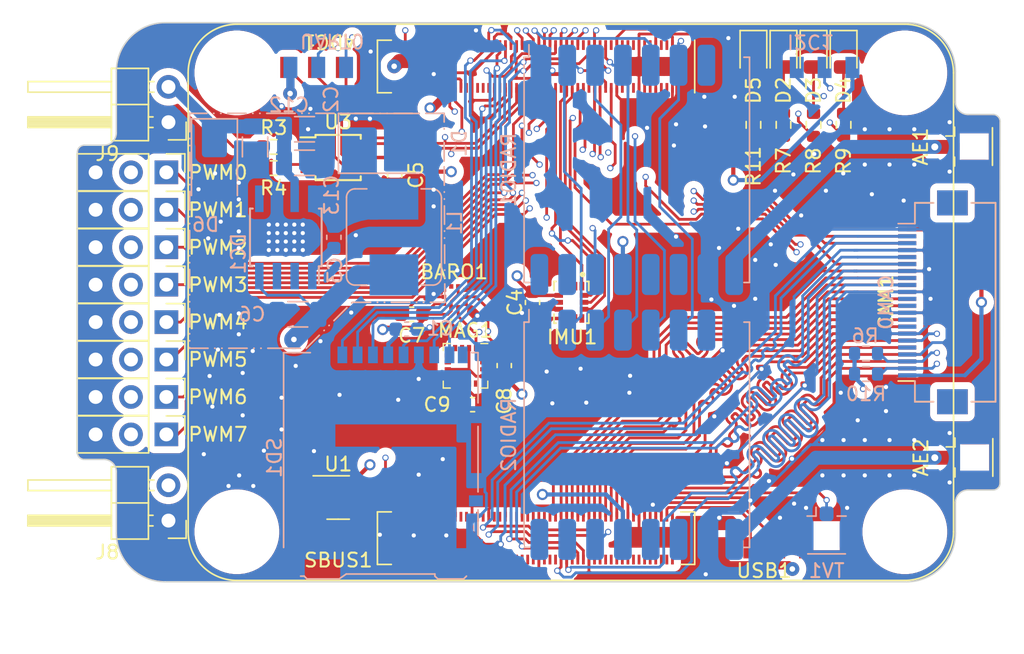
<source format=kicad_pcb>
(kicad_pcb (version 20241229) (generator "pcbnew") (generator_version "9.0")
  (layers (0 "F.Cu" mixed) (4 "In1.Cu" power) (6 "In2.Cu" power) (2 "B.Cu" mixed) (13 "F.Paste" user) (15 "B.Paste" user) (5 "F.SilkS" user "F.Silkscreen") (7 "B.SilkS" user "B.Silkscreen") (1 "F.Mask" user) (3 "B.Mask" user) (25 "Edge.Cuts" user))
  (net 0 "")
  (net 1 "GND")
  (net 2 "Net-(AE1-A)")
  (net 3 "Net-(AE2-A)")
  (net 4 "VBAT")
  (net 5 "5V")
  (net 6 "CM4_3.3V")
  (net 7 "CAM_POWER")
  (net 8 "SD_DAT0")
  (net 9 "SD_CLK")
  (net 10 "SD_CMD")
  (net 11 "SD_DAT3")
  (net 12 "SD_DAT2")
  (net 13 "SD_DAT1")
  (net 14 "MPU_MISO")
  (net 15 "MPU_MOSI")
  (net 16 "MPU_SCLK")
  (net 17 "MPU_CS")
  (net 18 "I2C1_SCL")
  (net 19 "I2C1_SDA")
  (net 20 "RF0_CE")
  (net 21 "RF_SCK")
  (net 22 "RF_MOSI")
  (net 23 "RF_MISO")
  (net 24 "RF1_CE")
  (net 25 "CM4_1.8V")
  (net 26 "TVOUT")
  (net 27 "Net-(DC1-BOOT)")
  (net 28 "Net-(MAG1-C1)")
  (net 29 "CAM1_D0_N")
  (net 30 "CAM1_D0_P")
  (net 31 "CAM1_D1_N")
  (net 32 "CAM1_D1_P")
  (net 33 "CAM1_CK_N")
  (net 34 "CAM1_CK_P")
  (net 35 "CAM1_D2_N")
  (net 36 "CAM1_D2_P")
  (net 37 "CAM1_D3_N")
  (net 38 "CAM1_D3_P")
  (net 39 "CAM1_SCL")
  (net 40 "CAM1_SDA")
  (net 41 "CAM0_SDA")
  (net 42 "CAM0_SCL")
  (net 44 "CAM0_CK_P")
  (net 45 "CAM0_CK_N")
  (net 46 "CAM0_D1_P")
  (net 47 "CAM0_D1_N")
  (net 48 "CAM0_D0_P")
  (net 49 "CAM0_D0_N")
  (net 50 "UART0_RX")
  (net 51 "UART0_TX")
  (net 52 "USB2_D+")
  (net 53 "USB2_D-")
  (net 55 "RF0_LED")
  (net 57 "RF1_LED")
  (net 61 "Net-(D2-K)")
  (net 62 "Net-(D2-A)")
  (net 63 "Net-(D3-A)")
  (net 64 "Net-(D4-A)")
  (net 65 "Net-(D5-A)")
  (net 71 "SOFT_PWM0")
  (net 73 "SOFT_PWM1")
  (net 75 "SOFT_PWM2")
  (net 77 "SOFT_PWM3")
  (net 87 "HDMI0_SDA")
  (net 88 "HDMI0_CK-")
  (net 89 "HDMI0_CK+")
  (net 90 "HDMI0_D1-")
  (net 91 "HDMI0_D1+")
  (net 92 "HDMI0_SCL")
  (net 93 "HDMI0_CEC")
  (net 94 "HDMI0_D0-")
  (net 95 "HDMI0_D0+")
  (net 96 "HDMI0_D2-")
  (net 97 "HDMI0_D2+")
  (net 98 "HDMI0_HOTP")
  (net 100 "RF0_INT")
  (net 101 "RF1_INT")
  (net 103 "AIN1")
  (net 104 "AIN2")
  (net 105 "AIN3")
  (net 107 "PI_PWM0")
  (net 108 "RF_RESET")
  (net 120 "Net-(SBUS1-Pin_1)")
  (net 143 "SOFT_PWM6")
  (net 144 "PI_PWM1")
  (net 145 "SOFT_PWM7")
  (net 179 "/AIN0")
  (net 207 "Net-(D1-K)")
  (footprint "RPi_Compute_Module_4:Raspberry-Pi-4-Compute-Module" (layer "F.Cu") (at -2.54 0 -90)
    (property "Reference" "U5" (hide yes))
    (property "Value" "Compute_Module_4_Connectors")
  )
  (footprint "Connector_PinHeader_2.54mm:PinHeader_1x03_P2.54mm_Vertical" (layer "F.Cu") (at -29.1084 4.1148 -90)
    (property "Reference" "PWM5")
    (property "Value" "Conn_01x03_Female")
  )
  (footprint "Resistor_SMD:R_0603_1608Metric" (layer "F.Cu") (at -21.399 -9.652 180)
    (property "Reference" "R4")
    (property "Value" "10k")
  )
  (footprint "Connector_PinHeader_2.54mm:PinHeader_1x03_P2.54mm_Vertical" (layer "F.Cu") (at -29.1084 -9.3472 -90)
    (property "Reference" "PWM0")
    (property "Value" "Conn_01x03_Female")
  )
  (footprint "Resistor_SMD:R_0603_1608Metric" (layer "F.Cu") (at 13.081 -12.763 90)
    (property "Reference" "R11")
    (property "Value" "330")
  )
  (footprint "cm4_drone:PQFN50P300X250X97-14N" (layer "F.Cu") (at 0 0 -90)
    (property "Reference" "IMU1")
    (property "Value" "ICM-42605")
  )
  (footprint "Package_SO:TSSOP-10_3x3mm_P0.5mm" (layer "F.Cu") (at -16.764 -10.414)
    (property "Reference" "U3")
    (property "Value" "ADS1115IDGS")
  )
  (footprint "Resistor_SMD:R_0603_1608Metric" (layer "F.Cu") (at 15.24 -12.763 90)
    (property "Reference" "R7")
    (property "Value" "330")
  )
  (footprint "Connector_PinHeader_2.54mm:PinHeader_1x02_P2.54mm_Horizontal" (layer "F.Cu") (at -28.956 15.6972 180)
    (property "Reference" "J8")
    (property "Value" "Conn_01x02_Female")
  )
  (footprint "Connector_PinHeader_2.54mm:PinHeader_1x02_P2.54mm_Horizontal" (layer "F.Cu") (at -28.956 -12.954 180)
    (property "Reference" "J9")
    (property "Value" "Conn_01x02_Female")
  )
  (footprint "Connector_Coaxial:U.FL_Hirose_U.FL-R-SMT-1_Vertical" (layer "F.Cu") (at 28.447026 11.157593)
    (property "Reference" "AE2")
    (property "Value" "ANT1_uFL")
  )
  (footprint "LED_SMD:LED_0805_2012Metric" (layer "F.Cu") (at 15.24 -17.8585 -90)
    (property "Reference" "D2")
    (property "Value" "LED")
  )
  (footprint "footprints:BMP581" (layer "F.Cu") (at -8.386 -0.3944 90)
    (property "Reference" "BARO1")
    (property "Value" "BMP581")
  )
  (footprint "Capacitor_SMD:C_0603_1608Metric" (layer "F.Cu") (at -4.826 4.549 90)
    (property "Reference" "C8")
    (property "Value" "100nF")
  )
  (footprint "Connector_FFC-FPC:Hirose_FH12-22S-0.5SH_1x22-1MP_P0.50mm_Horizontal" (layer "F.Cu") (at 25.98 -0.0002 90)
    (property "Reference" "CAM1")
    (property "Value" "Conn_01x22_Female")
  )
  (footprint "LED_SMD:LED_0805_2012Metric" (layer "F.Cu") (at 17.399 -17.8585 -90)
    (property "Reference" "D3")
    (property "Value" "LED")
  )
  (footprint "LED_SMD:LED_0805_2012Metric" (layer "F.Cu") (at 19.558 -17.8585 -90)
    (property "Reference" "D4")
    (property "Value" "LED")
  )
  (footprint "Resistor_SMD:R_0603_1608Metric" (layer "F.Cu") (at -21.399 -11.176 180)
    (property "Reference" "R3")
    (property "Value" "75k")
  )
  (footprint "Connector_PinHeader_2.54mm:PinHeader_1x03_P2.54mm_Vertical" (layer "F.Cu") (at -29.1084 -3.9624 -90)
    (property "Reference" "PWM2")
    (property "Value" "Conn_01x03_Female")
  )
  (footprint "Capacitor_SMD:C_0603_1608Metric" (layer "F.Cu") (at -2.794 0.013 -90)
    (property "Reference" "C4")
    (property "Value" "100nF")
  )
  (footprint "Capacitor_SMD:C_0603_1608Metric" (layer "F.Cu") (at -7.099 7.356 180)
    (property "Reference" "C9")
    (property "Value" "4.7uF")
  )
  (footprint "Package_TO_SOT_SMD:SOT-23-5" (layer "F.Cu") (at -16.759712 14.036)
    (property "Reference" "U1")
    (property "Value" "74LVC1G04")
  )
  (footprint "Connector_PinHeader_2.54mm:PinHeader_1x03_P2.54mm_Vertical" (layer "F.Cu") (at -29.1084 -1.27 -90)
    (property "Reference" "PWM3")
    (property "Value" "Conn_01x03_Female")
  )
  (footprint "cm4_drone:Breakout_1x02_2mm_SMD" (layer "F.Cu") (at -16.748 17.018)
    (property "Reference" "SBUS1")
    (property "Value" "Conn_01x02_Female")
  )
  (footprint "Capacitor_SMD:C_0603_1608Metric" (layer "F.Cu") (at -12.7 -9.144 90)
    (property "Reference" "C5")
    (property "Value" "100nF")
  )
  (footprint "Connector_PinHeader_2.54mm:PinHeader_1x03_P2.54mm_Vertical" (layer "F.Cu") (at -29.1084 9.4996 -90)
    (property "Reference" "PWM7")
    (property "Value" "Conn_01x03_Female")
  )
  (footprint "Resistor_SMD:R_0603_1608Metric" (layer "F.Cu") (at 17.399 -12.763 90)
    (property "Reference" "R8")
    (property "Value" "330")
  )
  (footprint "Connector_PinHeader_2.54mm:PinHeader_1x03_P2.54mm_Vertical" (layer "F.Cu") (at -29.10638 1.4224 -90)
    (property "Reference" "PWM4")
    (property "Value" "Conn_01x03_Female")
  )
  (footprint "Resistor_SMD:R_0603_1608Metric" (layer "F.Cu") (at 19.558 -12.763 90)
    (property "Reference" "R9")
    (property "Value" "330")
  )
  (footprint "Connector_Coaxial:U.FL_Hirose_U.FL-R-SMT-1_Vertical" (layer "F.Cu") (at 28.4196 -11.2014)
    (property "Reference" "AE1")
    (property "Value" "ANT0_uFL")
  )
  (footprint "cm4_drone:Breakout_1x04_2mm_SMD" (layer "F.Cu") (at 13.859 17.653)
    (property "Reference" "USB1")
    (property "Value" "Conn_01x04_Female")
  )
  (footprint "cm4_drone:Breakout_1x04_2mm_SMD" (layer "F.Cu") (at -17.4244 -16.892784)
    (property "Reference" "ADC1")
    (property "Value" "Conn_01x04_Female")
  )
  (footprint "Connector_PinHeader_2.54mm:PinHeader_1x03_P2.54mm_Vertical" (layer "F.Cu") (at -29.1084 6.8072 -90)
    (property "Reference" "PWM6")
    (property "Value" "Conn_01x03_Female")
  )
  (footprint "Connector_PinHeader_2.54mm:PinHeader_1x03_P2.54mm_Vertical" (layer "F.Cu") (at -29.1084 -6.654944 -90)
    (property "Reference" "PWM1")
    (property "Value" "Conn_01x03_Female")
  )
  (footprint "LED_SMD:LED_0805_2012Metric" (layer "F.Cu") (at 13.081 -17.8585 -90)
    (property "Reference" "D5")
    (property "Value" "LED")
  )
  (footprint "Capacitor_SMD:C_0603_1608Metric" (layer "F.Cu") (at -11.4808 0.8636 180)
    (property "Reference" "C7")
    (property "Value" "100nF")
  )
  (footprint "Package_LGA:LGA-16_3x3mm_P0.5mm" (layer "F.Cu") (at -7.608 4.567 -90)
    (property "Reference" "MAG1")
    (property "Value" "IST8310")
  )
  (footprint "Connector_FFC-FPC:Hirose_FH12-22S-0.5SH_1x22-1MP_P0.50mm_Horizontal" (layer "B.Cu") (at 25.979999 0.000893 -90)
    (property "Reference" "CAM0")
    (property "Value" "Conn_01x22_Female")
  )
  (footprint "Capacitor_SMD:C_1206_3216Metric" (layer "B.Cu") (at -22.733 -11.176 -90)
    (property "Reference" "C12")
    (property "Value" "10uF")
  )
  (footprint "Inductor_SMD:L_Bourns_SRP7028A_7.3x6.6mm" (layer "B.Cu") (at -12.7508 -4.699 -90)
    (property "Reference" "L1")
    (property "Value" "SRP6030VA-100M")
  )
  (footprint "Connector_Card:microSD_HC_Hirose_DM3AT-SF-PEJM5" (layer "B.Cu") (at -13.686 11.505 180)
    (property "Reference" "SD1")
    (property "Value" "Micro_SD_Card_Det")
  )
  (footprint "RF_Module:HOPERF_RFM9XW_SMD" (layer "B.Cu") (at 4.699 -9.525 -90)
    (property "Reference" "RADIO1")
    (property "Value" "RFM95W-868S2")
  )
  (footprint "Capacitor_SMD:C_1206_3216Metric" (layer "B.Cu") (at -19.177 -12.446)
    (property "Reference" "C2")
    (property "Value" "10uF")
  )
  (footprint "Package_SO:TI_SO-PowerPAD-8" (layer "B.Cu") (at -20.5232 -4.6665 90)
    (property "Reference" "DC1")
    (property "Value" "LM22676MR-5")
  )
  (footprint "Capacitor_SMD:C_1206_3216Metric" (layer "B.Cu") (at -19.177 -10.033)
    (property "Reference" "C13")
    (property "Value" "10uF")
  )
  (footprint "Capacitor_SMD:C_0603_1608Metric" (layer "B.Cu") (at -11.838452 1.9304)
    (property "Reference" "C1")
    (property "Value" "10uF")
  )
  (footprint "Resistor_SMD:R_0603_1608Metric" (layer "B.Cu") (at 21.1704 3.683)
    (property "Reference" "R6")
    (property "Value" "1.8k")
  )
  (footprint "RF_Module:HOPERF_RFM9XW_SMD" (layer "B.Cu") (at 4.699 9.525 -90)
    (property "Reference" "RADIO2")
    (property "Value" "RFM95W-868S2")
  )
  (footprint "Connector_Coaxial:U.FL_Hirose_U.FL-R-SMT-1_Vertical" (layer "B.Cu") (at 18.337 16.256 -90)
    (property "Reference" "TV1")
    (property "Value" "Conn_01x02_Female")
  )
  (footprint "Capacitor_SMD:C_1206_3216Metric" (layer "B.Cu") (at -19.6614 0.8636 180)
    (property "Reference" "C6")
    (property "Value" "100uF")
  )
  (footprint "Diode_SMD:D_SMA" (layer "B.Cu") (at -25.654 -9.684 -90)
    (property "Reference" "D6")
    (property "Value" "SMAJ36A")
  )
  (footprint "cm4_drone:Breakout_1x04_2mm_SMD" (layer "B.Cu") (at 17.193 -16.891 180)
    (property "Reference" "I2C1")
    (property "Value" "Conn_01x04_Female")
  )
  (footprint "Resistor_SMD:R_0603_1608Metric" (layer "B.Cu") (at 21.1704 5.1562)
    (property "Reference" "R10")
    (property "Value" "1.8k")
  )
  (footprint "Diode_SMD:D_SMB" (layer "B.Cu") (at -13.081 -11.43)
    (property "Reference" "D1")
    (property "Value" "SL54-3G")
  )
  (footprint "cm4_drone:Breakout_1x04_2mm_SMD" (layer "B.Cu") (at -17.193 -16.891)
    (property "Reference" "UART0")
    (property "Value" "Conn_01x04_Female")
  )
  (footprint "Capacitor_SMD:C_0603_1608Metric" (layer "B.Cu") (at -17.0688 -4.6736 -90)
    (property "Reference" "C3")
    (property "Value" "10nF")
  )
  (gr_arc (start -18.034 3.937) (mid -17.210658 4.933052) (end -16.869389 6.179466) (stroke (width 0.2)) (layer "B.Cu") (net 1))
  (gr_poly (pts (xy -20.8026 3.302) (xy -19.05 3.302) (xy -15.748 0) (xy -9.0932 0) (xy -9.144 -10.16) (xy -9.144 -13.589) (xy -11.43 -13.589) (xy -20.32 -13.589) (xy -20.574 -13.589) (xy -27.432 -13.589) (xy -27.432 3.302)) (stroke (width 0.12) (type dash_dot_dot)) (fill no) (layer "B.SilkS"))
  (gr_circle (center -24 16.5) (end -23 16.5) (stroke (width 0.05)) (fill no) (layer "Edge.Cuts"))
  (gr_line (start 24.1 20.1) (end -29.2 20.1) (stroke (width 0.1)) (layer "Edge.Cuts"))
  (gr_line (start -32.7 -12.200003) (end -32.7 -16.61) (stroke (width 0.1)) (layer "Edge.Cuts"))
  (gr_line (start -29.2 -20.11) (end 24.1 -20.11) (stroke (width 0.1)) (layer "Edge.Cuts"))
  (gr_arc (start -32.7 -16.61) (mid -31.674874 -19.084874) (end -29.2 -20.11) (stroke (width 0.1)) (layer "Edge.Cuts"))
  (gr_circle (center -24 -16.5) (end -23 -16.5) (stroke (width 0.05)) (fill no) (layer "Edge.Cuts"))
  (gr_circle (center 24 -16.5) (end 25 -16.5) (stroke (width 0.05)) (fill no) (layer "Edge.Cuts"))
  (gr_circle (center 24 16.5) (end 25 16.5) (stroke (width 0.05)) (fill no) (layer "Edge.Cuts"))
  (gr_arc (start -29.2 20.1) (mid -31.674873 19.074874) (end -32.7 16.6) (stroke (width 0.1)) (layer "Edge.Cuts"))
  (gr_arc (start -32.7 -12.200003) (mid -32.963603 -11.563606) (end -33.6 -11.300003) (stroke (width 0.1)) (layer "Edge.Cuts"))
  (gr_arc (start -33.6 11.3) (mid -32.963603 11.563603) (end -32.7 12.2) (stroke (width 0.1)) (layer "Edge.Cuts"))
  (gr_line (start -32.7 16.6) (end -32.7 12.2) (stroke (width 0.1)) (layer "Edge.Cuts"))
  (gr_arc (start 28.5 -13.51) (mid 27.863605 -13.773604) (end 27.6 -14.41) (stroke (width 0.1)) (layer "Edge.Cuts"))
  (gr_arc (start -35.5 -10.8) (mid -35.353554 -11.153554) (end -35 -11.3) (stroke (width 0.1)) (layer "Edge.Cuts"))
  (gr_arc (start 30.3 -13.51) (mid 30.659211 -13.361211) (end 30.808002 -13.002) (stroke (width 0.1)) (layer "Edge.Cuts"))
  (gr_line (start 28.5 13.5) (end 30.3 13.499997) (stroke (width 0.1)) (layer "Edge.Cuts"))
  (gr_line (start 27.6 14.4) (end 27.6 16.6) (stroke (width 0.1)) (layer "Edge.Cuts"))
  (gr_line (start -35 11.3) (end -33.6 11.3) (stroke (width 0.1)) (layer "Edge.Cuts"))
  (gr_arc (start 27.6 14.4) (mid 27.863603 13.763602) (end 28.5 13.5) (stroke (width 0.1)) (layer "Edge.Cuts"))
  (gr_line (start 30.8 12.999997) (end 30.808002 -13.002) (stroke (width 0.1)) (layer "Edge.Cuts"))
  (gr_line (start -33.6 -11.300003) (end -35 -11.3) (stroke (width 0.1)) (layer "Edge.Cuts"))
  (gr_line (start 30.3 -13.51) (end 28.5 -13.51) (stroke (width 0.1)) (layer "Edge.Cuts"))
  (gr_arc (start 30.8 12.999997) (mid 30.653554 13.353551) (end 30.3 13.499997) (stroke (width 0.1)) (layer "Edge.Cuts"))
  (gr_line (start 27.6 -16.61) (end 27.6 -14.41) (stroke (width 0.1)) (layer "Edge.Cuts"))
  (gr_arc (start -35 11.3) (mid -35.359211 11.151211) (end -35.508002 10.792) (stroke (width 0.1)) (layer "Edge.Cuts"))
  (gr_arc (start 24.1 -20.11) (mid 26.574874 -19.084874) (end 27.6 -16.61) (stroke (width 0.1)) (layer "Edge.Cuts"))
  (gr_arc (start 27.6 16.6) (mid 26.574874 19.074873) (end 24.1 20.1) (stroke (width 0.1)) (layer "Edge.Cuts"))
  (gr_line (start -35.5 -10.8) (end -35.508002 10.792) (stroke (width 0.1)) (layer "Edge.Cuts"))
  (segment (start 10.877106 3.457592) (end 11.254698 3.08) (width 0.2) (layer "F.Cu") (net 1))
  (segment (start 13.678411 4.795348) (end 14.193759 4.28) (width 0.2) (layer "F.Cu") (net 1))
  (segment (start -4.34 -15.42) (end -4.34 -15.98) (width 0.2) (layer "F.Cu") (net 1))
  (segment (start 25.516692 -3.75) (end 25.527 -3.739692) (width 0.2) (layer "F.Cu") (net 1))
  (segment (start -11.94 -15.42) (end -11.94 -14.48) (width 0.2) (layer "F.Cu") (net 1))
  (segment (start -4.74 19.3196) (end -4.7752 19.3548) (width 0.2) (layer "F.Cu") (net 1))
  (segment (start 3.105369 7.215601) (end -1.298005 11.618975) (width 0.2) (layer "F.Cu") (net 1))
  (segment (start -7.14 -14.6304) (end -7.14 -15.42) (width 0.2) (layer "F.Cu") (net 1))
  (segment (start -8.34 14.729727) (end -8.4328 14.636927) (width 0.2) (layer "F.Cu") (net 1))
  (segment (start -4.34 -15.42) (end -4.34 -14.775026) (width 0.2) (layer "F.Cu") (net 1))
  (segment (start 24.124 2.25) (end 25.491 2.25) (width 0.2) (layer "F.Cu") (net 1))
  (segment (start -9.54 18.5) (end -9.54 17.6888) (width 0.2) (layer "F.Cu") (net 1))
  (segment (start -5.08 17.399) (end -5.389 17.399) (width 0.2) (layer "F.Cu") (net 1))
  (segment (start 20.568 3.75) (end 18.994628 3.75) (width 0.2) (layer "F.Cu") (net 1))
  (segment (start -4.644927 14.636927) (end -4.74 14.732) (width 0.2) (layer "F.Cu") (net 1))
  (segment (start 8.858 10.954) (end 9.604841 10.207159) (width 0.2) (layer "F.Cu") (net 1))
  (segment (start 1.260001 12.652314) (end 1.26 15.42) (width 0.2) (layer "F.Cu") (net 1))
  (segment (start -10.1092 -0.3944) (end -10.902658 -0.3944) (width 0.2) (layer "F.Cu") (net 1))
  (segment (start -7.0612 19.3548) (end -5.9436 19.3548) (width 0.2) (layer "F.Cu") (net 1))
  (segment (start -9.54 14.647327) (end -9.5504 14.636927) (width 0.2) (layer "F.Cu") (net 1))
  (segment (start 18.866475 5.89467) (end 19.459017 5.302128) (width 0.2) (layer "F.Cu") (net 1))
  (segment (start 16.859 14.784) (end 16.862 14.781) (width 0.2) (layer "F.Cu") (net 1))
  (segment (start -8.34 15.42) (end -8.34 14.729727) (width 0.2) (layer "F.Cu") (net 1))
  (segment (start 15.757692 14.233692) (end 16.349029 14.233692) (width 0.2) (layer "F.Cu") (net 1))
  (segment (start 18.403454 -0.75) (end 20.568 -0.75) (width 0.2) (layer "F.Cu") (net 1))
  (segment (start -4.74 14.732) (end -4.74 15.42) (width 0.2) (layer "F.Cu") (net 1))
  (segment (start 8.226093 5.929754) (end 8.226093 9.199084) (width 0.2) (layer "F.Cu") (net 1))
  (segment (start 25.515 0.75) (end 25.527 0.762) (width 0.2) (layer "F.Cu") (net 1))
  (segment (start 6.0706 -19.296) (end 11.2776 -19.296) (width 0.2) (layer "F.Cu") (net 1))
  (segment (start 8.226093 9.199084) (end 7.671177 9.754) (width 0.2) (layer "F.Cu") (net 1))
  (segment (start -7.14 18.5) (end -7.14 19.276) (width 0.2) (layer "F.Cu") (net 1))
  (segment (start 4.86 -15.42) (end 4.86 -14.5964) (width 0.2) (layer "F.Cu") (net 1))
  (segment (start 8.830523 5.325323) (end 8.226093 5.929754) (width 0.2) (layer "F.Cu") (net 1))
  (segment (start -0.91 0) (end -1.579009 0) (width 0.25) (layer "F.Cu") (net 1))
  (segment (start 3.26 -14.87) (end 3.5504 -14.5796) (width 0.2) (layer "F.Cu") (net 1))
  (segment (start -6.74 -19.44) (end -6.858 -19.558) (width 0.2) (layer "F.Cu") (net 1))
  (segment (start -10.7188 14.636927) (end -11.842927 14.636927) (width 0.2) (layer "F.Cu") (net 1))
  (segment (start 4.86 16.2392) (end 4.8768 16.256) (width 0.2) (layer "F.Cu") (net 1))
  (segment (start 25.527 -3.739692) (end 25.527 -2.234071) (width 0.2) (layer "F.Cu") (net 1))
  (segment (start 8.382 5.9944) (end 8.382 6.35) (width 0.2) (layer "F.Cu") (net 1))
  (segment (start 3.7084 16.256) (end 3.6576 16.2052) (width 0.2) (layer "F.Cu") (net 1))
  (segment (start -1.14 -18.5) (end -1.14 -17.95) (width 0.2) (layer "F.Cu") (net 1))
  (segment (start 0.060001 12.155256) (end 3.671257 8.544) (width 0.2) (layer "F.Cu") (net 1))
  (segment (start -9.161 -0.8944) (end -9.6092 -0.8944) (width 0.2) (layer "F.Cu") (net 1))
  (segment (start 11.172421 11.572207) (end 10.590628 12.154) (width 0.2) (layer "F.Cu") (net 1))
  (segment (start 6.8072 3.068658) (end 7.995858 1.88) (width 0.2) (layer "F.Cu") (net 1))
  (segment (start -7.611 0.1056) (end -7.611 0.1106) (width 0.2) (layer "F.Cu") (net 1))
  (segment (start -5.54 -18.5) (end -5.54 -18.082) (width 0.2) (layer "F.Cu") (net 1))
  (segment (start -9.6012 17.6276) (end -10.7188 17.6276) (width 0.2) (layer "F.Cu") (net 1))
  (segment (start 6.06 -19.2346) (end 6.0706 -19.2452) (width 0.2) (layer "F.Cu") (net 1))
  (segment (start 6.0452 16.256) (end 4.8768 16.256) (width 0.2) (layer "F.Cu") (net 1))
  (segment (start -1.3716 -16.6624) (end -2.1336 -16.6624) (width 0.2) (layer "F.Cu") (net 1))
  (segment (start -5.08 17.399) (end -5.08 17.577463) (width 0.2) (layer "F.Cu") (net 1))
  (segment (start -4.34 -18.5) (end -4.34 -19.072) (width 0.2) (layer "F.Cu") (net 1))
  (segment (start -3.5052 19.3548) (end -2.4384 19.3548) (width 0.2) (layer "F.Cu") (net 1))
  (segment (start 19.799573 14.768573) (end 19.812 14.781) (width 0.2) (layer "F.Cu") (net 1))
  (segment (start 16.767189 5.979773) (end 16.767189 5.991211) (width 0.2) (layer "F.Cu") (net 1))
  (segment (start -3.54 14.732) (end -3.635073 14.636927) (width 0.2) (layer "F.Cu") (net 1))
  (segment (start 18.600512 0.75) (end 24.1298 0.75) (width 0.2) (layer "F.Cu") (net 1))
  (segment (start -4.2164 -16.1036) (end -2.7876 -16.1036) (width 0.2) (layer "F.Cu") (net 1))
  (segment (start 18.79757 2.25) (end 20.568 2.25) (width 0.2) (layer "F.Cu") (net 1))
  (segment (start -5.4864 14.636927) (end -7.112 14.636927) (width 0.2) (layer "F.Cu") (net 1))
  (segment (start -2.168017 0.788) (end -2.794 0.788) (width 0.25) (layer "F.Cu") (net 1))
  (segment (start -5.94 15.42) (end -5.94 14.87) (width 0.2) (layer "F.Cu") (net 1))
  (segment (start 8.830523 5.545877) (end 8.382 5.9944) (width 0.2) (layer "F.Cu") (net 1))
  (segment (start -4.34 -14.775026) (end -5.856226 -13.2588) (width 0.2) (layer "F.Cu") (net 1))
  (segment (start -3.551907 -17.8816) (end -3.9624 -17.471107) (width 0.2) (layer "F.Cu") (net 1))
  (segment (start 6.06 -18.5) (end 6.06 -19.2346) (width 0.2) (layer "F.Cu") (net 1))
  (segment (start 7.1628 -14.5796) (end 7.26 -14.6768) (width 0.2) (layer "F.Cu") (net 1))
  (segment (start 6.06 14.344) (end 6.35 14.054) (width 0.2) (layer "F.Cu") (net 1))
  (segment (start 24.124 0.75) (end 25.515 0.75) (width 0.2) (layer "F.Cu") (net 1))
  (segment (start -5.94 19.3512) (end -5.9436 19.3548) (width 0.2) (layer "F.Cu") (net 1))
  (segment (start 15.864406 11.2522) (end 18.866475 8.250131) (width 0.2) (layer "F.Cu") (net 1))
  (segment (start -5.94 17.95) (end -5.94 18.5) (width 0.2) (layer "F.Cu") (net 1))
  (segment (start -3.14 -18.5) (end -3.14 -17.883891) (width 0.2) (layer "F.Cu") (net 1))
  (segment (start -1.880017 0.5) (end -0.91 0.5) (width 0.25) (layer "F.Cu") (net 1))
  (segment (start -18.914 -10.414) (end -18.288 -10.414) (width 0.2) (layer "F.Cu") (net 1))
  (segment (start 20.5682 -0.7502) (end 24.13 -0.7502) (width 0.2) (layer "F.Cu") (net 1))
  (segment (start -3.556 0.762) (end -2.82 0.762) (width 0.25) (layer "F.Cu") (net 1))
  (segment (start 6.35 14.054) (end 13.208 14.054) (width 0.2) (layer "F.Cu") (net 1))
  (segment (start 4.86 14.143488) (end 5.649488 13.354) (width 0.2) (layer "F.Cu") (net 1))
  (segment (start -7.14 -16.482) (end -7.112 -16.51) (width 0.2) (layer "F.Cu") (net 1))
  (segment (start -2.34 19.2564) (end -2.34 18.5) (width 0.2) (layer "F.Cu") (net 1))
  (segment (start -1.2084 -17.8816) (end -3.137709 -17.8816) (width 0.2) (layer "F.Cu") (net 1))
  (segment (start 7.26 -19.0798) (end 7.0612 -19.2786) (width 0.2) (layer "F.Cu") (net 1))
  (segment (start -7.14 17.7012) (end -7.2136 17.6276) (width 0.2) (layer "F.Cu") (net 1))
  (segment (start -2.82 0.762) (end -2.794 0.788) (width 0.25) (layer "F.Cu") (net 1))
  (segment (start -7.14 16.482) (end -7.14 15.42) (width 0.2) (layer "F.Cu") (net 1))
  (segment (start 3.5504 -14.5796) (end 4.8768 -14.5796) (width 0.2) (layer "F.Cu") (net 1))
  (segment (start 20.568 -0.75) (end 20.5682 -0.7502) (width 0.2) (layer "F.Cu") (net 1))
  (segment (start -9.8931 -16.412037) (end -11.527963 -16.412037) (width 0.2) (layer "F.Cu") (net 1))
  (segment (start 14.264206 12.8524) (end 14.1986 12.8524) (width 0.2) (layer "F.Cu") (net 1))
  (segment (start -10.74 18.5) (end -10.74 17.6488) (width 0.2) (layer "F.Cu") (net 1))
  (segment (start -11.94 19.3528) (end -11.938 19.3548) (width 0.2) (layer "F.Cu") (net 1))
  (segment (start 0.06 15.42) (end 0.060001 12.155256) (width 0.2) (layer "F.Cu") (net 1))
  (segment (start -1.579009 0) (end -1.880017 0.301008) (width 0.25) (layer "F.Cu") (net 1))
  (segment (start -5.9436 19.3548) (end -4.7752 19.3548) (width 0.2) (layer "F.Cu") (net 1))
  (segment (start 11.172421 11.57213) (end 11.172421 11.572207) (width 0.2) (layer "F.Cu") (net 1))
  (segment (start 5.424085 6.51842) (end 4.726904 7.215601) (width 0.2) (layer "F.Cu") (net 1))
  (segment (start -11.94 -16) (end -11.94 -15.42) (width 0.2) (layer "F.Cu") (net 1))
  (segment (start -1.880017 0.5) (end -2.168017 0.788) (width 0.25) (layer "F.Cu") (net 1))
  (segment (start 15.757692 14.233692) (end 13.028308 14.233692) (width 0.2) (layer "F.Cu") (net 1))
  (segment (start 11.2776 -18.9992) (end 11.2776 -19.296) (width 0.2) (layer "F.Cu") (net 1))
  (segment (start -6.223 17.399) (end -7.14 16.482) (width 0.2) (layer "F.Cu") (net 1))
  (segment (start 13.028308 14.233692) (end 13.208 14.054) (width 0.2) (layer "F.Cu") (net 1))
  (segment (start 5.15243 12.154) (end 3.66 13.64643) (width 0.2) (layer "F.Cu") (net 1))
  (segment (start 1.26 19.3956) (end 1.27 19.4056) (width 0.2) (layer "F.Cu") (net 1))
  (segment (start -7.2136 17.6276) (end -8.4328 17.6276) (width 0.2) (layer "F.Cu") (net 1))
  (segment (start 12.895137 13.354) (end 13.083438 13.165699) (width 0.2) (layer "F.Cu") (net 1))
  (segment (start 11.2776 -18.8976) (end 11.3284 -18.8468) (width 0.2) (layer "F.Cu") (net 1))
  (segment (start 25.491 2.25) (end 25.527 2.286) (width 0.2) (layer "F.Cu") (net 1))
  (segment (start -9.795137 -16.51) (end -9.8931 -16.412037) (width 0.2) (layer "F.Cu") (net 1))
  (segment (start 3.66 16.2028) (end 3.66 15.42) (width 0.2) (layer "F.Cu") (net 1))
  (segment (start 7.671177 9.754) (end 4.158316 9.754) (width 0.2) (layer "F.Cu") (net 1))
  (segment (start -9.161 -0.3944) (end -10.1092 -0.3944) (width 0.2) (layer "F.Cu") (net 1))
  (segment (start 4.86 -18.5) (end 4.86 -15.42) (width 0.2) (layer "F.Cu") (net 1))
  (segment (start 4.86 15.42) (end 4.86 16.2392) (width 0.2) (layer "F.Cu") (net 1))
  (segment (start -1.14 -17.95) (end -1.2084 -17.8816) (width 0.2) (layer "F.Cu") (net 1))
  (segment (start 6.06 -15.42) (end 6.06 -14.5944) (width 0.2) (layer "F.Cu") (net 1))
  (segment (start -18.034 -11.414) (end -18.034 -14.012853) (width 0.2) (layer "F.Cu") (net 1))
  (segment (start -7.14 19.276) (end -7.0612 19.3548) (width 0.2) (layer "F.Cu") (net 1))
  (segment (start 15.8496 11.2522) (end 15.8496 11.267006) (width 0.2) (layer "F.Cu") (net 1))
  (segment (start 25.527 -0.762) (end 25.527 0.762) (width 0.2) (layer "F.Cu") (net 1))
  (segment (start -7.0384 -14.5288) (end -7.14 -14.6304) (width 0.2) (layer "F.Cu") (net 1))
  (segment (start -7.55323 -0.95217) (end -6.76943 -0.95217) (width 0.2) (layer "F.Cu") (net 1))
  (segment (start -5.5372 -15.4172) (end -5.5372 -14.732) (width 0.2) (layer "F.Cu") (net 1))
  (segment (start 25.484 5.25) (end 24.124 5.25) (width 0.2) (layer "F.Cu") (net 1))
  (segment (start -5.54 -18.082) (end -7.112 -16.51) (width 0.2) (layer "F.Cu") (net 1))
  (segment (start -4.74 18.5) (end -4.74 19.3196) (width 0.2) (layer "F.Cu") (net 1))
  (segment (start -3.54 14.732) (end -3.54 15.42) (width 0.2) (layer "F.Cu") (net 1))
  (segment (start -3.14 -17.883891) (end -3.137709 -17.8816) (width 0.2) (layer "F.Cu") (net 1))
  (segment (start -9.6092 -0.8944) (end -10.1092 -0.3944) (width 0.2) (layer "F.Cu") (net 1))
  (segment (start 4.726904 7.215601) (end 3.105369 7.215601) (width 0.2) (layer "F.Cu") (net 1))
  (segment (start 2.46 15.42) (end 2.46 13.149372) (width 0.2) (layer "F.Cu") (net 1))
  (segment (start -10.74 17.6488) (end -10.7188 17.6276) (width 0.2) (layer "F.Cu") (net 1))
  (segment (start 7.995858 1.88) (end 15.773454 1.88) (width 0.2) (layer "F.Cu") (net 1))
  (segment (start -7.14 -13.744) (end -7.14 -14.6304) (width 0.2) (layer "F.Cu") (net 1))
  (segment (start -5.94 18.5) (end -5.94 19.3512) (width 0.2) (layer "F.Cu") (net 1))
  (segment (start -14.781327 -16.100211) (end -14.781327 -16.307433) (width 0.2) (layer "F.Cu") (net 1))
  (segment (start 15.228598 0.530677) (end 11.684 0.530677) (width 0.2) (layer "F.Cu") (net 1))
  (segment (start 24.124 -2.25) (end 25.511071 -2.25) (width 0.2) (layer "F.Cu") (net 1))
  (segment (start 6.0706 -19.2452) (end 6.0706 -19.296) (width 0.2) (layer "F.Cu") (net 1))
  (segment (start 7.26 16.2516) (end 7.2644 16.256) (width 0.2) (layer "F.Cu") (net 1))
  (segment (start -11.94 14.734) (end -11.94 15.42) (width 0.2) (layer "F.Cu") (net 1))
  (segment (start 7.26 15.42) (end 7.26 16.2516) (width 0.2) (layer "F.Cu") (net 1))
  (segment (start 6.0452 -14.5796) (end 7.1628 -14.5796) (width 0.2) (layer "F.Cu") (net 1))
  (segment (start -5.706927 14.636927) (end -5.4864 14.636927) (width 0.2) (layer "F.Cu") (net 1))
  (segment (start -3.54 19.32) (end -3.5052 19.3548) (width 0.2) (layer "F.Cu") (net 1))
  (segment (start -18.914 -11.414) (end -18.034 -11.414) (width 0.2) (layer "F.Cu") (net 1))
  (segment (start 25.527 0.762) (end 25.527 2.286) (width 0.2) (layer "F.Cu") (net 1))
  (segment (start 5.851203 14.553071) (end 6.06 14.344274) (width 0.2) (layer "F.Cu") (net 1))
  (segment (start -7.611 0.1106) (end -6.7564 0.9652) (width 0.2) (layer "F.Cu") (net 1))
  (segment (start 16.862 14.527) (end 16.862 14.781) (width 0.2) (layer "F.Cu") (net 1))
  (segment (start -6.35 7.356) (end -6.324 7.356) (width 0.2) (layer "F.Cu") (net 1))
  (segment (start -11.94 18.5) (end -11.94 19.3528) (width 0.2) (layer "F.Cu") (net 1))
  (segment (start 19.558 -18.796) (end 17.399 -18.796) (width 0.2) (layer "F.Cu") (net 1))
  (segment (start 12.581 -19.296) (end 13.081 -18.796) (width 0.2) (layer "F.Cu") (net 1))
  (segment (start 20.5682 2.2498) (end 24.13 2.2498) (width 0.2) (layer "F.Cu") (net 1))
  (segment (start 18.009275 -2.25) (end 15.228598 0.530677) (width 0.2) (layer "F.Cu") (net 1))
  (segment (start -1.298005 11.618975) (end -1.298005 14.641627) (width 0.2) (layer "F.Cu") (net 1))
  (segment (start 4.86 -14.5964) (end 4.8768 -14.5796) (width 0.2) (layer "F.Cu") (net 1))
  (segment (start -7.14 14.664927) (end -7.112 14.636927) (width 0.2) (layer "F.Cu") (net 1))
  (segment (start 10.590628 12.154) (end 5.15243 12.154) (width 0.2) (layer "F.Cu") (net 1))
  (segment (start 6.06 15.42) (end 6.06 16.2412) (width 0.2) (layer "F.Cu") (net 1))
  (segment (start -11.938 19.3548) (end -7.0612 19.3548) (width 0.2) (layer "F.Cu") (net 1))
  (segment (start 11.2776 -18.9992) (end 11.2776 -18.8976) (width 0.2) (layer "F.Cu") (net 1))
  (segment (start 13.660611 4.795348) (end 13.660611 4.807677) (width 0.2) (layer "F.Cu") (net 1))
  (segment (start 4.8768 16.256) (end 3.7084 16.256) (width 0.2) (layer "F.Cu") (net 1))
  (segment (start 3.66 13.64643) (end 3.66 15.42) (width 0.2) (layer "F.Cu") (net 1))
  (segment (start -8.4328 17.6276) (end -9.6012 17.6276) (width 0.2) (layer "F.Cu") (net 1))
  (segment (start -18.034 -10.668) (end -18.034 -11.414) (width 0.2) (layer "F.Cu") (net 1))
  (segment (start -9.54 15.42) (end -9.54 14.647327) (width 0.2) (layer "F.Cu") (net 1))
  (segment (start 25.527 5.207) (end 25.484 5.25) (width 0.2) (layer "F.Cu") (net 1))
  (segment (start -7.14 18.5) (end -7.14 17.7012) (width 0.2) (layer "F.Cu") (net 1))
  (segment (start 11.18627 11.57213) (end 11.172421 11.57213) (width 0.2) (layer "F.Cu") (net 1))
  (segment (start 25.511071 -2.25) (end 25.527 -2.234071) (width 0.2) (layer "F.Cu") (net 1))
  (segment (start 25.46 3.75) (end 25.527 3.683) (width 0.2) (layer "F.Cu") (net 1))
  (segment (start 4.86 -18.5) (end 4.86 -19.27) (width 0.2) (layer "F.Cu") (net 1))
  (segment (start 19.799573 14.142842) (end 19.799573 14.768573) (width 0.2) (layer "F.Cu") (net 1))
  (segment (start 11.684 0.254) (end 11.684 0.530677) (width 0.2) (layer "F.Cu") (net 1))
  (segment (start -9.54 17.6888) (end -9.6012 17.6276) (width 0.2) (layer "F.Cu") (net 1))
  (segment (start 1.26 18.5) (end 1.26 19.3956) (width 0.2) (layer "F.Cu") (net 1))
  (segment (start 16.270512 3.08) (end 18.600512 0.75) (width 0.2) (layer "F.Cu") (net 1))
  (segment (start 13.083438 13.165699) (end 18.82243 13.165699) (width 0.2) (layer "F.Cu") (net 1))
  (segment (start -3.635073 14.636927) (end -4.644927 14.636927) (width 0.2) (layer "F.Cu") (net 1))
  (segment (start 10.698255 3.457592) (end 8.830523 5.325323) (width 0.2) (layer "F.Cu") (net 1))
  (segment (start 25.527 3.683) (end 25.527 5.207) (width 0.2) (layer "F.Cu") (net 1))
  (segment (start -14.781327 -16.307433) (end -14.195976 -16.892784) (width 0.2) (layer "F.Cu") (net 1))
  (segment (start -18.288 -10.414) (end -18.034 -10.668) (width 0.2) (layer "F.Cu") (net 1))
  (segment (start 8.382 6.35) (end 8.509 6.35) (width 0.2) (layer "F.Cu") (net 1))
  (segment (start -7.14 -15.42) (end -7.14 -16.482) (width 0.2) (layer "F.Cu") (net 1))
  (segment (start -4.74 17.917463) (end -4.74 18.5) (width 0.2) (layer "F.Cu") (net 1))
  (segment (start -2.4384 19.3548) (end -2.34 19.2564) (width 0.2) (layer "F.Cu") (net 1))
  (segment (start 13.660611 4.795348) (end 13.678411 4.795348) (width 0.2) (layer "F.Cu") (net 1))
  (segment (start -4.771 13.187063) (end -4.74 13.218063) (width 0.2) (layer "F.Cu") (net 1))
  (segment (start 8.509 6.35) (end 8.9916 5.8674) (width 0.2) (layer "F.Cu") (net 1))
  (segment (start 10.870849 3.457592) (end 10.877106 3.457592) (width 0.2) (layer "F.Cu") (net 1))
  (segment (start 4.86 15.42) (end 4.86 14.143488) (width 0.2) (layer "F.Cu") (net 1))
  (segment (start 10.870849 3.457592) (end 10.698255 3.457592) (width 0.2) (layer "F.Cu") (net 1))
  (segment (start 25.515 -0.75) (end 25.527 -0.762) (width 0.2) (layer "F.Cu") (net 1))
  (segment (start 24.124 -0.75) (end 25.515 -0.75) (width 0.2) (layer "F.Cu") (net 1))
  (segment (start 7.26 -18.5) (end 7.26 -19.0798) (width 0.2) (layer "F.Cu") (net 1))
  (segment (start -8.34 17.7204) (end -8.4328 17.6276) (width 0.2) (layer "F.Cu") (net 1))
  (segment (start 18.82243 13.165699) (end 19.799573 14.142842) (width 0.2) (layer "F.Cu") (net 1))
  (segment (start -11.527963 -16.412037) (end -11.94 -16) (width 0.2) (layer "F.Cu") (net 1))
  (segment (start -10.74 14.658127) (end -10.7188 14.636927) (width 0.2) (layer "F.Cu") (net 1))
  (segment (start -8.34 18.5) (end -8.34 17.7204) (width 0.2) (layer "F.Cu") (net 1))
  (segment (start -5.08 17.399) (end -6.223 17.399) (width 0.2) (layer "F.Cu") (net 1))
  (segment (start 8.830523 5.325323) (end 8.830523 5.545877) (width 0.2) (layer "F.Cu") (net 1))
  (segment (start -12.160658 0.8636) (end -12.2558 0.8636) (width 0.2) (layer "F.Cu") (net 1))
  (segment (start 16.76757 4.28) (end 18.79757 2.25) (width 0.2) (layer "F.Cu") (net 1))
  (segment (start 24.124 -3.75) (end 25.516692 -3.75) (width 0.2) (layer "F.Cu") (net 1))
  (segment (start -7.611 -0.8944) (end -7.55323 -0.95217) (width 0.2) (layer "F.Cu") (net 1))
  (segment (start 7.26 -14.6768) (end 7.26 -15.42) (width 0.2) (layer "F.Cu") (net 1))
  (segment (start -5.54 -15.42) (end -5.5372 -15.4172) (width 0.2) (layer "F.Cu") (net 1))
  (segment (start 13.660611 4.807677) (end 10.267356 8.200932) (width 0.2) (layer "F.Cu") (net 1))
  (segment (start 11.2776 -19.296) (end 12.581 -19.296) (width 0.2) (layer "F.Cu") (net 1))
  (segment (start 13.208 14.054) (end 16.389 14.054) (width 0.2) (layer "F.Cu") (net 1))
  (segment (start -11.94 -14.48) (end -11.938 -14.478) (width 0.2) (layer "F.Cu") (net 1))
  (segment (start 9.604841 8.868918) (end 10.267356 8.206403) (width 0.2) (layer "F.Cu") (net 1))
  (segment (start 20.4726 -2.2502) (end 20.4724 -2.25) (width 0.2) (layer "F.Cu") (net 1))
  (segment (start -7.358 6.348) (end -6.35 7.356) (width 0.2) (layer "F.Cu") (net 1))
  (segment (start 15.8496 11.2522) (end 15.864406 11.2522) (width 0.2) (layer "F.Cu") (net 1))
  (segment (start -1.880017 0.301008) (end -1.880017 0.5) (width 0.25) (layer "F.Cu") (net 1))
  (segment (start -5.54 -19.078199) (end -5.54 -18.5) (width 0.2) (layer "F.Cu") (net 1))
  (segment (start 16.002 14.478) (end 15.757692 14.233692) (width 0.2) (layer "F.Cu") (net 1))
  (segment (start -10.74 15.42) (end -10.74 14.658127) (width 0.2) (layer "F.Cu") (net 1))
  (segment (start -7.601366 5.252013) (end -7.358 5.495379) (width 0.2) (layer "F.Cu") (net 1))
  (segment (start 18.994628 3.75) (end 16.767189 5.977439) (width 0.2) (layer "F.Cu") (net 1))
  (segment (start -5.7404 -14.5288) (end -7.0384 -14.5288) (width 0.2) (layer "F.Cu") (net 1))
  (segment (start 4.8768 -14.5796) (end 6.0452 -14.5796) (width 0.2) (layer "F.Cu") (net 1))
  (segment (start -11.842927 14.636927) (end -11.94 14.734) (width 0.2) (layer "F.Cu") (net 1))
  (segment (start -2.1336 -16.6624) (end -2.74 -16.056) (width 0.2) (layer "F.Cu") (net 1))
  (segment (start -10.7188 17.6276) (end -11.8872 17.6276) (width 0.2) (layer "F.Cu") (net 1))
  (segment (start 11.684 0.530677) (end 7.46584 0.530677) (width 0.2) (layer "F.Cu") (net 1))
  (segment (start -6.74 -18.5) (end -6.74 -19.44) (width 0.2) (layer "F.Cu") (net 1))
  (segment (start -3.9624 -17.471107) (end -3.9624 -16.1036) (width 0.2) (layer "F.Cu") (net 1))
  (segment (start -6.76943 -0.95217) (end -6.6548 -1.0668) (width 0.2) (layer "F.Cu") (net 1))
  (segment (start -11.94 17.6804) (end -11.94 18.5) (width 0.2) (layer "F.Cu") (net 1))
  (segment (start -5.5372 -14.732) (end -5.7404 -14.5288) (width 0.2) (layer "F.Cu") (net 1))
  (segment (start -4.74 13.218063) (end -4.74 14.732) (width 0.2) (layer "F.Cu") (net 1))
  (segment (start 9.604841 10.207159) (end 9.604841 8.868918) (width 0.2) (layer "F.Cu") (net 1))
  (segment (start -8.358 5.501822) (end -8.108191 5.252013) (width 0.2) (layer "F.Cu") (net 1))
  (segment (start -8.108191 5.252013) (end -7.601366 5.252013) (width 0.2) (layer "F.Cu") (net 1))
  (segment (start -7.112 -16.51) (end -9.795137 -16.51) (width 0.2) (layer "F.Cu") (net 1))
  (segment (start 19.459017 5.302128) (end 24.066272 5.302128) (width 0.2) (layer "F.Cu") (net 1))
  (segment (start 6.06 15.42) (end 6.06 14.344) (width 0.2) (layer "F.Cu") (net 1))
  (segment (start 16.389 14.054) (end 16.862 14.527) (width 0.2) (layer "F.Cu") (net 1))
  (segment (start -4.572 -19.304) (end -5.314199 -19.304) (width 0.2) (layer "F.Cu") (net 1))
  (segment (start 7.2644 16.256) (end 6.0452 16.256) (width 0.2) (layer "F.Cu") (net 1))
  (segment (start -18.034 -14.012853) (end -18.373783 -14.352636) (width 0.2) (layer "F.Cu") (net 1))
  (segment (start 25.527 -2.234071) (end 25.527 -0.762) (width 0.2) (layer "F.Cu") (net 1))
  (segment (start 20.568 3.75) (end 20.5682 3.7498) (width 0.2) (layer "F.Cu") (net 1))
  (segment (start -4.7752 19.3548) (end -3.5052 19.3548) (width 0.2) (layer "F.Cu") (net 1))
  (segment (start -7.14 15.42) (end -7.14 14.664927) (width 0.2) (layer "F.Cu") (net 1))
  (segment (start -7.358 5.842) (end -7.358 6.348) (width 0.2) (layer "F.Cu") (net 1))
  (segment (start 24.13 -2.2502) (end 20.4726 -2.2502) (width 0.2) (layer "F.Cu") (net 1))
  (segment (start 20.4724 -2.25) (end 18.009275 -2.25) (width 0.2) (layer "F.Cu") (net 1))
  (segment (start -5.314199 -19.304) (end -5.54 -19.078199) (width 0.2) (layer "F.Cu") (net 1))
  (segment (start 24.066272 5.302128) (end 24.1312 5.2372) (width 0.2) (layer "F.Cu") (net 1))
  (segment (start -5.389 17.399) (end -5.94 17.95) (width 0.2) (layer "F.Cu") (net 1))
  (segment (start -1.298005 14.641627) (end -3.449627 14.641627) (width 0.2) (layer "F.Cu") (net 1))
  (segment (start 14.193759 4.28) (end 16.76757 4.28) (width 0.2) (layer "F.Cu") (net 1))
  (segment (start 6.06 -14.5944) (end 6.0452 -14.5796) (width 0.2) (layer "F.Cu") (net 1))
  (segment (start -2.74 -15.42) (end -2.74 -16.056) (width 0.2) (layer "F.Cu") (net 1))
  (segment (start -5.4864 14.636927) (end -4.644927 14.636927) (width 0.2) (layer "F.Cu") (net 1))
  (segment (start 3.6576 16.2052) (end 3.66 16.2028) (width 0.2) (layer "F.Cu") (net 1))
  (segment (start 15.773454 1.88) (end 18.403454 -0.75) (width 0.2) (layer "F.Cu") (net 1))
  (segment (start 6.8072 7.9248) (end 6.8072 3.068658) (width 0.2) (layer "F.Cu") (net 1))
  (segment (start -3.137709 -17.8816) (end -3.551907 -17.8816) (width 0.2) (layer "F.Cu") (net 1))
  (segment (start 2.46 13.149372) (end 4.655373 10.954) (width 0.2) (layer "F.Cu") (net 1))
  (segment (start -8.358 5.842) (end -8.358 5.501822) (width 0.2) (layer "F.Cu") (net 1))
  (segment (start 10.267356 8.206403) (end 10.267356 8.200932) (width 0.2) (layer "F.Cu") (net 1))
  (segment (start 5.649488 13.354) (end 13.762606 13.354) (width 0.2) (layer "F.Cu") (net 1))
  (segment (start 3.671257 8.544) (end 6.188 8.544) (width 0.2) (layer "F.Cu") (net 1))
  (segment (start 6.188 8.544) (end 6.8072 7.9248) (width 0.2) (layer "F.Cu") (net 1))
  (segment (start 11.254698 3.08) (end 16.270512 3.08) (width 0.2) (layer "F.Cu") (net 1))
  (segment (start -3.449627 14.641627) (end -3.54 14.732) (width 0.2) (layer "F.Cu") (net 1))
  (segment (start 16.349029 14.233692) (end 16.508832 14.393495) (width 0.2) (layer "F.Cu") (net 1))
  (segment (start 20.568 2.25) (end 20.5682 2.2498) (width 0.2) (layer "F.Cu") (net 1))
  (segment (start 4.86 -19.27) (end 4.886 -19.296) (width 0.2) (layer "F.Cu") (net 1))
  (segment (start 24.1298 0.75) (end 24.13 0.7498) (width 0.2) (layer "F.Cu") (net 1))
  (segment (start 6.06 16.2412) (end 6.0452 16.256) (width 0.2) (layer "F.Cu") (net 1))
  (segment (start 24.124 3.75) (end 25.46 3.75) (width 0.2) (layer "F.Cu") (net 1))
  (segment (start 18.866475 8.250131) (end 18.866475 5.89467) (width 0.2) (layer "F.Cu") (net 1))
  (segment (start 5.424085 2.572432) (end 5.424085 6.51842) (width 0.2) (layer "F.Cu") (net 1))
  (segment (start -5.94 14.87) (end -5.706927 14.636927) (width 0.2) (layer "F.Cu") (net 1))
  (segment (start -9.5504 14.636927) (end -10.7188 14.636927) (width 0.2) (layer "F.Cu") (net 1))
  (segment (start -5.08 17.577463) (end -4.74 17.917463) (width 0.2) (layer "F.Cu") (net 1))
  (segment (start -5.856226 -13.2588) (end -6.6548 -13.2588) (width 0.2) (layer "F.Cu") (net 1))
  (segment (start 4.158316 9.754) (end 1.260001 12.652314) (width 0.2) (layer "F.Cu") (net 1))
  (segment (start 6.06 14.344274) (end 6.06 14.344) (width 0.2) (layer "F.Cu") (net 1))
  (segment (start 16.767189 5.977439) (end 16.767189 5.979773) (width 0.2) (layer "F.Cu") (net 1))
  (segment (start 16.859 17.653) (end 16.859 14.784) (width 0.2) (layer "F.Cu") (net 1))
  (segment (start 14.1986 12.918006) (end 14.1986 12.8524) (width 0.2) (layer "F.Cu") (net 1))
  (segment (start -6.6548 -13.2588) (end -7.14 -13.744) (width 0.2) (layer "F.Cu") (net 1))
  (segment (start 7.46584 0.530677) (end 5.424085 2.572432) (width 0.2) (layer "F.Cu") (net 1))
  (segment (start -4.34 -19.072) (end -4.572 -19.304) (width 0.2) (layer "F.Cu") (net 1))
  (segment (start 4.886 -19.296) (end 6.0706 -19.296) (width 0.2) (layer "F.Cu") (net 1))
  (segment (start 25.527 2.286) (end 25.527 3.683) (width 0.2) (layer "F.Cu") (net 1))
  (segment (start -7.112 14.636927) (end -8.4328 14.636927) (width 0.2) (layer "F.Cu") (net 1))
  (segment (start 13.762606 13.354) (end 14.1986 12.918006) (width 0.2) (layer "F.Cu") (net 1))
  (segment (start -10.902658 -0.3944) (end -12.160658 0.8636) (width 0.2) (layer "F.Cu") (net 1))
  (segment (start 15.8496 11.267006) (end 14.264206 12.8524) (width 0.2) (layer "F.Cu") (net 1))
  (segment (start -8.4328 14.636927) (end -9.5504 14.636927) (width 0.2) (layer "F.Cu") (net 1))
  (segment (start -7.358 5.495379) (end -7.358 5.842) (width 0.2) (layer "F.Cu") (net 1))
  (segment (start -3.54 18.5) (end -3.54 19.32) (width 0.2) (layer "F.Cu") (net 1))
  (segment (start 16.767189 5.991211) (end 11.18627 11.57213) (width 0.2) (layer "F.Cu") (net 1))
  (segment (start 4.655373 10.954) (end 8.858 10.954) (width 0.2) (layer "F.Cu") (net 1))
  (segment (start -2.7876 -16.1036) (end -2.74 -16.056) (width 0.2) (layer "F.Cu") (net 1))
  (segment (start 20.5682 3.7498) (end 24.13 3.7498) (width 0.2) (layer "F.Cu") (net 1))
  (segment (start -11.8872 17.6276) (end -11.94 17.6804) (width 0.2) (layer "F.Cu") (net 1))
  (segment (start 3.26 -15.42) (end 3.26 -14.87) (width 0.2) (layer "F.Cu") (net 1))
  (segment (start -4.34 -15.98) (end -4.2164 -16.1036) (width 0.2) (layer "F.Cu") (net 1))
  (via (at 17.4498 -10.668) (size 0.45) (drill 0.3) (layers "F.Cu" "B.Cu") (net 1))
  (via (at -13.7668 16.7132) (size 0.45) (drill 0.3) (layers "F.Cu" "B.Cu") (net 1))
  (via (at 24.638 -12.446) (size 0.45) (drill 0.3) (layers "F.Cu" "B.Cu") (net 1))
  (via (at -22.86 13.208) (size 0.45) (drill 0.3) (layers "F.Cu" "B.Cu") (net 1))
  (via (at -3.556 0.762) (size 0.45) (drill 0.3) (layers "F.Cu" "B.Cu") (net 1))
  (via (at -6.858 -19.558) (size 0.45) (drill 0.3) (layers "F.Cu" "B.Cu") (net 1))
  (via (at -8.2 -2.3) (size 0.45) (drill 0.3) (layers "F.Cu" "B.Cu") (net 1))
  (via (at -15.494 -13.208) (size 0.45) (drill 0.3) (layers "F.Cu" "B.Cu") (net 1))
  (via (at -21.1328 -4.9784) (size 0.45) (drill 0.3) (layers "F.Cu" "B.Cu") (net 1))
  (via (at 5.851203 14.553071) (size 0.45) (drill 0.3) (layers "F.Cu" "B.Cu") (net 1))
  (via (at -26.416 10.922) (size 0.45) (drill 0.3) (layers "F.Cu" "B.Cu") (net 1))
  (via (at -20.5232 -4.9784) (size 0.45) (drill 0.3) (layers "F.Cu" "B.Cu") (net 1))
  (via (at 16.767189 5.979773) (size 0.45) (drill 0.3) (layers "F.Cu" "B.Cu") (net 1))
  (via (at 19.558 12.446) (size 0.45) (drill 0.3) (layers "F.Cu" "B.Cu") (net 1))
  (via (at 9.6012 -12.6492) (size 0.45) (drill 0.3) (layers "F.Cu" "B.Cu") (net 1))
  (via (at 11.2776 -18.9992) (size 0.45) (drill 0.3) (layers "F.Cu" "B.Cu") (net 1))
  (via (at -18.5 10.7) (size 0.45) (drill 0.3) (layers "F.Cu" "B.Cu") (net 1))
  (via (at -1.778 4.9784) (size 0.45) (drill 0.3) (layers "F.Cu" "B.Cu") (net 1))
  (via (at -21.1328 -5.588) (size 0.45) (drill 0.3) (layers "F.Cu" "B.Cu") (net 1))
  (via (at -19.304 -4.9784) (size 0.45) (drill 0.3) (layers "F.Cu" "B.Cu") (net 1))
  (via (at -19.812 4.572) (size 0.45) (drill 0.3) (layers "F.Cu" "B.Cu") (net 1))
  (via (at -9.9 -0.6) (size 0.45) (drill 0.3) (layers "F.Cu" "B.Cu") (net 1))
  (via (at -24.638 13.208) (size 0.45) (drill 0.3) (layers "F.Cu" "B.Cu") (net 1))
  (via (at -22.098 10.668) (size 0.45) (drill 0.3) (layers "F.Cu" "B.Cu") (net 1))
  (via (at 13.208 -0.254) (size 0.45) (drill 0.3) (layers "F.Cu" "B.Cu") (net 1))
  (via (at 27.178 9.398) (size 0.5) (drill 0.3) (layers "F.Cu" "B.Cu") (net 1))
  (via (at 24.638 9.906) (size 0.45) (drill 0.3) (layers "F.Cu" "B.Cu") (net 1))
  (via (at 4.1656 6.5024) (size 0.45) (drill 0.3) (layers "F.Cu" "B.Cu") (net 1))
  (via (at -10.9728 5.5118) (size 0.45) (drill 0.3) (layers "F.Cu" "B.Cu") (net 1))
  (via (at 11.172421 11.57213) (size 0.45) (drill 0.3) (layers "F.Cu" "B.Cu") (net 1))
  (via (at -9.2456 11.2776) (size 0.45) (drill 0.3) (layers "F.Cu" "B.Cu") (net 1))
  (via (at -19.9136 -4.3688) (size 0.45) (drill 0.3) (layers "F.Cu" "B.Cu") (net 1))
  (via (at -1.3716 7.2644) (size 0.45) (drill 0.3) (layers "F.Cu" "B.Cu") (net 1))
  (via (at -23.622 8.128) (size 0.45) (drill 0.3) (layers "F.Cu" "B.Cu") (net 1))
  (via (at 9.652 19.558) (size 0.45) (drill 0.3) (layers "F.Cu" "B.Cu") (net 1))
  (via (at -14.478 -13.208) (size 0.45) (drill 0.3) (layers "F.Cu" "B.Cu") (net 1))
  (via (at 12.8524 14.2494) (size 0.45) (drill 0.3) (layers "F.Cu" "B.Cu") (net 1))
  (via (at -16.6624 6.6548) (size 0.45) (drill 0.3) (layers "F.Cu" "B.Cu") (net 1))
  (via (at -21.7424 -5.588) (size 0.45) (drill 0.3) (layers "F.Cu" "B.Cu") (net 1))
  (via (at -6.7564 0.9652) (size 0.45) (drill 0.3) (layers "F.Cu" "B.Cu") (net 1))
  (via (at -23.9 0.8) (size 0.45) (drill 0.3) (layers "F.Cu" "B.Cu") (net 1))
  (via (at -26.1 -4.6) (size 0.45) (drill 0.3) (layers "F.Cu" "B.Cu") (net 1))
  (via (at -25.60735 -9.270999) (size 0.45) (drill 0.3) (layers "F.Cu" "B.Cu") (net 1))
  (via (at -20.828 6.858) (size 0.45) (drill 0.3) (layers "F.Cu" "B.Cu") (net 1))
  (via (at 24.638 -9.906) (size 0.45) (drill 0.3) (layers "F.Cu" "B.Cu") (net 1))
  (via (at 16.862 14.781) (size 0.45) (drill 0.3) (layers "F.Cu" "B.Cu") (net 1))
  (via (at -8.9916 16.764) (size 0.45) (drill 0.3) (layers "F.Cu" "B.Cu") (net 1))
  (via (at -21.7424 -4.3688) (size 0.45) (drill 0.3) (layers "F.Cu" "B.Cu") (net 1))
  (via (at -23.622 5.08) (size 0.45) (drill 0.3) (layers "F.Cu" "B.Cu") (net 1))
  (via (at -21.1328 -3.7592) (size 0.45) (drill 0.3) (layers "F.Cu" "B.Cu") (net 1))
  (via (at 16.51 -6.2484) (size 0.45) (drill 0.3) (layers "F.Cu" "B.Cu") (net 1))
  (via (at 14.325589 -4.167609) (size 0.45) (drill 0.3) (layers "F.Cu" "B.Cu") (net 1))
  (via (at 27.178 -12.954) (size 0.5) (drill 0.3) (layers "F.Cu" "B.Cu") (net 1))
  (via (at 19.812 14.781) (size 0.45) (drill 0.3) (layers "F.Cu" "B.Cu") (net 1))
  (via (at 18.034 9.906) (size 0.45) (drill 0.3) (layers "F.Cu" "B.Cu") (net 1))
  (via (at 18.034 12.446) (size 0.45) (drill 0.3) (layers "F.Cu" "B.Cu") (net 1))
  (via (at -25.3 0.9) (size 0.45) (drill 0.3) (layers "F.Cu" "B.Cu") (net 1))
  (via (at -9.8931 -16.412037) (size 0.45) (drill 0.3) (layers "F.Cu" "B.Cu") (net 1))
  (via (at -14.4272 -18.034) (size 0.45) (drill 0.3) (layers "F.Cu" "B.Cu") (net 1))
  (via (at -18.034 2.794) (size 0.45) (drill 0.3) (layers "F.Cu" "B.Cu") (net 1))
  (via (at 27.178 12.954) (size 0.5) (drill 0.3) (layers "F.Cu" "B.Cu") (net 1))
  (via (at 22.86 12.446) (size 0.45) (drill 0.3) (layers "F.Cu" "B.Cu") (net 1))
  (via (at 7.5184 -12.8016) (size 0.45) (drill 0.3) (layers "F.Cu" "B.Cu") (net 1))
  (via (at 15.9512 -9.1948) (size 0.45) (drill 0.3) (layers "F.Cu" "B.Cu") (net 1))
  (via (at -26.797 -8.128) (size 0.45) (drill 0.3) (layers "F.Cu" "B.Cu") (net 1))
  (via (at -10.1854 1.8034) (size 0.45) (drill 0.3) (layers "F.Cu" "B.Cu") (net 1))
  (via (at -20.5232 -3.7592) (size 0.45) (drill 0.3) (layers "F.Cu" "B.Cu") (net 1))
  (via (at 9.5504 -14.7828) (size 0.45) (drill 0.3) (layers "F.Cu" "B.Cu") (net 1))
  (via (at 14.6304 -8.0264) (size 0.45) (drill 0.3) (layers "F.Cu" "B.Cu") (net 1))
  (via (at -25.2 -5.8) (size 0.45) (drill 0.3) (layers "F.Cu" "B.Cu") (net 1))
  (via (at -19.304 -3.7592) (size 0.45) (drill 0.3) (layers "F.Cu" "B.Cu") (net 1))
  (via (at 14.1986 12.8524) (size 0.45) (drill 0.3) (layers "F.Cu" "B.Cu") (net 1))
  (via (at -23.9 -7.4) (size 0.45) (drill 0.3) (layers "F.Cu" "B.Cu") (net 1))
  (via (at 22.606 7.8232) (size 0.45) (drill 0.3) (layers "F.Cu" "B.Cu") (net 1))
  (via (at -9.9 -8.1) (size 0.45) (drill 0.3) (layers "F.Cu" "B.Cu") (net 1))
  (via (at -20.5232 -5.588) (size 0.45) (drill 0.3) (layers "F.Cu" "B.Cu") (net 1))
  (via (at -26 5.3) (size 0.45) (drill 0.3) (layers "F.Cu" "B.Cu") (net 1))
  (via (at -25.4 3.4) (size 0.45) (drill 0.3) (layers "F.Cu" "B.Cu") (net 1))
  (via (at 10.870849 3.457592) (size 0.45) (drill 0.3) (layers "F.Cu" "B.Cu") (net 1))
  (via (at 1.0668 7.2136) (size 0.45) (drill 0.3) (layers "F.Cu" "B.Cu") (net 1))
  (via (at -23.9 -3.9) (size 0.45) (drill 0.3) (layers "F.Cu" "B.Cu") (net 1))
  (via (at -15.8242 0.7366) (size 0.45) (drill 0.3) (layers "F.Cu" "B.Cu") (net 1))
  (via (at -1.3716 -16.6624) (size 0.45) (drill 0.3) (layers "F.Cu" "B.Cu") (net 1))
  (via (at 10.267356 8.200932) (size 0.45) (drill 0.3) (layers "F.Cu" "B.Cu") (net 1))
  (via (at 21.082 -9.906) (size 0.45) (drill 0.3) (layers "F.Cu" "B.Cu") (net 1))
  (via (at -20.5232 -4.3688) (size 0.45) (drill 0.3) (layers "F.Cu" "B.Cu") (net 1))
  (via (at 22.606 6.096) (size 0.45) (drill 0.3) (layers "F.Cu" "B.Cu") (net 1))
  (via (at -19.9136 -3.7592) (size 0.45) (drill 0.3) (layers "F.Cu" "B.Cu") (net 1))
  (via (at -18.923 -12.446) (size 0.45) (drill 0.3) (layers "F.Cu" "B.Cu") (net 1))
  (via (at -20.828 -14.097) (size 0.45) (drill 0.3) (layers "F.Cu" "B.Cu") (net 1))
  (via (at 10.607075 -3.907962) (size 0.45) (drill 0.3) (layers "F.Cu" "B.Cu") (net 1))
  (via (at -19.9136 -5.588) (size 0.45) (drill 0.3) (layers "F.Cu" "B.Cu") (net 1))
  (via (at -21.7424 -4.9784) (size 0.45) (drill 0.3) (layers "F.Cu" "B.Cu") (net 1))
  (via (at 16.002 14.478) (size 0.45) (drill 0.3) (layers "F.Cu" "B.Cu") (net 1))
  (via (at 22.86 -12.446) (size 0.45) (drill 0.3) (layers "F.Cu" "B.Cu") (net 1))
  (via (at -25.8 7.5) (size 0.45) (drill 0.3) (layers "F.Cu" "B.Cu") (net 1))
  (via (at 14.6812 -2.6924) (size 0.45) (drill 0.3) (layers "F.Cu" "B.Cu") (net 1))
  (via (at -15.494 -4.826) (size 0.45) (drill 0.3) (layers "F.Cu" "B.Cu") (net 1))
  (via (at -23.876 12.446) (size 0.45) (drill 0.3) (layers "F.Cu" "B.Cu") (net 1))
  (via (at 11.7348 -14.7828) (size 0.45) (drill 0.3) (layers "F.Cu" "B.Cu") (net 1))
  (via (at 19.558 9.906) (size 0.45) (drill 0.3) (layers "F.Cu" "B.Cu") (net 1))
  (via (at -9.9 -6.9) (size 0.45) (drill 0.3) (layers "F.Cu" "B.Cu") (net 1))
  (via (at 21.082 -12.446) (size 0.45) (drill 0.3) (layers "F.Cu" "B.Cu") (net 1))
  (via (at -21.7424 -3.7592) (size 0.45) (drill 0.3) (layers "F.Cu" "B.Cu") (net 1))
  (via (at -19.9136 -4.9784) (size 0.45) (drill 0.3) (layers "F.Cu" "B.Cu") (net 1))
  (via (at -23.9 -6.3) (size 0.45) (drill 0.3) (layers "F.Cu" "B.Cu") (net 1))
  (via (at 24.638 12.446) (size 0.45) (drill 0.3) (layers "F.Cu" "B.Cu") (net 1))
  (via (at 4.2164 5.2832) (size 0.45) (drill 0.3) (layers "F.Cu" "B.Cu") (net 1))
  (via (at 22.86 9.906) (size 0.45) (drill 0.3) (layers "F.Cu" "B.Cu") (net 1))
  (via (at -23.9 -8.6) (size 0.45) (drill 0.3) (layers "F.Cu" "B.Cu") (net 1))
  (via (at -20.828 9.144) (size 0.45) (drill 0.3) (layers "F.Cu" "B.Cu") (net 1))
  (via (at 21.082 12.446) (size 0.45) (drill 0.3) (layers "F.Cu" "B.Cu") (net 1))
  (via (at -5.08 17.399) (size 0.45) (drill 0.3) (layers "F.Cu" "B.Cu") (net 1))
  (via (at -12.446 7.0104) (size 0.45) (drill 0.3) (layers "F.Cu" "B.Cu") (net 1))
  (via (at 7.366 -11.2776) (size 0.45) (drill 0.3) (layers "F.Cu" "B.Cu") (net 1))
  (via (at -19.304 -5.588) (size 0.45) (drill 0.3) (layers "F.Cu" "B.Cu") (net 1))
  (via (at 21.59 -7.7724) (size 0.45) (drill 0.3) (layers "F.Cu" "B.Cu") (net 1))
  (via (at 5.4356 -12.5476) (size 0.45) (drill 0.3) (layers "F.Cu" "B.Cu") (net 1))
  (via (at 13.660611 4.795348) (size 0.45) (drill 0.3) (layers "F.Cu" "B.Cu") (net 1))
  (via (at 18.288 -8.0264) (size 0.45) (drill 0.3) (layers "F.Cu" "B.Cu") (net 1))
  (via (at -21.1328 -4.3688) (size 0.45) (drill 0.3) (layers "F.Cu" "B.Cu") (net 1))
  (via (at -11.3284 16.764) (size 0.45) (drill 0.3) (layers "F.Cu" "B.Cu") (net 1))
  (via (at 21.082 9.906) (size 0.45) (drill 0.3) (layers "F.Cu" "B.Cu") (net 1))
  (via (at -19.304 -4.3688) (size 0.45) (drill 0.3) (layers "F.Cu" "B.Cu") (net 1))
  (via (at 15.8496 11.2522) (size 0.45) (drill 0.3) (layers "F.Cu" "B.Cu") (net 1))
  (via (at 14.986 15.494) (size 0.45) (drill 0.3) (layers "F.Cu" "B.Cu") (net 1))
  (via (at 19.5326 -9.271) (size 0.45) (drill 0.3) (layers "F.Cu" "B.Cu") (net 1))
  (via (at 25.8064 -0.254) (size 0.45) (drill 0.3) (layers "F.Cu" "B.Cu") (net 1))
  (via (at 27.178 -9.398) (size 0.5) (drill 0.3) (layers "F.Cu" "B.Cu") (net 1))
  (via (at 19.3548 6.5024) (size 0.45) (drill 0.3) (layers "F.Cu" "B.Cu") (net 1))
  (via (at -23.9 2.3) (size 0.45) (drill 0.3) (layers "F.Cu" "B.Cu") (net 1))
  (via (at 25.7048 -2.3876) (size 0.45) (drill 0.3) (layers "F.Cu" "B.Cu") (net 1))
  (via (at -23.9 -5.1) (size 0.45) (drill 0.3) (layers "F.Cu" "B.Cu") (net 1))
  (via (at 20.574 8.4836) (size 0.45) (drill 0.3) (layers "F.Cu" "B.Cu") (net 1))
  (via (at -10.9728 12.3952) (size 0.45) (drill 0.3) (layers "F.Cu" "B.Cu") (net 1))
  (via (at 11.684 0.254) (size 0.45) (drill 0.3) (layers "F.Cu" "B.Cu") (net 1))
  (via (at 0.6604 4.7752) (size 0.45) (drill 0.3) (layers "F.Cu" "B.Cu") (net 1))
  (via (at 10.0584 -0.2032) (size 0.45) (drill 0.3) (layers "F.Cu" "B.Cu") (net 1))
  (via (at 22.86 -9.906) (size 0.45) (drill 0.3) (layers "F.Cu" "B.Cu") (net 1))
  (via (at 11.988767 -5.289655) (size 0.45) (drill 0.3) (layers "F.Cu" "B.Cu") (net 1))
  (via (at -18.755053 -13.917208) (size 0.45) (drill 0.3) (layers "F.Cu" "B.Cu") (net 1))
  (via (at 10.6172 15.494) (size 0.45) (drill 0.3) (layers "F.Cu" "B.Cu") (net 1))
  (via (at 7.5184 -4.7244) (size 0.45) (drill 0.3) (layers "F.Cu" "B.Cu") (net 1))
  (via (at -22.9 3.5) (size 0.45) (drill 0.3) (layers "F.Cu" "B.Cu") (net 1))
  (via (at 13.208 -3.048) (size 0.45) (drill 0.3) (layers "F.Cu" "B.Cu") (net 1))
  (via (at 23.876 -7.3152) (size 0.45) (drill 0.3) (layers "F.Cu" "B.Cu") (net 1))
  (segment (start 13.660611 4.795348) (end 13.274359 5.1816) (width 0.2) (layer "B.Cu") (net 1))
  (segment (start 18.034 9.906) (end 17.699171 9.906) (width 0.2) (layer "B.Cu") (net 1))
  (segment (start 25.491 -2.25) (end 25.527 -2.286) (width 0.2) (layer "B.Cu") (net 1))
  (segment (start 25.515 1.715892) (end 25.515 0.75) (width 0.2) (layer "B.Cu") (net 1))
  (segment (start -9.8806 -0.254) (end -9.5504 -0.5842) (width 0.2) (layer "B.Cu") (net 1))
  (segment (start 26.67 0.762) (end 26.0216 0.762) (width 0.2) (layer "B.Cu") (net 1))
  (segment (start 25.7556 -2.0574) (end 25.527 -2.286) (width 0.2) (layer "B.Cu") (net 1))
  (segment (start 17.762754 10.24118) (end 17.563372 10.041798) (width 0.2) (layer "B.Cu") (net 1))
  (segment (start 19.336426 -12.160211) (end 16.1544 -8.978185) (width 0.2) (layer "B.Cu") (net 1))
  (segment (start -31.496 14.732) (end -31.496 12.192) (width 0.3) (layer "B.Cu") (net 1))
  (segment (start 20.568 -2.25) (end 20.32 -2.25) (width 0.2) (layer "B.Cu") (net 1))
  (segment (start -22.733 -9.701) (end -24.116066 -9.701) (width 0.6) (layer "B.Cu") (net 1))
  (segment (start -6.7652 0.9652) (end -8.053214 2.253214) (width 0.2) (layer "B.Cu") (net 1))
  (segment (start 19.08703 0.762) (end 19.09903 0.75) (width 0.2) (layer "B.Cu") (net 1))
  (segment (start -8.053214 2.556209) (end -8.031319 2.578104) (width 0.2) (layer "B.Cu") (net 1))
  (segment (start 24.124 -3.75) (end 25.46 -3.75) (width 0.2) (layer "B.Cu") (net 1))
  (segment (start 26.0216 0.762) (end 25.7556 0.496) (width 0.2) (layer "B.Cu") (net 1))
  (segment (start 20.071867 -10.244796) (end 18.070736 -8.243664) (width 0.2) (layer "B.Cu") (net 1))
  (segment (start 26.331204 -10.244796) (end 27.178 -9.398) (width 0.2) (layer "B.Cu") (net 1))
  (segment (start -4.721544 -1.078456) (end -4.721544 -2.9711) (width 0.2) (layer "B.Cu") (net 1))
  (segment (start 26.7462 2.8956) (end 26.985964 2.655836) (width 0.2) (layer "B.Cu") (net 1))
  (segment (start 12.949299 -3.122228) (end 12.949299 -1.147701) (width 0.2) (layer "B.Cu") (net 1))
  (segment (start 18.070736 -8.243664) (end 18.288 -8.0264) (width 0.2) (layer "B.Cu") (net 1))
  (segment (start -30.5308 15.6972) (end -31.496 14.732) (width 0.3) (layer "B.Cu") (net 1))
  (segment (start -15.1168 0.0292) (end -10.414 0.0292) (width 0.2) (layer "B.Cu") (net 1))
  (segment (start -21.1582 -7.4465) (end -21.1582 -5.6134) (width 0.6) (layer "B.Cu") (net 1))
  (segment (start 19.733715 -0.75) (end 19.08703 -0.103315) (width 0.2) (layer "B.Cu") (net 1))
  (segment (start 20.320893 -0.749107) (end 24.129999 -0.749107) (width 0.2) (layer "B.Cu") (net 1))
  (segment (start 26.985964 1.077964) (end 26.67 0.762) (width 0.2) (layer "B.Cu") (net 1))
  (segment (start 16.1544 -8.978185) (end 15.9512 -9.181385) (width 0.2) (layer "B.Cu") (net 1))
  (segment (start 25.7556 0.496) (end 25.7556 -2.0574) (width 0.2) (layer "B.Cu") (net 1))
  (segment (start 24.638 -10.244796) (end 26.331204 -10.244796) (width 0.2) (layer "B.Cu") (net 1))
  (segment (start 20.32 -2.25) (end 20.320893 -2.249107) (width 0.2) (layer "B.Cu") (net 1))
  (segment (start 25.46 -3.75) (end 25.527 -3.683) (width 0.2) (layer "B.Cu") (net 1))
  (segment (start 17.957955 12.109187) (end 12.827 17.240142) (width 0.2) (layer "B.Cu") (net 1))
  (segment (start 26.384211 -12.160211) (end 19.336426 -12.160211) (width 0.2) (layer "B.Cu") (net 1))
  (segment (start -31.496 12.192) (end -34.1884 9.4996) (width 0.3) (layer "B.Cu") (net 1))
  (segment (start -6.111 13.739277) (end -6.111 14.874) (width 0.2) (layer "B.Cu") (net 1))
  (segment (start 18.070735 -8.243664) (end 12.949299 -3.122228) (width 0.2) (layer "B.Cu") (net 1))
  (segment (start 12.949299 -1.147701) (end 12.954 -1.143) (width 0.2) (layer "B.Cu") (net 1))
  (segment (start -8.031319 2.578104) (end -7.321541 2.578104) (width 0.2) (layer "B.Cu") (net 1))
  (segment (start 7.824729 8.16599) (end -1.826765 8.16599) (width 0.2) (layer "B.Cu") (net 1))
  (segment (start -4.737 16.472) (end -5.08 16.815) (width 0.2) (layer "B.Cu") (net 1))
  (segment (start -4.771 13.153) (end -4.771 16.438) (width 0.2) (layer "B.Cu") (net 1))
  (segment (start 19.08703 3.683) (end 19.08703 8.51814) (width 0.2) (layer "B.Cu") (net 1))
  (segment (start 16.002 2.453959) (end 13.660611 4.795348) (width 0.2) (layer "B.Cu") (net 1))
  (segment (start -3.388336 13.929336) (end -0.508 11.049) (width 0.2) (layer "B.Cu") (net 1))
  (segment (start 12.8524 14.561308) (end 12.24532 15.168388) (width 0.2) (layer "B.Cu") (net 1))
  (segment (start -6.7564 0.9564) (end -5.1 -0.7) (width 0.2) (layer "B.Cu") (net 1))
  (segment (start 23.311499 -10.244796) (end 20.071867 -10.244796) (width 0.2) (layer "B.Cu") (net 1))
  (segment (start -17.702 -10.033) (end -17.702 -12.446) (width 1) (layer "B.Cu") (net 1))
  (segment (start 25.527 -2.286) (end 25.527 -3.683) (width 0.2) (layer "B.Cu") (net 1))
  (segment (start 25.484 -5.25) (end 18.668825 -5.25) (width 0.2) (layer "B.Cu") (net 1))
  (segment (start 27.178 -12.954) (end 26.384211 -12.160211) (width 0.2) (layer "B.Cu") (net 1))
  (segment (start -3.388336 15.124805) (end -3.388336 13.929336) (width 0.2) (layer "B.Cu") (net 1))
  (segment (start 23.311841 -10.244796) (end 23.31167 -10.244967) (width 0.2) (layer "B.Cu") (net 1))
  (segment (start 18.288 -8.0264) (end 18.070735 -8.243664) (width 0.2) (layer "B.Cu") (net 1))
  (segment (start 13.274359 5.1816) (end 13.274359 5.193929) (width 0.2) (layer "B.Cu") (net 1))
  (segment (start 12.827 17.240142) (end 12.827 18.542) (width 0.2) (layer "B.Cu") (net 1))
  (segment (start 18.288 10.24118) (end 17.363991 10.24118) (width 0.2) (layer "B.Cu") (net 1))
  (segment (start 8.943288 9.525) (end -1.143 9.525) (width 0.2) (layer "B.Cu") (net 1))
  (segment (start -10.3886 -0.4572) (end -10.3886 -0.274274) (width 0.2) (layer "B.Cu") (net 1))
  (segment (start 17.653 -0.366342) (end 17.653 5.093962) (width 0.2) (layer "B.Cu") (net 1))
  (segment (start -31.1912 -12.954) (end -28.956 -12.954) (width 0.3) (layer "B.Cu") (net 1))
  (segment (start 24.129106 -3.75) (end 24.129999 -3.749107) (width 0.2) (layer "B.Cu") (net 1))
  (segment (start 20.32 -3.75) (end 24.129106 -3.75) (width 0.2) (layer "B.Cu") (net 1))
  (segment (start 9.699 15.950861) (end 9.699 17.05) (width 0.2) (layer "B.Cu") (net 1))
  (segment (start 10.522291 10.922) (end 11.172421 11.57213) (width 0.2) (layer "B.Cu") (net 1))
  (segment (start -6.875 15.638) (end -6.875 18.416) (width 0.2) (layer "B.Cu") (net 1))
  (segment (start -1.143 9.525) (end -4.771 13.153) (width 0.2) (layer "B.Cu") (net 1))
  (segment (start -10.3886 -0.274274) (end -10.195491 -0.081165) (width 0.2) (layer "B.Cu") (net 1))
  (segment (start 15.9512 -9.181385) (end 15.9512 -9.1948) (width 0.2) (layer "B.Cu") (net 1))
  (segment (start 11.174832 11.57213) (end 16.767189 5.979773) (width 0.2) (layer "B.Cu") (net 1))
  (segment (start -10.186791 -0.290755) (end -10.2 -0.3) (width 0.2) (layer "B.Cu") (net 1))
  (segment (start 16.1544 -8.978185) (end 9.699 -2.522785) (width 0.2) (layer "B.Cu") (net 1))
  (segment (start 14.138035 1.852684) (end 7.824729 8.16599) (width 0.2) (layer "B.Cu") (net 1))
  (segment (start 13.023527 -3.048) (end 13.208 -3.048) (width 0.2) (layer "B.Cu") (net 1))
  (segment (start -3.537 15.113) (end -3.537 13.824) (width 0.2) (layer "B.Cu") (net 1))
  (segment (start -10.2 -0.3) (end -10.186791 -0.307362) (width 0.2) (layer "B.Cu") (net 1))
  (segment (start 24.638 -9.906) (end 24.638 -10.244796) (width 0.2) (layer "B.Cu") (net 1))
  (segment (start 26.33482 10.24118) (end 18.288 10.24118) (width 0.2) (layer "B.Cu") (net 1))
  (segment (start 16.862 14.781) (end 16.862 16.731) (width 0.2) (layer "B.Cu") (net 1))
  (segment (start -15.8242 0.7366) (end -15.1168 0.0292) (width 0.2) (layer "B.Cu") (net 1))
  (segment (start -24.348636 -9.46843) (end -25.870704 -9.46843) (width 0.6) (layer "B.Cu") (net 1))
  (segment (start -25.654 -7.684) (end -25.654 -8.622385) (width 1) (layer "B.Cu") (net 1))
  (segment (start -4.771 16.438) (end -4.737 16.472) (width 0.2) (layer "B.Cu") (net 1))
  (segment (start -6.7564 0.9652) (end -6.7652 0.9652) (width 0.2) (layer "B.Cu") (net 1))
  (segment (start 27.178 12.954) (end 26.333187 12.109187) (width 0.2) (layer "B.Cu") (net 1))
  (segment (start 11.172421 11.57213) (end 11.174832 11.57213) (width 0.2) (layer "B.Cu") (net 1))
  (segment (start 20.568893 0.750893) (end 24.129999 0.750893) (width 0.2) (layer "B.Cu") (net 1))
  (segment (start 13.274359 5.193929) (end 10.267356 8.200932) (width 0.2) (layer "B.Cu") (net 1))
  (segment (start 17.563372 10.041798) (end 17.363991 10.24118) (width 0.2) (layer "B.Cu") (net 1))
  (segment (start 11.2776 -18.9992) (end 11.699 -18.5778) (width 0.2) (layer "B.Cu") (net 1))
  (segment (start 20.32 -2.25) (end 19.536658 -2.25) (width 0.2) (layer "B.Cu") (net 1))
  (segment (start 12.24532 15.168388) (end 10.481473 15.168388) (width 0.2) (layer "B.Cu") (net 1))
  (segment (start 24.124 -2.25) (end 25.491 -2.25) (width 0.2) (layer "B.Cu") (net 1))
  (segment (start 12.8524 14.2494) (end 12.8524 14.561308) (width 0.2) (layer "B.Cu") (net 1))
  (segment (start -25.60735 -9.270999) (end -27.050999 -9.270999) (width 1) (layer "B.Cu") (net 1))
  (segment (start 24.124 -0.75) (end 25.515 -0.75) (width 0.2) (layer "B.Cu") (net 1))
  (segment (start 16.1544 -8.9916) (end 16.1544 -8.978185) (width 0.2) (layer "B.Cu") (net 1))
  (segment (start -10.414 0.0292) (end -10.1638 0.0292) (width 0.2) (layer "B.Cu") (net 1))
  (segment (start -10.3124 1.9304) (end -10.1854 1.8034) (width 0.2) (layer "B.Cu") (net 1))
  (segment (start 19.536658 -2.25) (end 17.653 -0.366342) (width 0.2) (layer "B.Cu") (net 1))
  (segment (start -5.08 16.815) (end -5.08 17.399) (width 0.2) (layer "B.Cu") (net 1))
  (segment (start 10.267356 8.200932) (end 8.943288 9.525) (width 0.2) (layer "B.Cu") (net 1))
  (segment (start -5.1 -0.7) (end -4.721544 -1.078456) (width 0.2) (layer "B.Cu") (net 1))
  (segment (start -27.050999 -9.270999) (end -27.511222 -9.731222) (width 1) (layer "B.Cu") (net 1))
  (segment (start 24.124 0.75) (end 25.4 0.75) (width 0.2) (layer "B.Cu") (net 1))
  (segment (start 25.515 -0.75) (end 25.527 -0.762) (width 0.2) (layer "B.Cu") (net 1))
  (segment (start 19.339601 -3.75) (end 16.002 -0.4124) (width 0.2) (layer "B.Cu") (net 1))
  (segment (start 27.178 9.398) (end 26.33482 10.24118) (width 0.2) (layer "B.Cu") (net 1))
  (segment (start 26.658 0.75) (end 26.67 0.762) (width 0.2) (layer "B.Cu") (net 1))
  (segment (start -9.8806 -0.254) (end -9.926156 -0.208444) (width 0.2) (layer "B.Cu") (net 1))
  (segment (start -34.1884 -9.3472) (end -34.1884 -1.27) (width 0.3) (layer "B.Cu") (net 1))
  (segment (start 10.481473 15.168388) (end 9.699 15.950861) (width 0.2) (layer "B.Cu") (net 1))
  (segment (start 20.568 -3.75) (end 20.32 -3.75) (width 0.2) (layer "B.Cu") (net 1))
  (segment (start 26.333187 12.109187) (end 17.957955 12.109187) (width 0.2) (layer "B.Cu") (net 1))
  (segment (start -6.220277 12.559502) (end -6.220277 13.63) (width 0.2) (layer "B.Cu") (net 1))
  (segment (start 24.638 -10.244796) (end 23.311841 -10.244796) (width 0.2) (layer "B.Cu") (net 1))
  (segment (start 19.08703 8.51814) (end 17.699171 9.906) (width 0.2) (layer "B.Cu") (net 1))
  (segment (start 24.979999 2.250893) (end 25.515 1.715892) (width 0.2) (layer "B.Cu") (net 1))
  (segment (start 25.527 -5.207) (end 25.484 -5.25) (width 0.2) (layer "B.Cu") (net 1))
  (segment (start -24.116066 -9.701) (end -24.348636 -9.46843) (width 0.6) (layer "B.Cu") (net 1))
  (segment (start 20.32 -0.75) (end 19.733715 -0.75) (width 0.2) (layer "B.Cu") (net 1))
  (segment (start -27.511222 -11.128222) (end -28.956 -12.573) (width 1) (layer "B.Cu") (net 1))
  (segment (start 9.699 -2.522785) (end 9.699 -2) (width 0.2) (layer "B.Cu") (net 1))
  (segment (start -8.053214 2.253214) (end -8.053214 2.556209) (width 0.2) (layer "B.Cu") (net 1))
  (segment (start 11.699 -18.5778) (end 11.699 -17.05) (width 0.2) (layer "B.Cu") (net 1))
  (segment (start -7.321541 2.578104) (end -6.899645 3) (width 0.2) (layer "B.Cu") (net 1))
  (segment (start -34.1884 -1.27) (end -34.1884 9.4996) (width 0.3) (layer "B.Cu") (net 1))
  (segment (start -2.667 12.954) (end -0.635 10.922) (width 0.2) (layer "B.Cu") (net 1))
  (segment (start 20.32 -3.75) (end 19.339601 -3.75) (width 0.2) (layer "B.Cu") (net 1))
  (segment (start 24.124 3.75) (end 25.079 3.75) (width 0.2) (layer "B.Cu") (net 1))
  (segment (start -10.10448 -0.208444) (end -10.186791 -0.290755) (width 0.2) (layer "B.Cu") (net 1))
  (segment (start 12.8524 14.561308) (end 17.172528 10.24118) (width 0.2) (layer "B.Cu") (net 1))
  (segment (start -10.414 0.0292) (end -10.397763 0.012963) (width 0.2) (layer "B.Cu") (net 1))
  (segment (start -6.111 14.874) (end -6.875 15.638) (width 0.2) (layer "B.Cu") (net 1))
  (segment (start 20.320893 -2.249107) (end 24.129999 -2.249107) (width 0.2) (layer "B.Cu") (net 1))
  (segment (start -27.511222 -9.731222) (end -27.511222 -11.128222) (width 1) (layer "B.Cu") (net 1))
  (segment (start 25.4 0.75) (end 26.658 0.75) (width 0.2) (layer "B.Cu") (net 1))
  (segment (start 20.568 0.75) (end 20.568893 0.750893) (width 0.2) (layer "B.Cu") (net 1))
  (segment (start 16.002 -0.4124) (end 16.002 2.453959) (width 0.2) (layer "B.Cu") (net 1))
  (segment (start 25.4 0.75) (end 25.515 0.75) (width 0.2) (layer "B.Cu") (net 1))
  (segment (start -28.956 15.6972) (end -30.5308 15.6972) (width 0.3) (layer "B.Cu") (net 1))
  (segment (start -10.397763 -0.448037) (end -10.3886 -0.4572) (width 0.2) (layer "B.Cu") (net 1))
  (segment (start 17.172528 10.24118) (end 17.363991 10.24118) (width 0.2) (layer "B.Cu") (net 1))
  (segment (start -6.875 18.416) (end -6.861 18.43) (width 0.2) (layer "B.Cu") (net 1))
  (segment (start 25.515 0.75) (end 25.527 0.762) (width 0.2) (layer "B.Cu") (net 1))
  (segment (start 25.527 -3.683) (end 25.527 -5.207) (width 0.2) (layer "B.Cu") (net 1))
  (segment (start -34.1884 -9.9568) (end -31.1912 -12.954) (width 0.3) (layer "B.Cu") (net 1))
  (segment (start -21.1582 -5.6134) (end -21.1328 -5.588) (width 0.6) (layer "B.Cu") (net 1))
  (segment (start 19.08703 2.286) (end 19.08703 3.683) (width 0.2) (layer "B.Cu") (net 1))
  (segment (start -10.1638 0.0292) (end -9.8806 -0.254) (width 0.2) (layer "B.Cu") (net 1))
  (segment (start 20.568 2.25) (end 19.12303 2.25) (width 0.2) (layer "B.Cu") (net 1))
  (segment (start -28.956 -12.573) (end -28.956 -12.954) (width 1) (layer "B.Cu") (net 1))
  (segment (start 17.699171 9.906) (end 17.563372 10.041798) (width 0.2) (layer "B.Cu") (net 1))
  (segment (start 19.08703 0.762) (end 19.08703 2.286) (width 0.2) (layer "B.Cu") (net 1))
  (segment (start 15.9512 -9.1948) (end 16.1544 -8.9916) (width 0.2) (layer "B.Cu") (net 1))
  (segment (start 19.812 14.781) (end 19.812 16.731) (width 0.2) (layer "B.Cu") (net 1))
  (segment (start 19.12303 2.25) (end 19.08703 2.286) (width 0.2) (layer "B.Cu") (net 1))
  (segment (start 25.9334 2.8956) (end 26.7462 2.8956) (width 0.2) (layer "B.Cu") (net 1))
  (segment (start -6.899645 3) (end -6.7 3) (width 0.2) (layer "B.Cu") (net 1))
  (segment (start 24.129999 2.250893) (end 24.979999 2.250893) (width 0.2) (layer "B.Cu") (net 1))
  (segment (start -1.826765 8.16599) (end -6.220277 12.559502) (width 0.2) (layer "B.Cu") (net 1))
  (segment (start 14.138035 -0.71921) (end 14.138035 1.852684) (width 0.2) (layer "B.Cu") (net 1))
  (segment (start -0.508 11.049) (end 10.541 11.049) (width 0.2) (layer "B.Cu") (net 1))
  (segment (start -34.1884 -9.3472) (end -34.1884 -9.9568) (width 0.3) (layer "B.Cu") (net 1))
  (segment (start 19.08703 -0.103315) (end 19.08703 0.762) (width 0.2) (layer "B.Cu") (net 1))
  (segment (start 17.653 5.093962) (end 16.767189 5.979773) (width 0.2) (layer "B.Cu") (net 1))
  (segment (start -9.926156 -0.208444) (end -10.10448 -0.208444) (width 0.2) (layer "B.Cu") (net 1))
  (segment (start 23.31167 -10.244967) (end 23.311499 -10.244796) (width 0.2) (layer "B.Cu") (net 1))
  (segment (start 26.985964 2.655836) (end 26.985964 1.077964) (width 0.2) (layer "B.Cu") (net 1))
  (segment (start 25.079 3.75) (end 25.9334 2.8956) (width 0.2) (layer "B.Cu") (net 1))
  (segment (start 20.568 -0.75) (end 20.32 -0.75) (width 0.2) (layer "B.Cu") (net 1))
  (segment (start -6.7564 0.9652) (end -6.7564 0.9564) (width 0.2) (layer "B.Cu") (net 1))
  (segment (start 19.09903 0.75) (end 20.568 0.75) (width 0.2) (layer "B.Cu") (net 1))
  (segment (start -3.537 13.824) (end -2.667 12.954) (width 0.2) (layer "B.Cu") (net 1))
  (segment (start 20.568893 2.250893) (end 24.129999 2.250893) (width 0.2) (layer "B.Cu") (net 1))
  (segment (start 20.32 -0.75) (end 20.320893 -0.749107) (width 0.2) (layer "B.Cu") (net 1))
  (segment (start -11.063452 1.9304) (end -10.3124 1.9304) (width 0.2) (layer "B.Cu") (net 1))
  (segment (start -6.220277 13.63) (end -6.111 13.739277) (width 0.2) (layer "B.Cu") (net 1))
  (segment (start -0.635 10.922) (end 10.522291 10.922) (width 0.2) (layer "B.Cu") (net 1))
  (segment (start 20.568 2.25) (end 20.568893 2.250893) (width 0.2) (layer "B.Cu") (net 1))
  (segment (start 25.515 0.75) (end 25.515 -0.75) (width 0.2) (layer "B.Cu") (net 1))
  (segment (start 18.288 10.24118) (end 17.762754 10.24118) (width 0.2) (layer "B.Cu") (net 1))
  (segment (start 12.949299 -3.122228) (end 13.023527 -3.048) (width 0.2) (layer "B.Cu") (net 1))
  (segment (start 18.668825 -5.25) (end 14.138035 -0.71921) (width 0.2) (layer "B.Cu") (net 1))
  (segment (start -10.397763 0.012963) (end -10.397763 -0.448037) (width 0.2) (layer "B.Cu") (net 1))
  (segment (start 26.1112 -11.176) (end 27.3442 -11.176) (width 1) (layer "F.Cu") (net 2))
  (segment (start 27.3442 -11.176) (end 27.3696 -11.2014) (width 1) (layer "F.Cu") (net 2))
  (via (at 26.1112 -11.176) (size 0.8) (drill 0.5) (layers "F.Cu" "B.Cu") (net 2))
  (segment (start 19.685 -11.176) (end 11.699 -3.19) (width 1) (layer "B.Cu") (net 2))
  (segment (start 26.1112 -11.176) (end 19.685 -11.176) (width 1) (layer "B.Cu") (net 2))
  (segment (start 11.699 -3.19) (end 11.699 -2) (width 1) (layer "B.Cu") (net 2))
  (segment (start 27.3442 11.176) (end 27.3696 11.1506) (width 1) (layer "F.Cu") (net 3))
  (segment (start 26.1112 11.176) (end 27.3442 11.176) (width 1) (layer "F.Cu") (net 3))
  (via (at 26.1112 11.176) (size 0.8) (drill 0.5) (layers "F.Cu" "B.Cu") (net 3))
  (segment (start 17.573 11.176) (end 11.699 17.05) (width 1) (layer "B.Cu") (net 3))
  (segment (start 26.1112 11.176) (end 17.573 11.176) (width 1) (layer "B.Cu") (net 3))
  (segment (start -28.604572 -15.494) (end -24.286572 -11.176) (width 0.2) (layer "F.Cu") (net 4))
  (segment (start -28.956 -15.494) (end -28.604572 -15.494) (width 0.2) (layer "F.Cu") (net 4))
  (segment (start -24.286572 -11.176) (end -22.224 -11.176) (width 0.2) (layer "F.Cu") (net 4))
  (segment (start -19.8882 -8.765544) (end -20.652 -9.529344) (width 0.6) (layer "B.Cu") (net 4))
  (segment (start -20.652 -12.446) (end -20.857 -12.651) (width 1) (layer "B.Cu") (net 4))
  (segment (start -20.652 -10.033) (end -20.652 -12.446) (width 1) (layer "B.Cu") (net 4))
  (segment (start -19.8882 -7.4465) (end -19.8882 -8.765544) (width 0.6) (layer "B.Cu") (net 4))
  (segment (start -20.652 -9.529344) (end -20.652 -10.033) (width 0.6) (layer "B.Cu") (net 4))
  (segment (start -20.857 -12.651) (end -22.733 -12.651) (width 1) (layer "B.Cu") (net 4))
  (segment (start -26.162 -13.081) (end -26.162 -12.651) (width 0.8) (layer "B.Cu") (net 4))
  (segment (start -28.575 -15.494) (end -26.162 -13.081) (width 0.8) (layer "B.Cu") (net 4))
  (segment (start -22.733 -12.651) (end -25.781 -12.651) (width 1) (layer "B.Cu") (net 4))
  (segment (start -28.956 -15.494) (end -28.575 -15.494) (width 0.8) (layer "B.Cu") (net 4))
  (segment (start -8.128 -17.78) (end -8.360046 -17.78) (width 0.2) (layer "F.Cu") (net 5))
  (segment (start 10.859 18.479) (end 11.295 18.915) (width 0.6) (layer "F.Cu") (net 5))
  (segment (start -9.398 -17.78) (end -9.906 -17.78) (width 0.2) (layer "F.Cu") (net 5))
  (segment (start -8.750477 -17.78) (end -9.144 -17.78) (width 0.2) (layer "F.Cu") (net 5))
  (segment (start -8.128 -17.78) (end -8.953971 -16.954029) (width 0.2) (layer "F.Cu") (net 5))
  (segment (start 10.859 17.653) (end 10.859 18.479) (width 0.6) (layer "F.Cu") (net 5))
  (segment (start -9.94 -18.5) (end -9.94 -17.814) (width 0.2) (layer "F.Cu") (net 5))
  (segment (start -8.74 -17.709922) (end -8.585062 -17.554984) (width 0.2) (layer "F.Cu") (net 5))
  (segment (start -9.54 -17.78053) (end -9.54053 -17.78) (width 0.2) (layer "F.Cu") (net 5))
  (segment (start -12.363362 -17.348023) (end -9.157424 -17.348023) (width 1) (layer "F.Cu") (net 5))
  (segment (start 15.613 18.915) (end 15.875 19.177) (width 0.6) (layer "F.Cu") (net 5))
  (segment (start -8.34 -17.80707) (end -8.36707 -17.78) (width 0.2) (layer "F.Cu") (net 5))
  (segment (start -12.738 -16.973385) (end -12.363362 -17.348023) (width 1) (layer "F.Cu") (net 5))
  (segment (start 11.295 18.915) (end 15.613 18.915) (width 0.6) (layer "F.Cu") (net 5))
  (segment (start -9.54 -18.5) (end -9.54 -17.78053) (width 0.2) (layer "F.Cu") (net 5))
  (segment (start -8.74 -17.790477) (end -8.74 -17.709922) (width 0.2) (layer "F.Cu") (net 5))
  (segment (start -8.953971 -16.954029) (end -9.201649 -16.954029) (width 0.2) (layer "F.Cu") (net 5))
  (segment (start -9.54053 -17.78) (end -9.398 -17.78) (width 0.2) (layer "F.Cu") (net 5))
  (segment (start -8.585062 -17.554984) (end -8.777479 -17.362567) (width 0.2) (layer "F.Cu") (net 5))
  (segment (start -8.36707 -17.78) (end -8.750477 -17.78) (width 0.2) (layer "F.Cu") (net 5))
  (segment (start -9.14 -17.784) (end -9.144 -17.78) (width 0.2) (layer "F.Cu") (net 5))
  (segment (start -12.738 -16.973385) (end -12.782615 -17.018) (width 0.6) (layer "F.Cu") (net 5))
  (segment (start -8.360046 -17.78) (end -8.585062 -17.554984) (width 0.2) (layer "F.Cu") (net 5))
  (segment (start -9.14 -18.5) (end -9.14 -17.784) (width 0.2) (layer "F.Cu") (net 5))
  (segment (start -8.74 -18.5) (end -8.74 -17.790477) (width 0.2) (layer "F.Cu") (net 5))
  (segment (start -8.34 -18.5) (end -8.34 -17.80707) (width 0.2) (layer "F.Cu") (net 5))
  (segment (start -7.94 -17.968) (end -7.94 -18.5) (width 0.2) (layer "F.Cu") (net 5))
  (segment (start -8.128 -17.78) (end -7.94 -17.968) (width 0.2) (layer "F.Cu") (net 5))
  (segment (start -9.94 -17.814) (end -9.906 -17.78) (width 0.2) (layer "F.Cu") (net 5))
  (segment (start -9.144 -17.78) (end -9.398 -17.78) (width 0.2) (layer "F.Cu") (net 5))
  (segment (start -9.157424 -17.348023) (end -9.138659 -17.366788) (width 1) (layer "F.Cu") (net 5))
  (segment (start -8.74 -17.790477) (end -8.750477 -17.78) (width 0.2) (layer "F.Cu") (net 5))
  (via (at -12.738 -16.973385) (size 1) (drill 0.4) (layers "F.Cu" "B.Cu") (net 5))
  (via (at 15.875 19.177) (size 1) (drill 0.4) (layers "F.Cu" "B.Cu") (net 5))
  (via (at -20.215434 -15.015377) (size 1) (drill 0.4) (layers "F.Cu" "B.Cu") (net 5))
  (via (at -19.942241 2.670241) (size 1) (drill 0.4) (layers "F.Cu" "B.Cu") (net 5))
  (segment (start -18.1864 0.9144) (end -18.1864 0.8636) (width 1) (layer "B.Cu") (net 5))
  (segment (start -20.215434 -15.015377) (end -20.193 -15.037811) (width 0.6) (layer "B.Cu") (net 5))
  (segment (start -12.7508 -1.974) (end -15.3488 -1.974) (width 1.4) (layer "B.Cu") (net 5))
  (segment (start -19.558 -0.508) (end -18.1864 0.8636) (width 0.2) (layer "B.Cu") (net 5))
  (segment (start -19.942241 2.670241) (end -18.1864 0.9144) (width 1.4) (layer "B.Cu") (net 5))
  (segment (start -21.844 -0.508) (end -19.558 -0.508) (width 0.2) (layer "B.Cu") (net 5))
  (segment (start -15.3488 -1.974) (end -18.1864 0.8636) (width 1.4) (layer "B.Cu") (net 5))
  (segment (start -20.193 -15.037811) (end -20.193 -16.891) (width 0.6) (layer "B.Cu") (net 5))
  (segment (start -22.4282 -1.0922) (end -21.844 -0.508) (width 0.2) (layer "B.Cu") (net 5))
  (segment (start -22.4282 -1.8865) (end -22.4282 -1.0922) (width 0.2) (layer "B.Cu") (net 5))
  (segment (start -9.14 -14.99) (end -10.16 -13.97) (width 0.2) (layer "F.Cu") (net 6))
  (segment (start -9.54 -14.59) (end -10.16 -13.97) (width 0.2) (layer "F.Cu") (net 6))
  (segment (start -2.532 -0.5) (end -2.794 -0.762) (width 0.25) (layer "F.Cu") (net 6))
  (segment (start -10.427 -9.919) (end -12.7 -9.919) (width 0.3) (layer "F.Cu") (net 6))
  (segment (start 29.464 -4.064) (end 28.278 -5.25) (width 0.3) (layer "F.Cu") (net 6))
  (segment (start -9.8084 0.1056) (end -10.5664 0.8636) (width 0.2) (layer "F.Cu") (net 6))
  (segment (start -6.333 5.317) (end -6.865 5.317) (width 0.2) (layer "F.Cu") (net 6))
  (segment (start -9.14 -15.42) (end -9.14 -14.99) (width 0.2) (layer "F.Cu") (net 6))
  (segment (start -4.826 5.334) (end -3.556 6.604) (width 0.3) (layer "F.Cu") (net 6))
  (segment (start -9.34 -14.57) (end -9.34 -15.42) (width 0.6) (layer "F.Cu") (net 6))
  (segment (start -9.14 -15.97) (end -9.14 -15.42) (width 0.2) (layer "F.Cu") (net 6))
  (segment (start -14.614 -10.414) (end -13.195 -10.414) (width 0.25) (layer "F.Cu") (net 6))
  (segment (start 15.24 -11.938) (end 13.081 -11.938) (width 0.3) (layer "F.Cu") (net 6))
  (segment (start -6.865 5.317) (end -7.366 4.816) (width 0.2) (layer "F.Cu") (net 6))
  (segment (start -10.7058 1.3078) (end -10.7058 0.8636) (width 0.3) (layer "F.Cu") (net 6))
  (segment (start -3.048 -0.762) (end -2.794 -0.762) (width 0.25) (layer "F.Cu") (net 6))
  (segment (start -8.636 0.6096) (end -8.89 0.8636) (width 0.2) (layer "F.Cu") (net 6))
  (segment (start -7.366 4.816) (end -7.358 4.808) (width 0.2) (layer "F.Cu") (net 6))
  (segment (start -1.38 1.16) (end -1.998 1.778) (width 0.25) (layer "F.Cu") (net 6))
  (segment (start -3.9 -1.614) (end -3.048 -0.762) (width 0.25) (layer "F.Cu") (net 6))
  (segment (start -9.161 0.1056) (end -9.8084 0.1056) (width 0.2) (layer "F.Cu") (net 6))
  (segment (start -9.94 -13.97) (end -9.34 -14.57) (width 0.6) (layer "F.Cu") (net 6))
  (segment (start -8.636 -0.0508) (end -8.636 0.3556) (width 0.2) (layer "F.Cu") (net 6))
  (segment (start -8.89 0.8636) (end -10.7058 0.8636) (width 0.2) (layer "F.Cu") (net 6))
  (segment (start -4.826 5.324) (end -4.826 5.334) (width 0.3) (layer "F.Cu") (net 6))
  (segment (start -13.195 -10.414) (end -12.7 -9.919) (width 0.25) (layer "F.Cu") (net 6))
  (segment (start -4.106 0.296) (end -3.048 -0.762) (width 0.25) (layer "F.Cu") (net 6))
  (segment (start -9.54 -15.42) (end -9.54 -14.59) (width 0.2) (layer "F.Cu") (net 6))
  (segment (start -4.106 1.228) (end -4.106 0.296) (width 0.25) (layer "F.Cu") (net 6))
  (segment (start -9.906 -9.398) (end -10.427 -9.919) (width 0.3) (layer "F.Cu") (net 6))
  (segment (start -7.358 4.808) (end -7.358 3.292) (width 0.2) (layer "F.Cu") (net 6))
  (segment (start -0.75 1.16) (end -1.38 1.16) (width 0.25) (layer "F.Cu") (net 6))
  (segment (start -7.367 4.817) (end -7.358 4.808) (width 0.2) (layer "F.Cu") (net 6))
  (segment (start -11.2268 1.8288) (end -10.7058 1.3078) (width 0.3) (layer "F.Cu") (net 6))
  (segment (start -13.716481 1.8288) (end -11.2268 1.8288) (width 0.3) (layer "F.Cu") (net 6))
  (segment (start -10.5664 0.8636) (end -10.7058 0.8636) (width 0.2) (layer "F.Cu") (net 6))
  (segment (start -7.94 -15.42) (end -7.94 -15.97) (width 0.2) (layer "F.Cu") (net 6))
  (segment (start -8.136 -1.1444) (end -8.136 -0.5508) (width 0.2) (layer "F.Cu") (net 6))
  (segment (start 11.6332 -10.4902) (end 11.6332 -8.7884) (width 0.3) (layer "F.Cu") (net 6))
  (segment (start -8.04 -16.07) (end -9.04 -16.07) (width 0.2) (layer "F.Cu") (net 6))
  (segment (start -6.333 5.317) (end -4.833 5.317) (width 0.3) (layer "F.Cu") (net 6))
  (segment (start -1.998 1.778) (end -3.556 1.778) (width 0.25) (layer "F.Cu") (net 6))
  (segment (start -8.883 4.817) (end -7.367 4.817) (width 0.2) (layer "F.Cu") (net 6))
  (segment (start -3.9 -1.9) (end -3.9 -1.614) (width 0.25) (layer "F.Cu") (net 6))
  (segment (start 28.278 -5.25) (end 24.124 -5.25) (width 0.3) (layer "F.Cu") (net 6))
  (segment (start 29.464 0) (end 29.464 -4.064) (width 0.3) (layer "F.Cu") (net 6))
  (segment (start -7.94 -15.97) (end -8.04 -16.07) (width 0.2) (layer "F.Cu") (net 6))
  (segment (start -3.556 1.778) (end -4.106 1.228) (width 0.25) (layer "F.Cu") (net 6))
  (segment (start -8.136 -0.5508) (end -8.636 -0.0508) (width 0.2) (layer "F.Cu") (net 6))
  (segment (start 13.081 -11.938) (end 11.6332 -10.4902) (width 0.3) (layer "F.Cu") (net 6))
  (segment (start -0.91 -0.5) (end -2.532 -0.5) (width 0.25) (layer "F.Cu") (net 6))
  (segment (start -15.622212 12.828212) (end -14.478 11.684) (width 0.3) (layer "F.Cu") (net 6))
  (segment (start -10.16 -13.97) (end -9.94 -13.97) (width 0.6) (layer "F.Cu") (net 6))
  (segment (start -8.636 -9.398) (end -9.906 -9.398) (width 0.3) (layer "F.Cu") (net 6))
  (segment (start -9.04 -16.07) (end -9.14 -15.97) (width 0.2) (layer "F.Cu") (net 6))
  (segment (start -4.833 5.317) (end -4.826 5.324) (width 0.3) (layer "F.Cu") (net 6))
  (segment (start -8.636 0.6096) (end -8.636 0.3556) (width 0.2) (layer "F.Cu") (net 6))
  (segment (start -15.622212 13.086) (end -15.622212 12.828212) (width 0.3) (layer "F.Cu") (net 6))
  (via (at 11.6332 -8.7884) (size 0.8) (drill 0.5) (layers "F.Cu" "B.Cu") (net 6))
  (via (at -3.556 6.604) (size 0.8) (drill 0.5) (layers "F.Cu" "B.Cu") (net 6))
  (via (at -2.0828 13.8176) (size 0.8) (drill 0.5) (layers "F.Cu" "B.Cu") (net 6))
  (via (at -13.561 1.955475) (size 0.8) (drill 0.5) (layers "F.Cu" "B.Cu") (net 6))
  (via (at -8.636 -9.398) (size 0.8) (drill 0.5) (layers "F.Cu" "B.Cu") (net 6))
  (via (at 29.464 0) (size 0.8) (drill 0.5) (layers "F.Cu" "B.Cu") (net 6))
  (via (at -3.9 -1.9) (size 0.8) (drill 0.5) (layers "F.Cu" "B.Cu") (net 6))
  (via (at 3.699 -4.3688) (size 0.8) (drill 0.5) (layers "F.Cu" "B.Cu") (net 6))
  (via (at -10.16 -13.97) (size 0.8) (drill 0.5) (layers "F.Cu" "B.Cu") (net 6))
  (via (at -14.478 11.684) (size 0.8) (drill 0.5) (layers "F.Cu" "B.Cu") (net 6))
  (via (at 20.955 6.223) (size 0.45) (drill 0.3) (layers "F.Cu" "B.Cu") (net 6))
  (segment (start 20.955 6.223) (end 20.955 5.9944) (width 0.3) (layer "B.Cu") (net 6))
  (segment (start 2.4892 13.8176) (end -2.0828 13.8176) (width 0.3) (layer "B.Cu") (net 6))
  (segment (start 20.3454 3.683) (end 20.3454 5.1562) (width 0.3) (layer "B.Cu") (net 6))
  (segment (start 28.278 5.25) (end 24.124 5.25) (width 0.25) (layer "B.Cu") (net 6))
  (segment (start 3.699 -4.3688) (end 3.699 -2) (width 0.3) (layer "B.Cu") (net 6))
  (segment (start 20.955 5.9944) (end 20.3454 5.3848) (width 0.3) (layer "B.Cu") (net 6))
  (segment (start 29.464 4.064) (end 28.278 5.25) (width 0.3) (layer "B.Cu") (net 6))
  (segment (start -12.613452 2.453452) (end -12.613452 1.9304) (width 0.3) (layer "B.Cu") (net 6))
  (segment (start 20.514 3.75) (end 20.568 3.75) (width 0.2) (layer "B.Cu") (net 6))
  (segment (start 29.464 0) (end 29.464 4.064) (width 0.3) (layer "B.Cu") (net 6))
  (segment (start -13.535925 1.9304) (end -13.561 1.955475) (width 0.3) (layer "B.Cu") (net 6))
  (segment (start 20.514893 3.750893) (end 20.514 3.75) (width 0.2) (layer "B.Cu") (net 6))
  (segment (start 3.699 15.0274) (end 2.8956 14.224) (width 0.3) (layer "B.Cu") (net 6))
  (segment (start 20.193 -15.367) (end 13.6144 -8.7884) (width 0.3) (layer "B.Cu") (net 6))
  (segment (start 20.3454 5.3848) (end 20.3454 5.1562) (width 0.3) (layer "B.Cu") (net 6))
  (segment (start 3.699 17.05) (end 3.699 15.0274) (width 0.3) (layer "B.Cu") (net 6))
  (segment (start 2.8956 14.224) (end 2.4892 13.8176) (width 0.3) (layer "B.Cu") (net 6))
  (segment (start -12.613452 1.9304) (end -13.535925 1.9304) (width 0.3) (layer "B.Cu") (net 6))
  (segment (start -13.161 3.78) (end -13.161 3.001) (width 0.3) (layer "B.Cu") (net 6))
  (segment (start -13.161 3.001) (end -12.613452 2.453452) (width 0.3) (layer "B.Cu") (net 6))
  (segment (start 20.193 -16.891) (end 20.193 -15.367) (width 0.3) (layer "B.Cu") (net 6))
  (segment (start 13.6144 -8.7884) (end 11.6332 -8.7884) (width 0.3) (layer "B.Cu") (net 6))
  (segment (start 8.788664 -6.5278) (end 8.9662 -6.5278) (width 0.2) (layer "F.Cu") (net 7))
  (segment (start -11.938 -19.558) (end -11.938 -18.502) (width 0.2) (layer "F.Cu") (net 7))
  (segment (start 16.9418 -4.826) (end 19.0176 -2.7502) (width 0.2) (layer "F.Cu") (net 7))
  (segment (start 19.0176 -2.7502) (end 24.13 -2.7502) (width 0.2) (layer "F.Cu") (net 7))
  (segment (start 9.1328 -6.6944) (end 14.0574 -6.6944) (width 0.2) (layer "F.Cu") (net 7))
  (segment (start -11.938 -18.502) (end -11.94 -18.5) (width 0.2) (layer "F.Cu") (net 7))
  (segment (start 15.9258 -4.826) (end 16.9418 -4.826) (width 0.2) (layer "F.Cu") (net 7))
  (segment (start 8.9662 -6.5278) (end 9.1328 -6.6944) (width 0.2) (layer "F.Cu") (net 7))
  (segment (start 14.0574 -6.6944) (end 15.9258 -4.826) (width 0.2) (layer "F.Cu") (net 7))
  (via (at 8.788664 -6.5278) (size 0.45) (drill 0.3) (layers "F.Cu" "B.Cu") (net 7))
  (via (at 26.2636 2.2606) (size 0.45) (drill 0.3) (layers "F.Cu" "B.Cu") (net 7))
  (via (at -11.938 -19.558) (size 0.45) (drill 0.3) (layers "F.Cu" "B.Cu") (net 7))
  (segment (start 26.2636 2.2606) (end 25.6794 2.2606) (width 0.2) (layer "B.Cu") (net 7))
  (segment (start 25.189107 2.750893) (end 24.129999 2.750893) (width 0.2) (layer "B.Cu") (net 7))
  (segment (start 25.6794 2.2606) (end 25.189107 2.750893) (width 0.2) (layer "B.Cu") (net 7))
  (segment (start -5.347611 -17.742389) (end -5.14 -17.95) (width 0.2) (layer "F.Cu") (net 8))
  (segment (start -5.347611 -16.834103) (end -5.347611 -17.742389) (width 0.2) (layer "F.Cu") (net 8))
  (segment (start -5.14 -17.95) (end -5.14 -18.5) (width 0.2) (layer "F.Cu") (net 8))
  (via (at -5.347611 -16.834103) (size 0.45) (drill 0.3) (layers "F.Cu" "B.Cu") (net 8))
  (segment (start -5.347611 -16.834103) (end -5.5 -16.681714) (width 0.2) (layer "B.Cu") (net 8))
  (segment (start -5.5 -13.363919) (end -5.78 -13.083919) (width 0.2) (layer "B.Cu") (net 8))
  (segment (start -9.861 2.735974) (end -9.861 3.78) (width 0.2) (layer "B.Cu") (net 8))
  (segment (start -5.5 -16.681714) (end -5.5 -13.363919) (width 0.2) (layer "B.Cu") (net 8))
  (segment (start -5.78 -13.083919) (end -5.78 -1.345026) (width 0.2) (layer "B.Cu") (net 8))
  (segment (start -5.78 -1.345026) (end -9.861 2.735974) (width 0.2) (layer "B.Cu") (net 8))
  (segment (start -4.31312 -17.575701) (end -4.318 -17.580581) (width 0.2) (layer "F.Cu") (net 9))
  (segment (start -6.094611 -16.673112) (end -5.677499 -16.256) (width 0.2) (layer "F.Cu") (net 9))
  (segment (start -3.94 -18.0564) (end -3.94 -18.5) (width 0.2) (layer "F.Cu") (net 9))
  (segment (start -5.677499 -16.256) (end -4.810446 -16.256) (width 0.2) (layer "F.Cu") (net 9))
  (segment (start -4.318 -17.580581) (end -4.318 -17.6784) (width 0.2) (layer "F.Cu") (net 9))
  (segment (start -4.810446 -16.256) (end -4.31312 -16.753326) (width 0.2) (layer "F.Cu") (net 9))
  (segment (start -4.31312 -16.753326) (end -4.31312 -17.575701) (width 0.2) (layer "F.Cu") (net 9))
  (segment (start -4.318 -17.6784) (end -3.94 -18.0564) (width 0.2) (layer "F.Cu") (net 9))
  (via (at -6.094611 -16.673112) (size 0.45) (drill 0.3) (layers "F.Cu" "B.Cu") (net 9))
  (segment (start -12.061 3.0948) (end -11.7348 2.7686) (width 0.2) (layer "B.Cu") (net 9))
  (segment (start -6.13 -13.228893) (end -5.85 -13.508893) (width 0.2) (layer "B.Cu") (net 9))
  (segment (start -12.061 3.78) (end -12.061 3.0948) (width 0.2) (layer "B.Cu") (net 9))
  (segment (start -6.13 -1.49) (end -6.13 -13.228893) (width 0.2) (layer "B.Cu") (net 9))
  (segment (start -11.7348 2.7686) (end -10.3886 2.7686) (width 0.2) (layer "B.Cu") (net 9))
  (segment (start -5.85 -16.428501) (end -6.094611 -16.673112) (width 0.2) (layer "B.Cu") (net 9))
  (segment (start -10.3886 2.7686) (end -6.13 -1.49) (width 0.2) (layer "B.Cu") (net 9))
  (segment (start -5.85 -13.508893) (end -5.85 -16.428501) (width 0.2) (layer "B.Cu") (net 9))
  (segment (start -4.74 -14.87) (end -4.74 -15.42) (width 0.2) (layer "F.Cu") (net 10))
  (segment (start -6.1976 -14.1224) (end -5.4876 -14.1224) (width 0.2) (layer "F.Cu") (net 10))
  (segment (start -5.4876 -14.1224) (end -4.74 -14.87) (width 0.2) (layer "F.Cu") (net 10))
  (segment (start -6.4008 -13.9192) (end -6.1976 -14.1224) (width 0.2) (layer "F.Cu") (net 10))
  (via (at -6.4008 -13.9192) (size 0.45) (drill 0.3) (layers "F.Cu" "B.Cu") (net 10))
  (segment (start -6.48 -1.634974) (end -9.257974 1.143) (width 0.2) (layer "B.Cu") (net 10))
  (segment (start -14.478 3.563) (end -14.261 3.78) (width 0.2) (layer "B.Cu") (net 10))
  (segment (start -13.8684 1.143) (end -14.261 1.5356) (width 0.2) (layer "B.Cu") (net 10))
  (segment (start -6.48 -13.84) (end -6.48 -1.634974) (width 0.2) (layer "B.Cu") (net 10))
  (segment (start -9.257974 1.143) (end -13.8684 1.143) (width 0.2) (layer "B.Cu") (net 10))
  (segment (start -6.4008 -13.9192) (end -6.48 -13.84) (width 0.2) (layer "B.Cu") (net 10))
  (segment (start -14.261 1.5356) (end -14.261 3.78) (width 0.2) (layer "B.Cu") (net 10))
  (segment (start -4.81312 -17.368594) (end -4.74 -17.441714) (width 0.2) (layer "F.Cu") (net 11))
  (segment (start -4.74 -17.441714) (end -4.74 -18.5) (width 0.2) (layer "F.Cu") (net 11))
  (via (at -4.81312 -17.368594) (size 0.45) (drill 0.3) (layers "F.Cu" "B.Cu") (net 11))
  (segment (start -15.361 2.140626) (end -15.361 3.78) (width 0.2) (layer "B.Cu") (net 11))
  (segment (start -7.27 -13.420893) (end -6.83 -12.980893) (width 0.2) (layer "B.Cu") (net 11))
  (segment (start -6.83 -12.980893) (end -6.83 -1.806) (width 0.2) (layer "B.Cu") (net 11))
  (segment (start -7.27 -16.606) (end -7.27 -13.420893) (width 0.2) (layer "B.Cu") (net 11))
  (segment (start -6.83 -1.806) (end -9.3652 0.7292) (width 0.2) (layer "B.Cu") (net 11))
  (segment (start -9.3652 0.7292) (end -13.949574 0.7292) (width 0.2) (layer "B.Cu") (net 11))
  (segment (start -4.81312 -17.368594) (end -6.507406 -17.368594) (width 0.2) (layer "B.Cu") (net 11))
  (segment (start -6.507406 -17.368594) (end -7.27 -16.606) (width 0.2) (layer "B.Cu") (net 11))
  (segment (start -13.949574 0.7292) (end -15.361 2.140626) (width 0.2) (layer "B.Cu") (net 11))
  (segment (start -7.254482 -17.384227) (end -6.999773 -17.384227) (width 0.2) (layer "F.Cu") (net 12))
  (segment (start -6.999773 -17.384227) (end -6.858 -17.526) (width 0.2) (layer "F.Cu") (net 12))
  (segment (start -6.858 -17.526974) (end -6.34 -18.044974) (width 0.2) (layer "F.Cu") (net 12))
  (segment (start -6.858 -17.526) (end -6.858 -17.526974) (width 0.2) (layer "F.Cu") (net 12))
  (segment (start -6.34 -18.044974) (end -6.34 -18.5) (width 0.2) (layer "F.Cu") (net 12))
  (via (at -7.254482 -17.384227) (size 0.45) (drill 0.3) (layers "F.Cu" "B.Cu") (net 12))
  (segment (start -7.62 -17.018709) (end -7.62 -13.275919) (width 0.2) (layer "B.Cu") (net 12))
  (segment (start -14.094548 0.3792) (end -16.461 2.745652) (width 0.2) (layer "B.Cu") (net 12))
  (segment (start -16.461 2.745652) (end -16.461 3.78) (width 0.2) (layer "B.Cu") (net 12))
  (segment (start -7.18 -1.950974) (end -9.510174 0.3792) (width 0.2) (layer "B.Cu") (net 12))
  (segment (start -7.254482 -17.384227) (end -7.62 -17.018709) (width 0.2) (layer "B.Cu") (net 12))
  (segment (start -9.510174 0.3792) (end -14.094548 0.3792) (width 0.2) (layer "B.Cu") (net 12))
  (segment (start -7.18 -12.835919) (end -7.18 -1.950974) (width 0.2) (layer "B.Cu") (net 12))
  (segment (start -7.62 -13.275919) (end -7.18 -12.835919) (width 0.2) (layer "B.Cu") (net 12))
  (segment (start -5.750864 -19.574442) (end -5.94 -19.385306) (width 0.2) (layer "F.Cu") (net 13))
  (segment (start -5.94 -19.385306) (end -5.94 -18.5) (width 0.2) (layer "F.Cu") (net 13))
  (via (at -5.750864 -19.574442) (size 0.45) (drill 0.3) (layers "F.Cu" "B.Cu") (net 13))
  (segment (start -4.064 -18.542) (end -4.064 -17.364275) (width 0.2) (layer "B.Cu") (net 13))
  (segment (start -5.43 -1.187026) (end -8.761 2.143974) (width 0.2) (layer "B.Cu") (net 13))
  (segment (start -5.15 -13.218944) (end -5.43 -12.938945) (width 0.2) (layer "B.Cu") (net 13))
  (segment (start -5.096442 -19.574442) (end -4.064 -18.542) (width 0.2) (layer "B.Cu") (net 13))
  (segment (start -8.761 2.143974) (end -8.761 3.78) (width 0.2) (layer "B.Cu") (net 13))
  (segment (start -4.064 -17.364275) (end -5.15 -16.278275) (width 0.2) (layer "B.Cu") (net 13))
  (segment (start -5.43 -12.938945) (end -5.43 -1.187026) (width 0.2) (layer "B.Cu") (net 13))
  (segment (start -5.750864 -19.574442) (end -5.096442 -19.574442) (width 0.2) (layer "B.Cu") (net 13))
  (segment (start -5.15 -16.278275) (end -5.15 -13.218944) (width 0.2) (layer "B.Cu") (net 13))
  (segment (start -0.34 -15.42) (end -0.34 -14.87) (width 0.2) (layer "F.Cu") (net 14))
  (segment (start -0.79 -4.219) (end 0.75 -2.679) (width 0.2) (layer "F.Cu") (net 14))
  (segment (start 0.75 -2.679) (end 0.75 -1.16) (width 0.2) (layer "F.Cu") (net 14))
  (segment (start -0.34 -14.87) (end -0.79 -14.42) (width 0.2) (layer "F.Cu") (net 14))
  (segment (start -0.79 -14.42) (end -0.79 -4.219) (width 0.2) (layer "F.Cu") (net 14))
  (segment (start -1.397 -5.334) (end -1.14 -5.591) (width 0.2) (layer "F.Cu") (net 15))
  (segment (start 1.651 -0.762) (end 1.397 -0.508) (width 0.2) (layer "F.Cu") (net 15))
  (segment (start 1.397 -0.508) (end 0.918 -0.508) (width 0.2) (layer "F.Cu") (net 15))
  (segment (start 0.918 -0.508) (end 0.91 -0.5) (width 0.2) (layer "F.Cu") (net 15))
  (segment (start -0.254 -4.445) (end 0.083039 -4.445) (width 0.2) (layer "F.Cu") (net 15))
  (segment (start -1.14 -5.591) (end -1.14 -15.42) (width 0.2) (layer "F.Cu") (net 15))
  (segment (start 1.651 -2.877039) (end 1.651 -0.762) (width 0.2) (layer "F.Cu") (net 15))
  (segment (start 0.083039 -4.445) (end 1.651 -2.877039) (width 0.2) (layer "F.Cu") (net 15))
  (segment (start -1.397 -4.953) (end -1.397 -5.334) (width 0.2) (layer "F.Cu") (net 15))
  (via (at -1.397 -4.953) (size 0.45) (drill 0.3) (layers "F.Cu" "B.Cu") (net 15))
  (via (at -0.254 -4.445) (size 0.45) (drill 0.3) (layers "F.Cu" "B.Cu") (net 15))
  (segment (start -0.889 -4.445) (end -0.254 -4.445) (width 0.2) (layer "B.Cu") (net 15))
  (segment (start -1.397 -4.953) (end -0.889 -4.445) (width 0.2) (layer "B.Cu") (net 15))
  (segment (start 0.06 -15.42) (end 0.06 -14.775026) (width 0.2) (layer "F.Cu") (net 16))
  (segment (start 2.032 -0.635) (end 1.397 0) (width 0.2) (layer "F.Cu") (net 16))
  (segment (start -0.44 -14.275026) (end -0.44 -5.463013) (width 0.2) (layer "F.Cu") (net 16))
  (segment (start -0.44 -5.463013) (end 2.032 -2.991013) (width 0.2) (layer "F.Cu") (net 16))
  (segment (start 1.397 0) (end 0.91 0) (width 0.2) (layer "F.Cu") (net 16))
  (segment (start 0.06 -14.775026) (end -0.44 -14.275026) (width 0.2) (layer "F.Cu") (net 16))
  (segment (start 2.032 -2.991013) (end 2.032 -0.635) (width 0.2) (layer "F.Cu") (net 16))
  (segment (start -0.09 -5.607987) (end 2.382 -3.135987) (width 0.2) (layer "F.Cu") (net 17))
  (segment (start 1.415 0.5) (end 0.91 0.5) (width 0.2) (layer "F.Cu") (net 17))
  (segment (start 0.254 -19.558) (end -0.34 -18.964) (width 0.2) (layer "F.Cu") (net 17))
  (segment (start 2.382 -0.467) (end 1.415 0.5) (width 0.2) (layer "F.Cu") (net 17))
  (segment (start -0.09 -13.0672) (end -0.09 -5.607987) (width 0.2) (layer "F.Cu") (net 17))
  (segment (start -0.34 -18.964) (end -0.34 -18.5) (width 0.2) (layer "F.Cu") (net 17))
  (segment (start 0.1016 -13.2588) (end -0.09 -13.0672) (width 0.2) (layer "F.Cu") (net 17))
  (segment (start 2.382 -3.135987) (end 2.382 -0.467) (width 0.2) (layer "F.Cu") (net 17))
  (via (at 0.1016 -13.2588) (size 0.45) (drill 0.3) (layers "F.Cu" "B.Cu") (net 17))
  (via (at 0.254 -19.558) (size 0.45) (drill 0.3) (layers "F.Cu" "B.Cu") (net 17))
  (segment (start -8.136 1.008) (end -8.136 0.3556) (width 0.2) (layer "F.Cu") (net 18))
  (segment (start -13.105487 -11.08) (end -8.382 -11.08) (width 0.2) (layer "F.Cu") (net 18))
  (segment (start -6.858 2.375461) (end -6.858 3.292) (width 0.2) (layer "F.Cu") (net 18))
  (segment (start -7.009296 2.134704) (end -8.136 1.008) (width 0.2) (layer "F.Cu") (net 18))
  (segment (start -8.478 -11.08) (end -8.382 -11.08) (width 0.2) (layer "F.Cu") (net 18))
  (segment (start -6.617243 2.134704) (end -7.009296 2.134704) (width 0.2) (layer "F.Cu") (net 18))
  (segment (start -8.382 -11.08) (end -6.713026 -11.08) (width 0.2) (layer "F.Cu") (net 18))
  (segment (start -6.713026 -11.08) (end -3.54 -14.253026) (width 0.2) (layer "F.Cu") (net 18))
  (segment (start -8.636 -10.922) (end -8.478 -11.08) (width 0.2) (layer "F.Cu") (net 18))
  (segment (start -13.439487 -11.414) (end -13.105487 -11.08) (width 0.2) (layer "F.Cu") (net 18))
  (segment (start -6.617243 2.134704) (end -6.858 2.375461) (width 0.2) (layer "F.Cu") (net 18))
  (segment (start -3.54 -14.253026) (end -3.54 -15.42) (width 0.2) (layer "F.Cu") (net 18))
  (segment (start -14.614 -11.414) (end -13.439487 -11.414) (width 0.2) (layer "F.Cu") (net 18))
  (segment (start -8.636 -10.668) (end -8.636 -10.922) (width 0.2) (layer "F.Cu") (net 18))
  (via (at -6.617243 2.134704) (size 0.45) (drill 0.3) (layers "F.Cu" "B.Cu") (net 18))
  (via (at -8.636 -10.668) (size 0.45) (drill 0.3) (layers "F.Cu" "B.Cu") (net 18))
  (via (at 18.5928 -15.3924) (size 0.45) (drill 0.3) (layers "F.Cu" "B.Cu") (net 18))
  (segment (start 18.193 -15.7922) (end 18.5928 -15.3924) (width 0.2) (layer "B.Cu") (net 18))
  (segment (start 18.193 -16.891) (end 18.193 -15.7922) (width 0.2) (layer "B.Cu") (net 18))
  (segment (start -5.849 3.817) (end -6.333 3.817) (width 0.2) (layer "F.Cu") (net 19))
  (segment (start -12.954 -11.43) (end -9.081616 -11.43) (width 0.2) (layer "F.Cu") (net 19))
  (segment (start -15.448095 -10.914) (end -15.616353 -11.082258) (width 0.2) (layer "F.Cu") (net 19))
  (segment (start -5.6368 2.8428) (end -5.6368 3.6048) (width 0.2) (layer "F.Cu") (net 19))
  (segment (start -5.9944 2.0828) (end -5.9944 2.4852) (width 0.2) (layer "F.Cu") (net 19))
  (segment (start -15.355182 -11.822818) (end -13.346818 -11.822818) (width 0.2) (layer "F.Cu") (net 19))
  (segment (start -5.9944 2.4852) (end -5.6368 2.8428) (width 0.2) (layer "F.Cu") (net 19))
  (segment (start -15.616353 -11.561647) (end -15.355182 -11.822818) (width 0.2) (layer "F.Cu") (net 19))
  (segment (start -9.0805 -11.8745) (end -9.081616 -11.873384) (width 0.2) (layer "F.Cu") (net 19))
  (segment (start -6.846 -0.3944) (end -7.611 -0.3944) (width 0.2) (layer "F.Cu") (net 19))
  (segment (start -9.081616 -11.43) (end -6.858 -11.43) (width 0.2) (layer "F.Cu") (net 19))
  (segment (start -3.94 -14.348) (end -3.94 -15.42) (width 0.2) (layer "F.Cu") (net 19))
  (segment (start -15.616353 -11.082258) (end -15.616353 -11.561647) (width 0.2) (layer "F.Cu") (net 19))
  (segment (start -5.9944 2.0828) (end -5.9944 0.4572) (width 0.2) (layer "F.Cu") (net 19))
  (segment (start -9.0805 -11.8745) (end -9.144 -11.811) (width 0.2) (layer "F.Cu") (net 19))
  (segment (start -6.858 -11.43) (end -3.94 -14.348) (width 0.2) (layer "F.Cu") (net 19))
  (segment (start -14.614 -10.914) (end -15.448095 -10.914) (width 0.2) (layer "F.Cu") (net 19))
  (segment (start -13.346818 -11.822818) (end -12.954 -11.43) (width 0.2) (layer "F.Cu") (net 19))
  (segment (start -5.9944 0.4572) (end -6.846 -0.3944) (width 0.2) (layer "F.Cu") (net 19))
  (segment (start -5.6368 3.6048) (end -5.849 3.817) (width 0.2) (layer "F.Cu") (net 19))
  (segment (start -9.081616 -11.873384) (end -9.081616 -11.43) (width 0.2) (layer "F.Cu") (net 19))
  (via (at -9.0805 -11.8745) (size 0.45) (drill 0.3) (layers "F.Cu" "B.Cu") (net 19))
  (via (at 18.1356 -14.8336) (size 0.45) (drill 0.3) (layers "F.Cu" "B.Cu") (net 19))
  (via (at -5.9944 2.0828) (size 0.45) (drill 0.3) (layers "F.Cu" "B.Cu") (net 19))
  (segment (start 16.193 -16.1666) (end 17.526 -14.8336) (width 0.2) (layer "B.Cu") (net 19))
  (segment (start 17.526 -14.8336) (end 18.1356 -14.8336) (width 0.2) (layer "B.Cu") (net 19))
  (segment (start 16.193 -16.891) (end 16.193 -16.1666) (width 0.2) (layer "B.Cu") (net 19))
  (segment (start -2.646186 -19.539502) (end -2.34 -19.233316) (width 0.2) (layer "F.Cu") (net 20))
  (segment (start -2.34 -19.233316) (end -2.34 -18.5) (width 0.2) (layer "F.Cu") (net 20))
  (via (at -2.646186 -19.539502) (size 0.45) (drill 0.3) (layers "F.Cu" "B.Cu") (net 20))
  (segment (start 5.699 -18.525) (end 5.699 -17.05) (width 0.2) (layer "B.Cu") (net 20))
  (segment (start -2.030492 -18.976385) (end 5.247615 -18.976385) (width 0.2) (layer "B.Cu") (net 20))
  (segment (start -2.593609 -19.539502) (end -2.030492 -18.976385) (width 0.2) (layer "B.Cu") (net 20))
  (segment (start 5.247615 -18.976385) (end 5.699 -18.525) (width 0.2) (layer "B.Cu") (net 20))
  (segment (start -2.646186 -19.539502) (end -2.593609 -19.539502) (width 0.2) (layer "B.Cu") (net 20))
  (segment (start 2.46 -17.578881) (end 2.46 -18.5) (width 0.2) (layer "F.Cu") (net 21))
  (segment (start 2.763477 -17.275404) (end 2.46 -17.578881) (width 0.2) (layer "F.Cu") (net 21))
  (via (at 2.763477 -17.275404) (size 0.45) (drill 0.3) (layers "F.Cu" "B.Cu") (net 21))
  (segment (start 2.988881 -17.05) (end 3.699 -17.05) (width 0.2) (layer "B.Cu") (net 21))
  (segment (start 3.699 2) (end 4.696327 1.002673) (width 0.2) (layer "B.Cu") (net 21))
  (segment (start 2.763477 -17.275404) (end 2.988881 -17.05) (width 0.2) (layer "B.Cu") (net 21))
  (segment (start 4.064 -5.842) (end 4.064 -16.685) (width 0.2) (layer "B.Cu") (net 21))
  (segment (start 4.064 -16.685) (end 3.699 -17.05) (width 0.2) (layer "B.Cu") (net 21))
  (segment (start 4.696327 -5.209673) (end 4.064 -5.842) (width 0.2) (layer "B.Cu") (net 21))
  (segment (start 4.696327 1.002673) (end 4.696327 -5.209673) (width 0.2) (layer "B.Cu") (net 21))
  (segment (start 2.6416 -16.6624) (end 2.06 -17.244) (width 0.2) (layer "F.Cu") (net 22))
  (segment (start 2.06 -17.244) (end 2.06 -18.5) (width 0.2) (layer "F.Cu") (net 22))
  (via (at 2.6416 -16.6624) (size 0.45) (drill 0.3) (layers "F.Cu" "B.Cu") (net 22))
  (segment (start 2.67354 1.02546) (end 2.67354 -5.26434) (width 0.2) (layer "B.Cu") (net 22))
  (segment (start 2.67354 -5.26434) (end 3.556 -6.1468) (width 0.2) (layer "B.Cu") (net 22))
  (segment (start 2.6416 -16.6624) (end 2.5908 -16.7132) (width 0.2) (layer "B.Cu") (net 22))
  (segment (start 1.699 -14.6078) (end 1.699 -17.05) (width 0.2) (layer "B.Cu") (net 22))
  (segment (start 3.556 -6.1468) (end 3.556 -12.7508) (width 0.2) (layer "B.Cu") (net 22))
  (segment (start 2.5908 -16.7132) (end 2.0358 -16.7132) (width 0.2) (layer "B.Cu") (net 22))
  (segment (start 2.0358 -16.7132) (end 1.699 -17.05) (width 0.2) (layer "B.Cu") (net 22))
  (segment (start 1.699 2) (end 2.67354 1.02546) (width 0.2) (layer "B.Cu") (net 22))
  (segment (start 3.556 -12.7508) (end 1.699 -14.6078) (width 0.2) (layer "B.Cu") (net 22))
  (segment (start 1.6256 -16.6624) (end 2.46 -15.828) (width 0.2) (layer "F.Cu") (net 23))
  (segment (start 0.6604 -16.6624) (end 1.6256 -16.6624) (width 0.2) (layer "F.Cu") (net 23))
  (segment (start 2.46 -15.828) (end 2.46 -15.42) (width 0.2) (layer "F.Cu") (net 23))
  (via (at 0.6604 -16.6624) (size 0.45) (drill 0.3) (layers "F.Cu" "B.Cu") (net 23))
  (segment (start 0.2728 -17.05) (end -0.301 -17.05) (width 0.2) (layer "B.Cu") (net 23))
  (segment (start 0.6604 -16.6624) (end 0.2728 -17.05) (width 0.2) (layer "B.Cu") (net 23))
  (segment (start -0.301 2) (end 0.70164 0.99736) (width 0.2) (layer "B.Cu") (net 23))
  (segment (start 0.70164 -8.18836) (end -0.508 -9.398) (width 0.2) (layer "B.Cu") (net 23))
  (segment (start -0.508 -9.398) (end -0.508 -16.843) (width 0.2) (layer "B.Cu") (net 23))
  (segment (start 0.70164 0.99736) (end 0.70164 -8.18836) (width 0.2) (layer "B.Cu") (net 23))
  (segment (start -0.508 -16.843) (end -0.301 -17.05) (width 0.2) (layer "B.Cu") (net 23))
  (segment (start -3.048 -12.192) (end -3.048 -12.808) (width 0.2) (layer "F.Cu") (net 24))
  (segment (start -2.34 -13.516) (end -2.34 -15.42) (width 0.2) (layer "F.Cu") (net 24))
  (segment (start -3.048 -12.808) (end -2.34 -13.516) (width 0.2) (layer "F.Cu") (net 24))
  (via (at -3.048 -12.192) (size 0.45) (drill 0.3) (layers "F.Cu" "B.Cu") (net 24))
  (via (at 4.572 -11.938) (size 0.45) (drill 0.3) (layers "F.Cu" "B.Cu") (net 24))
  (segment (start 4.572 -11.938) (end 4.572 -5.842) (width 0.2) (layer "B.Cu") (net 24))
  (segment (start 4.572 -5.842) (end 6.68536 -3.72864) (width 0.2) (layer "B.Cu") (net 24))
  (segment (start 6.68536 -3.72864) (end 6.68536 1.01364) (width 0.2) (layer "B.Cu") (net 24))
  (segment (start 6.68536 1.01364) (end 5.699 2) (width 0.2) (layer "B.Cu") (net 24))
  (segment (start 5.794462 13.704) (end 5.26 14.238462) (width 0.2) (layer "F.Cu") (net 26))
  (segment (start 17.817 13.704) (end 5.794462 13.704) (width 0.2) (layer "F.Cu") (net 26))
  (segment (start 5.26 14.238462) (end 5.26 15.42) (width 0.2) (layer "F.Cu") (net 26))
  (segment (start 18.337 14.224) (end 17.817 13.704) (width 0.2) (layer "F.Cu") (net 26))
  (via (at 18.337 14.224) (size 0.45) (drill 0.3) (layers "F.Cu" "B.Cu") (net 26))
  (segment (start 18.337 14.224) (end 18.337 15.206) (width 0.2) (layer "B.Cu") (net 26))
  (segment (start -17.1326 -3.8986) (end -17.0688 -3.8986) (width 0.6) (layer "B.Cu") (net 27))
  (segment (start -18.6182 -1.8865) (end -18.6182 -2.413) (width 0.6) (layer "B.Cu") (net 27))
  (segment (start -18.6182 -2.413) (end -17.1326 -3.8986) (width 0.6) (layer "B.Cu") (net 27))
  (segment (start -7.858 5.842) (end -7.858 7.34) (width 0.2) (layer "F.Cu") (net 28))
  (segment (start -7.858 7.34) (end -7.874 7.356) (width 0.2) (layer "F.Cu") (net 28))
  (segment (start 15.528568 10.128519) (end 15.528567 10.128518) (width 0.2) (layer "F.Cu") (net 29))
  (segment (start 15.528567 10.128518) (end 14.769984 9.369934) (width 0.2) (layer "F.Cu") (net 29))
  (segment (start 17.508464 8.942533) (end 17.453856 8.997142) (width 0.2) (layer "F.Cu") (net 29))
  (segment (start 5.483802 12.954) (end 4.46 13.977802) (width 0.2) (layer "F.Cu") (net 29))
  (segment (start 24.13 4.7498) (end 20.5682 4.7498) (width 0.2) (layer "F.Cu") (net 29))
  (segment (start 12.650184 12.495818) (end 12.192 12.954) (width 0.2) (layer "F.Cu") (net 29))
  (segment (start 20.568 4.75) (end 19.234486 4.75) (width 0.2) (layer "F.Cu") (net 29))
  (segment (start 17.186814 7.239) (end 17.045392 7.097578) (width 0.2) (layer "F.Cu") (net 29))
  (segment (start 16.890892 7.097578) (end 16.75141 7.237059) (width 0.2) (layer "F.Cu") (net 29))
  (segment (start 16.75141 7.391559) (end 16.892831 7.53298) (width 0.2) (layer "F.Cu") (net 29))
  (segment (start 13.088517 12.509886) (end 13.088516 12.509887) (width 0.2) (layer "F.Cu") (net 29))
  (segment (start 14.61243 9.369934) (end 14.48714 9.495223) (width 0.2) (layer "F.Cu") (net 29))
  (segment (start 16.377096 10.073914) (end 16.322493 10.128518) (width 0.2) (layer "F.Cu") (net 29))
  (segment (start 15.618517 8.521409) (end 16.377097 9.279988) (width 0.2) (layer "F.Cu") (net 29))
  (segment (start 15.743815 8.238567) (end 15.618517 8.363864) (width 0.2) (layer "F.Cu") (net 29))
  (segment (start 13.485617 10.502825) (end 13.357288 10.631153) (width 0.2) (layer "F.Cu") (net 29))
  (segment (start 14.397208 11.259903) (end 13.640131 10.502825) (width 0.2) (layer "F.Cu") (net 29))
  (segment (start 20.5682 4.7498) (end 20.568 4.75) (width 0.2) (layer "F.Cu") (net 29))
  (segment (start 18.3356 6.8104) (end 17.907 7.239) (width 0.2) (layer "F.Cu") (net 29))
  (segment (start 13.498709 12.071553) (end 13.498711 12.071552) (width 0.2) (layer "F.Cu") (net 29))
  (segment (start 19.234486 4.75) (end 18.3356 5.648886) (width 0.2) (layer "F.Cu") (net 29))
  (segment (start 13.088516 12.509887) (end 13.074448 12.495819) (width 0.2) (layer "F.Cu") (net 29))
  (segment (start 12.650184 12.495819) (end 12.650184 12.495818) (width 0.2) (layer "F.Cu") (net 29))
  (segment (start 16.659936 8.997143) (end 15.90136 8.238567) (width 0.2) (layer "F.Cu") (net 29))
  (segment (start 13.498711 12.071552) (end 13.51278 12.085621) (width 0.2) (layer "F.Cu") (net 29))
  (segment (start 12.192 12.954) (end 5.483802 12.954) (width 0.2) (layer "F.Cu") (net 29))
  (segment (start 13.498709 11.647288) (end 13.49871 11.647288) (width 0.2) (layer "F.Cu") (net 29))
  (segment (start 14.48714 9.652776) (end 15.245738 10.411373) (width 0.2) (layer "F.Cu") (net 29))
  (segment (start 16.892831 7.53298) (end 17.508466 8.148613) (width 0.2) (layer "F.Cu") (net 29))
  (segment (start 14.48714 9.652777) (end 14.48714 9.652776) (width 0.2) (layer "F.Cu") (net 29))
  (segment (start 15.743816 8.238567) (end 15.743815 8.238567) (width 0.2) (layer "F.Cu") (net 29))
  (segment (start 18.3356 5.648886) (end 18.3356 6.8104) (width 0.2) (layer "F.Cu") (net 29))
  (segment (start 16.377094 10.073915) (end 16.377096 10.073914) (width 0.2) (layer "F.Cu") (net 29))
  (segment (start 14.397209 11.259903) (end 14.397208 11.259903) (width 0.2) (layer "F.Cu") (net 29))
  (segment (start 15.245736 11.205327) (end 15.191162 11.259902) (width 0.2) (layer "F.Cu") (net 29))
  (segment (start 4.46 13.977802) (end 4.46 15.42) (width 0.2) (layer "F.Cu") (net 29))
  (segment (start 15.618516 8.521409) (end 15.618517 8.521409) (width 0.2) (layer "F.Cu") (net 29))
  (segment (start 16.659938 8.997142) (end 16.659936 8.997143) (width 0.2) (layer "F.Cu") (net 29))
  (segment (start 13.357288 10.785667) (end 13.49871 10.927089) (width 0.2) (layer "F.Cu") (net 29))
  (arc (start 15.618517 8.363864) (mid 15.585888 8.442636) (end 15.618516 8.521409) (width 0.2) (layer "F.Cu") (net 29))
  (arc (start 15.191162 11.259902) (mid 14.794186 11.424336) (end 14.397209 11.259903) (width 0.2) (layer "F.Cu") (net 29))
  (arc (start 13.074448 12.495819) (mid 12.862316 12.407951) (end 12.650184 12.495819) (width 0.2) (layer "F.Cu") (net 29))
  (arc (start 13.640131 10.502825) (mid 13.562874 10.470824) (end 13.485617 10.502825) (width 0.2) (layer "F.Cu") (net 29))
  (arc (start 17.453856 8.997142) (mid 17.056896 9.161569) (end 16.659938 8.997142) (width 0.2) (layer "F.Cu") (net 29))
  (arc (start 17.508466 8.148613) (mid 17.672891 8.545573) (end 17.508464 8.942533) (width 0.2) (layer "F.Cu") (net 29))
  (arc (start 13.51278 12.509885) (mid 13.300649 12.597753) (end 13.088517 12.509886) (width 0.2) (layer "F.Cu") (net 29))
  (arc (start 13.49871 11.647288) (mid 13.410842 11.859421) (end 13.498709 12.071553) (width 0.2) (layer "F.Cu") (net 29))
  (arc (start 14.48714 9.495223) (mid 14.454509 9.574) (end 14.48714 9.652777) (width 0.2) (layer "F.Cu") (net 29))
  (arc (start 16.377097 9.279988) (mid 16.541524 9.676951) (end 16.377094 10.073915) (width 0.2) (layer "F.Cu") (net 29))
  (arc (start 16.322493 10.128518) (mid 15.925531 10.292946) (end 15.528568 10.128519) (width 0.2) (layer "F.Cu") (net 29))
  (arc (start 15.245738 10.411373) (mid 15.41017 10.80835) (end 15.245736 11.205327) (width 0.2) (layer "F.Cu") (net 29))
  (arc (start 14.769984 9.369934) (mid 14.691207 9.337303) (end 14.61243 9.369934) (width 0.2) (layer "F.Cu") (net 29))
  (arc (start 16.75141 7.237059) (mid 16.719412 7.314309) (end 16.75141 7.391559) (width 0.2) (layer "F.Cu") (net 29))
  (arc (start 13.51278 12.085621) (mid 13.600648 12.297753) (end 13.51278 12.509885) (width 0.2) (layer "F.Cu") (net 29))
  (arc (start 13.357288 10.631153) (mid 13.325287 10.70841) (end 13.357288 10.785667) (width 0.2) (layer "F.Cu") (net 29))
  (arc (start 13.49871 10.927089) (mid 13.647868 11.287189) (end 13.498709 11.647288) (width 0.2) (layer "F.Cu") (net 29))
  (arc (start 17.907 7.239) (mid 17.546907 7.388155) (end 17.186814 7.239) (width 0.2) (layer "F.Cu") (net 29))
  (arc (start 15.90136 8.238567) (mid 15.822588 8.205939) (end 15.743816 8.238567) (width 0.2) (layer "F.Cu") (net 29))
  (arc (start 17.045392 7.097578) (mid 16.968142 7.06558) (end 16.890892 7.097578) (width 0.2) (layer "F.Cu") (net 29))
  (segment (start 13.215866 11.364448) (end 13.215867 11.364447) (width 0.2) (layer "F.Cu") (net 30))
  (segment (start 14.329588 9.087092) (end 14.204298 9.212381) (width 0.2) (layer "F.Cu") (net 30))
  (segment (start 15.460973 7.955724) (end 15.335675 8.081021) (width 0.2) (layer "F.Cu") (net 30))
  (segment (start 14.565917 10.297242) (end 14.962893 10.694218) (width 0.2) (layer "F.Cu") (net 30))
  (segment (start 5.318116 12.554) (end 4.06 13.812116) (width 0.2) (layer "F.Cu") (net 30))
  (segment (start 17.225622 8.65969) (end 17.171012 8.714301) (width 0.2) (layer "F.Cu") (net 30))
  (segment (start 14.962893 10.922484) (end 14.962894 10.922484) (width 0.2) (layer "F.Cu") (net 30))
  (segment (start 16.094251 9.791072) (end 16.094253 9.791071) (width 0.2) (layer "F.Cu") (net 30))
  (segment (start 16.828661 8.034498) (end 17.225621 8.431458) (width 0.2) (layer "F.Cu") (net 30))
  (segment (start 17.225621 8.65969) (end 17.225622 8.65969) (width 0.2) (layer "F.Cu") (net 30))
  (segment (start 13.215867 11.364447) (end 12.026314 12.554) (width 0.2) (layer "F.Cu") (net 30))
  (segment (start 13.074445 11.068511) (end 13.215867 11.209933) (width 0.2) (layer "F.Cu") (net 30))
  (segment (start 15.335674 8.804252) (end 15.335675 8.804252) (width 0.2) (layer "F.Cu") (net 30))
  (segment (start 17.469657 6.956157) (end 17.328235 6.814735) (width 0.2) (layer "F.Cu") (net 30))
  (segment (start 15.555869 9.590134) (end 15.052826 9.087092) (width 0.2) (layer "F.Cu") (net 30))
  (segment (start 15.697289 9.16587) (end 16.094252 9.562833) (width 0.2) (layer "F.Cu") (net 30))
  (segment (start 17.9356 5.430978) (end 17.9356 6.644714) (width 0.2) (layer "F.Cu") (net 30))
  (segment (start 15.335675 8.804252) (end 15.69729 9.165867) (width 0.2) (layer "F.Cu") (net 30))
  (segment (start 14.204298 9.93562) (end 14.565917 10.297239) (width 0.2) (layer "F.Cu") (net 30))
  (segment (start 24.1298 4.25) (end 19.116578 4.25) (width 0.2) (layer "F.Cu") (net 30))
  (segment (start 14.962894 10.922484) (end 14.908318 10.977061) (width 0.2) (layer "F.Cu") (net 30))
  (segment (start 13.202775 10.219983) (end 13.202774 10.219983) (width 0.2) (layer "F.Cu") (net 30))
  (segment (start 16.60805 6.814735) (end 16.468568 6.954216) (width 0.2) (layer "F.Cu") (net 30))
  (segment (start 4.06 13.812116) (end 4.06 15.42) (width 0.2) (layer "F.Cu") (net 30))
  (segment (start 14.680051 10.977062) (end 14.680052 10.97706) (width 0.2) (layer "F.Cu") (net 30))
  (segment (start 16.82866 8.034494) (end 16.828661 8.034498) (width 0.2) (layer "F.Cu") (net 30))
  (segment (start 16.608049 6.814735) (end 16.60805 6.814735) (width 0.2) (layer "F.Cu") (net 30))
  (segment (start 15.69729 9.165867) (end 15.697289 9.16587) (width 0.2) (layer "F.Cu") (net 30))
  (segment (start 24.13 4.2498) (end 24.1298 4.25) (width 0.2) (layer "F.Cu") (net 30))
  (segment (start 16.468567 7.674401) (end 16.468568 7.674402) (width 0.2) (layer "F.Cu") (net 30))
  (segment (start 17.9356 6.644714) (end 17.624157 6.956157) (width 0.2) (layer "F.Cu") (net 30))
  (segment (start 15.81141 9.845675) (end 15.555869 9.590134) (width 0.2) (layer "F.Cu") (net 30))
  (segment (start 14.680052 10.97706) (end 13.922973 10.219983) (width 0.2) (layer "F.Cu") (net 30))
  (segment (start 16.094253 9.791071) (end 16.03965 9.845675) (width 0.2) (layer "F.Cu") (net 30))
  (segment (start 14.204298 9.935619) (end 14.204298 9.93562) (width 0.2) (layer "F.Cu") (net 30))
  (segment (start 12.026314 12.554) (end 5.318116 12.554) (width 0.2) (layer "F.Cu") (net 30))
  (segment (start 16.942779 8.714302) (end 16.94278 8.7143) (width 0.2) (layer "F.Cu") (net 30))
  (segment (start 13.202774 10.219983) (end 13.074445 10.348311) (width 0.2) (layer "F.Cu") (net 30))
  (segment (start 16.468568 7.674402) (end 16.82866 8.034494) (width 0.2) (layer "F.Cu") (net 30))
  (segment (start 14.565917 10.297239) (end 14.565917 10.297242) (width 0.2) (layer "F.Cu") (net 30))
  (segment (start 16.94278 8.7143) (end 16.184203 7.955724) (width 0.2) (layer "F.Cu") (net 30))
  (segment (start 19.116578 4.25) (end 17.9356 5.430978) (width 0.2) (layer "F.Cu") (net 30))
  (arc (start 17.171012 8.714301) (mid 17.056897 8.761569) (end 16.942779 8.714302) (width 0.2) (layer "F.Cu") (net 30))
  (arc (start 16.094252 9.562833) (mid 16.141522 9.676952) (end 16.094251 9.791072) (width 0.2) (layer "F.Cu") (net 30))
  (arc (start 13.922973 10.219983) (mid 13.562874 10.070825) (end 13.202775 10.219983) (width 0.2) (layer "F.Cu") (net 30))
  (arc (start 13.215867 11.209933) (mid 13.247868 11.287191) (end 13.215866 11.364448) (width 0.2) (layer "F.Cu") (net 30))
  (arc (start 15.335675 8.081021) (mid 15.185888 8.442636) (end 15.335674 8.804252) (width 0.2) (layer "F.Cu") (net 30))
  (arc (start 15.052826 9.087092) (mid 14.691207 8.937305) (end 14.329588 9.087092) (width 0.2) (layer "F.Cu") (net 30))
  (arc (start 13.074445 10.348311) (mid 12.925287 10.708411) (end 13.074445 11.068511) (width 0.2) (layer "F.Cu") (net 30))
  (arc (start 16.184203 7.955724) (mid 15.822588 7.805938) (end 15.460973 7.955724) (width 0.2) (layer "F.Cu") (net 30))
  (arc (start 16.468568 6.954216) (mid 16.319412 7.314308) (end 16.468567 7.674401) (width 0.2) (layer "F.Cu") (net 30))
  (arc (start 17.624157 6.956157) (mid 17.546907 6.988155) (end 17.469657 6.956157) (width 0.2) (layer "F.Cu") (net 30))
  (arc (start 14.962893 10.694218) (mid 15.010168 10.808351) (end 14.962893 10.922484) (width 0.2) (layer "F.Cu") (net 30))
  (arc (start 17.328235 6.814735) (mid 16.968142 6.66558) (end 16.608049 6.814735) (width 0.2) (layer "F.Cu") (net 30))
  (arc (start 17.225621 8.431458) (mid 17.272889 8.545574) (end 17.225621 8.65969) (width 0.2) (layer "F.Cu") (net 30))
  (arc (start 16.03965 9.845675) (mid 15.92553 9.892945) (end 15.81141 9.845675) (width 0.2) (layer "F.Cu") (net 30))
  (arc (start 14.204298 9.212381) (mid 14.054511 9.574) (end 14.204298 9.935619) (width 0.2) (layer "F.Cu") (net 30))
  (arc (start 14.908318 10.977061) (mid 14.794186 11.024336) (end 14.680051 10.977062) (width 0.2) (layer "F.Cu") (net 30))
  (segment (start 12.555337 8.7284) (end 12.34189 8.514953) (width 0.2) (layer "F.Cu") (net 31))
  (segment (start 12.836863 6.888609) (end 12.836864 6.888609) (width 0.2) (layer "F.Cu") (net 31))
  (segment (start 12.695442 7.171451) (end 13.403864 7.879872) (width 0.2) (layer "F.Cu") (net 31))
  (segment (start 14.540692 7.474619) (end 14.540691 7.474619) (width 0.2) (layer "F.Cu") (net 31))
  (segment (start 15.559219 5.448623) (end 15.70064 5.590044) (width 0.2) (layer "F.Cu") (net 31))
  (segment (start 3.26 13.480744) (end 3.26 15.42) (width 0.2) (layer "F.Cu") (net 31))
  (segment (start 12.695442 7.171452) (end 12.695442 7.171451) (width 0.2) (layer "F.Cu") (net 31))
  (segment (start 10.404841 10.452) (end 10.404841 10.931159) (width 0.2) (layer "F.Cu") (net 31))
  (segment (start 11.026893 10.267684) (end 11.026892 10.267685) (width 0.2) (layer "F.Cu") (net 31))
  (segment (start 20.568 3.25) (end 18.928913 3.25) (width 0.2) (layer "F.Cu") (net 31))
  (segment (start 11.564073 8.302821) (end 11.564073 8.30282) (width 0.2) (layer "F.Cu") (net 31))
  (segment (start 15.70064 6.306728) (end 15.538234 6.469135) (width 0.2) (layer "F.Cu") (net 31))
  (segment (start 4.986744 11.754) (end 3.26 13.480744) (width 0.2) (layer "F.Cu") (net 31))
  (segment (start 13.826811 6.040082) (end 14.540692 6.753963) (width 0.2) (layer "F.Cu") (net 31))
  (segment (start 13.692165 7.602491) (end 12.978285 6.888609) (width 0.2) (layer "F.Cu") (net 31))
  (segment (start 24.13 3.2498) (end 20.5682 3.2498) (width 0.2) (layer "F.Cu") (net 31))
  (segment (start 13.968233 5.75724) (end 13.826811 5.898661) (width 0.2) (layer "F.Cu") (net 31))
  (segment (start 9.582 11.754) (end 4.986744 11.754) (width 0.2) (layer "F.Cu") (net 31))
  (segment (start 11.581752 9.275088) (end 11.44442 9.41242) (width 0.2) (layer "F.Cu") (net 31))
  (segment (start 12.836864 6.888609) (end 12.695442 7.03003) (width 0.2) (layer "F.Cu") (net 31))
  (segment (start 11.026892 10.267685) (end 11.020158 10.260951) (width 0.2) (layer "F.Cu") (net 31))
  (segment (start 11.705495 8.019978) (end 11.564073 8.161399) (width 0.2) (layer "F.Cu") (net 31))
  (segment (start 11.705493 9.151344) (end 11.581752 9.275088) (width 0.2) (layer "F.Cu") (net 31))
  (segment (start 10.595894 10.260951) (end 10.595892 10.260948) (width 0.2) (layer "F.Cu") (net 31))
  (segment (start 11.705494 8.019978) (end 11.705495 8.019978) (width 0.2) (layer "F.Cu") (net 31))
  (segment (start 11.444421 9.836684) (end 11.451156 9.843419) (width 0.2) (layer "F.Cu") (net 31))
  (segment (start 13.968232 5.75724) (end 13.968233 5.75724) (width 0.2) (layer "F.Cu") (net 31))
  (segment (start 10.404841 10.931159) (end 9.582 11.754) (width 0.2) (layer "F.Cu") (net 31))
  (segment (start 10.595892 10.260948) (end 10.404841 10.452) (width 0.2) (layer "F.Cu") (net 31))
  (segment (start 12.34189 8.514953) (end 11.846916 8.019978) (width 0.2) (layer "F.Cu") (net 31))
  (segment (start 11.564073 8.30282) (end 11.705493 8.44424) (width 0.2) (layer "F.Cu") (net 31))
  (segment (start 18.928913 3.25) (end 17.098932 5.07998) (width 0.2) (layer "F.Cu") (net 31))
  (segment (start 13.692166 7.602489) (end 13.692165 7.602491) (width 0.2) (layer "F.Cu") (net 31))
  (segment (start 15.55922 5.448623) (end 15.559219 5.448623) (width 0.2) (layer "F.Cu") (net 31))
  (segment (start 13.826811 6.040083) (end 13.826811 6.040082) (width 0.2) (layer "F.Cu") (net 31))
  (segment (start 15.776861 5.07998) (end 15.55922 5.297621) (width 0.2) (layer "F.Cu") (net 31))
  (segment (start 11.444419 9.836685) (end 11.444421 9.836684) (width 0.2) (layer "F.Cu") (net 31))
  (segment (start 14.540691 7.474619) (end 14.412821 7.60249) (width 0.2) (layer "F.Cu") (net 31))
  (segment (start 13.403862 8.58961) (end 13.265073 8.7284) (width 0.2) (layer "F.Cu") (net 31))
  (segment (start 14.82155 6.469135) (end 14.68013 6.327715) (width 0.2) (layer "F.Cu") (net 31))
  (segment (start 14.68013 6.327715) (end 14.109654 5.75724) (width 0.2) (layer "F.Cu") (net 31))
  (segment (start 17.098932 5.07998) (end 15.776861 5.07998) (width 0.2) (layer "F.Cu") (net 31))
  (segment (start 20.5682 3.2498) (end 20.568 3.25) (width 0.2) (layer "F.Cu") (net 31))
  (arc (start 11.451156 9.843419) (mid 11.539024 10.055551) (end 11.451156 10.267683) (width 0.2) (layer "F.Cu") (net 31))
  (arc (start 11.020158 10.260951) (mid 10.808026 10.173083) (end 10.595894 10.260951) (width 0.2) (layer "F.Cu") (net 31))
  (arc (start 13.826811 5.898661) (mid 13.797522 5.969372) (end 13.826811 6.040083) (width 0.2) (layer "F.Cu") (net 31))
  (arc (start 14.412821 7.60249) (mid 14.052493 7.751742) (end 13.692166 7.602489) (width 0.2) (layer "F.Cu") (net 31))
  (arc (start 12.695442 7.03003) (mid 12.666153 7.100741) (end 12.695442 7.171452) (width 0.2) (layer "F.Cu") (net 31))
  (arc (start 14.109654 5.75724) (mid 14.038943 5.727951) (end 13.968232 5.75724) (width 0.2) (layer "F.Cu") (net 31))
  (arc (start 13.265073 8.7284) (mid 12.910204 8.875392) (end 12.555337 8.7284) (width 0.2) (layer "F.Cu") (net 31))
  (arc (start 15.55922 5.297621) (mid 15.527945 5.373123) (end 15.55922 5.448623) (width 0.2) (layer "F.Cu") (net 31))
  (arc (start 15.70064 5.590044) (mid 15.84907 5.948386) (end 15.70064 6.306728) (width 0.2) (layer "F.Cu") (net 31))
  (arc (start 11.451156 10.267683) (mid 11.239023 10.355551) (end 11.026893 10.267684) (width 0.2) (layer "F.Cu") (net 31))
  (arc (start 13.403864 7.879872) (mid 13.550854 8.234741) (end 13.403862 8.58961) (width 0.2) (layer "F.Cu") (net 31))
  (arc (start 11.564073 8.161399) (mid 11.534784 8.23211) (end 11.564073 8.302821) (width 0.2) (layer "F.Cu") (net 31))
  (arc (start 14.540692 6.753963) (mid 14.689946 7.11429) (end 14.540692 7.474619) (width 0.2) (layer "F.Cu") (net 31))
  (arc (start 12.978285 6.888609) (mid 12.907574 6.85932) (end 12.836863 6.888609) (width 0.2) (layer "F.Cu") (net 31))
  (arc (start 11.846916 8.019978) (mid 11.776205 7.990689) (end 11.705494 8.019978) (width 0.2) (layer "F.Cu") (net 31))
  (arc (start 15.538234 6.469135) (mid 15.179892 6.617565) (end 14.82155 6.469135) (width 0.2) (layer "F.Cu") (net 31))
  (arc (start 11.705493 8.44424) (mid 11.851939 8.797792) (end 11.705493 9.151344) (width 0.2) (layer "F.Cu") (net 31))
  (arc (start 11.44442 9.41242) (mid 11.356552 9.624553) (end 11.444419 9.836685) (width 0.2) (layer "F.Cu") (net 31))
  (segment (start 13.975006 7.31965) (end 13.261126 6.605768) (width 0.2) (layer "F.Cu") (net 32))
  (segment (start 15.276379 5.731464) (end 15.4178 5.872885) (width 0.2) (layer "F.Cu") (net 32))
  (segment (start 2.86 13.315058) (end 2.86 15.42) (width 0.2) (layer "F.Cu") (net 32))
  (segment (start 12.624731 7.666424) (end 13.121021 8.162715) (width 0.2) (layer "F.Cu") (net 32))
  (segment (start 12.4126 7.454293) (end 12.624731 7.666424) (width 0.2) (layer "F.Cu") (net 32))
  (segment (start 15.417799 6.023887) (end 15.255393 6.186294) (width 0.2) (layer "F.Cu") (net 32))
  (segment (start 9.416314 11.354) (end 4.821058 11.354) (width 0.2) (layer "F.Cu") (net 32))
  (segment (start 11.281231 8.585662) (end 11.422651 8.727082) (width 0.2) (layer "F.Cu") (net 32))
  (segment (start 10.004841 10.765473) (end 9.416314 11.354) (width 0.2) (layer "F.Cu") (net 32))
  (segment (start 12.838179 8.445558) (end 12.129757 7.737137) (width 0.2) (layer "F.Cu") (net 32))
  (segment (start 10.004841 10.286315) (end 10.004841 10.765473) (width 0.2) (layer "F.Cu") (net 32))
  (segment (start 15.611156 4.68) (end 15.276378 5.014778) (width 0.2) (layer "F.Cu") (net 32))
  (segment (start 15.276378 5.014778) (end 15.276379 5.01478) (width 0.2) (layer "F.Cu") (net 32))
  (segment (start 24.13 2.7498) (end 24.1298 2.75) (width 0.2) (layer "F.Cu") (net 32))
  (segment (start 13.685391 5.474399) (end 13.543969 5.61582) (width 0.2) (layer "F.Cu") (net 32))
  (segment (start 13.543969 6.322924) (end 13.7561 6.535055) (width 0.2) (layer "F.Cu") (net 32))
  (segment (start 13.121022 8.306767) (end 12.982231 8.445559) (width 0.2) (layer "F.Cu") (net 32))
  (segment (start 12.554022 6.605768) (end 12.4126 6.747189) (width 0.2) (layer "F.Cu") (net 32))
  (segment (start 14.25785 7.191777) (end 14.129978 7.31965) (width 0.2) (layer "F.Cu") (net 32))
  (segment (start 13.975005 7.319649) (end 13.975006 7.31965) (width 0.2) (layer "F.Cu") (net 32))
  (segment (start 13.7561 6.535055) (end 14.25785 7.036805) (width 0.2) (layer "F.Cu") (net 32))
  (segment (start 11.422653 7.737137) (end 11.281231 7.878558) (width 0.2) (layer "F.Cu") (net 32))
  (segment (start 15.104391 6.186294) (end 15.104391 6.186295) (width 0.2) (layer "F.Cu") (net 32))
  (segment (start 4.821058 11.354) (end 2.86 13.315058) (width 0.2) (layer "F.Cu") (net 32))
  (segment (start 13.121021 8.306769) (end 13.121022 8.306767) (width 0.2) (layer "F.Cu") (net 32))
  (segment (start 18.863256 2.75) (end 16.933255 4.68) (width 0.2) (layer "F.Cu") (net 32))
  (segment (start 11.29891 8.992246) (end 10.004841 10.286315) (width 0.2) (layer "F.Cu") (net 32))
  (segment (start 24.1298 2.75) (end 18.863256 2.75) (width 0.2) (layer "F.Cu") (net 32))
  (segment (start 11.422651 8.868504) (end 11.29891 8.992246) (width 0.2) (layer "F.Cu") (net 32))
  (segment (start 12.838178 8.445558) (end 12.838179 8.445558) (width 0.2) (layer "F.Cu") (net 32))
  (segment (start 15.417801 6.023886) (end 15.417799 6.023887) (width 0.2) (layer "F.Cu") (net 32))
  (segment (start 16.933255 4.68) (end 15.611156 4.68) (width 0.2) (layer "F.Cu") (net 32))
  (segment (start 15.104391 6.186295) (end 14.392495 5.474399) (width 0.2) (layer "F.Cu") (net 32))
  (arc (start 13.121021 8.162715) (mid 13.150856 8.234742) (end 13.121021 8.306769) (width 0.2) (layer "F.Cu") (net 32))
  (arc (start 15.4178 5.872885) (mid 15.449074 5.948385) (end 15.417801 6.023886) (width 0.2) (layer "F.Cu") (net 32))
  (arc (start 14.129978 7.31965) (mid 14.052491 7.351745) (end 13.975005 7.319649) (width 0.2) (layer "F.Cu") (net 32))
  (arc (start 12.982231 8.445559) (mid 12.910205 8.475392) (end 12.838178 8.445558) (width 0.2) (layer "F.Cu") (net 32))
  (arc (start 11.422651 8.727082) (mid 11.45194 8.797793) (end 11.422651 8.868504) (width 0.2) (layer "F.Cu") (net 32))
  (arc (start 12.4126 6.747189) (mid 12.266154 7.100741) (end 12.4126 7.454293) (width 0.2) (layer "F.Cu") (net 32))
  (arc (start 13.261126 6.605768) (mid 12.907574 6.459322) (end 12.554022 6.605768) (width 0.2) (layer "F.Cu") (net 32))
  (arc (start 13.543969 5.61582) (mid 13.397523 5.969372) (end 13.543969 6.322924) (width 0.2) (layer "F.Cu") (net 32))
  (arc (start 14.25785 7.036805) (mid 14.289946 7.114291) (end 14.25785 7.191777) (width 0.2) (layer "F.Cu") (net 32))
  (arc (start 14.392495 5.474399) (mid 14.038943 5.327953) (end 13.685391 5.474399) (width 0.2) (layer "F.Cu") (net 32))
  (arc (start 12.129757 7.737137) (mid 11.776205 7.590691) (end 11.422653 7.737137) (width 0.2) (layer "F.Cu") (net 32))
  (arc (start 15.255393 6.186294) (mid 15.179891 6.217569) (end 15.104391 6.186294) (width 0.2) (layer "F.Cu") (net 32))
  (arc (start 11.281231 7.878558) (mid 11.134785 8.23211) (end 11.281231 8.585662) (width 0.2) (layer "F.Cu") (net 32))
  (arc (start 15.276379 5.01478) (mid 15.127949 5.373122) (end 15.276379 5.731464) (width 0.2) (layer "F.Cu") (net 32))
  (segment (start 9.24755 7.189693) (end 9.204841 7.232403) (width 0.2) (layer "F.Cu") (net 33))
  (segment (start 24.13 1.7498) (end 18.732086 1.7498) (width 0.2) (layer "F.Cu") (net 33))
  (segment (start 10.096077 6.76543) (end 10.096079 6.765429) (width 0.2) (layer "F.Cu") (net 33))
  (segment (start 4.489686 10.554) (end 2.06 12.983686) (width 0.2) (layer "F.Cu") (net 33))
  (segment (start 16.601886 3.88) (end 12.557244 3.88) (width 0.2) (layer "F.Cu") (net 33))
  (segment (start 10.120018 6.317227) (end 10.096078 6.341165) (width 0.2) (layer "F.Cu") (net 33))
  (segment (start 9.24755 7.189695) (end 9.24755 7.189693) (width 0.2) (layer "F.Cu") (net 33))
  (segment (start 10.102844 7.196458) (end 10.102842 7.196459) (width 0.2) (layer "F.Cu") (net 33))
  (segment (start 10.096079 6.765429) (end 10.102844 6.772194) (width 0.2) (layer "F.Cu") (net 33))
  (segment (start 18.732086 1.7498) (end 16.601886 3.88) (width 0.2) (layer "F.Cu") (net 33))
  (segment (start 11.639739 5.339239) (end 11.639738 5.339238) (width 0.2) (layer "F.Cu") (net 33))
  (segment (start 11.639738 5.339238) (end 10.873896 4.573396) (width 0.2) (layer "F.Cu") (net 33))
  (segment (start 12.358822 4.337308) (end 12.500245 4.478731) (width 0.2) (layer "F.Cu") (net 33))
  (segment (start 11.34493 6.410764) (end 11.344929 6.410766) (width 0.2) (layer "F.Cu") (net 33))
  (segment (start 9.204841 9.591159) (end 8.242 10.554) (width 0.2) (layer "F.Cu") (net 33))
  (segment (start 10.591052 4.856239) (end 10.591052 4.856238) (width 0.2) (layer "F.Cu") (net 33))
  (segment (start 12.557244 3.88) (end 12.358822 4.078422) (width 0.2) (layer "F.Cu") (net 33))
  (segment (start 11.344929 6.410766) (end 11.297049 6.458647) (width 0.2) (layer "F.Cu") (net 33))
  (segment (start 12.500244 5.303302) (end 12.500244 5.303303) (width 0.2) (layer "F.Cu") (net 33))
  (segment (start 10.591052 4.856238) (end 11.34493 5.610118) (width 0.2) (layer "F.Cu") (net 33))
  (segment (start 10.732474 4.573396) (end 10.591052 4.714817) (width 0.2) (layer "F.Cu") (net 33))
  (segment (start 8.242 10.554) (end 4.489686 10.554) (width 0.2) (layer "F.Cu") (net 33))
  (segment (start 9.678578 7.196459) (end 9.671814 7.189695) (width 0.2) (layer "F.Cu") (net 33))
  (segment (start 2.06 12.983686) (end 2.06 15.42) (width 0.2) (layer "F.Cu") (net 33))
  (segment (start 10.496402 6.458646) (end 10.496401 6.458648) (width 0.2) (layer "F.Cu") (net 33))
  (segment (start 10.496401 6.458648) (end 10.35498 6.317227) (width 0.2) (layer "F.Cu") (net 33))
  (segment (start 9.678579 7.196458) (end 9.678578 7.196459) (width 0.2) (layer "F.Cu") (net 33))
  (segment (start 9.204841 7.232403) (end 9.204841 9.591159) (width 0.2) (layer "F.Cu") (net 33))
  (segment (start 12.500244 5.303303) (end 12.46431 5.339238) (width 0.2) (layer "F.Cu") (net 33))
  (arc (start 10.096078 6.341165) (mid 10.00821 6.553298) (end 10.096077 6.76543) (width 0.2) (layer "F.Cu") (net 33))
  (arc (start 12.358822 4.078422) (mid 12.305205 4.207865) (end 12.358822 4.337308) (width 0.2) (layer "F.Cu") (net 33))
  (arc (start 10.591052 4.714817) (mid 10.561763 4.785528) (end 10.591052 4.856239) (width 0.2) (layer "F.Cu") (net 33))
  (arc (start 9.671814 7.189695) (mid 9.459682 7.101827) (end 9.24755 7.189695) (width 0.2) (layer "F.Cu") (net 33))
  (arc (start 11.297049 6.458647) (mid 10.896724 6.624467) (end 10.496402 6.458646) (width 0.2) (layer "F.Cu") (net 33))
  (arc (start 10.873896 4.573396) (mid 10.803185 4.544107) (end 10.732474 4.573396) (width 0.2) (layer "F.Cu") (net 33))
  (arc (start 10.102844 6.772194) (mid 10.190712 6.984326) (end 10.102844 7.196458) (width 0.2) (layer "F.Cu") (net 33))
  (arc (start 12.500245 4.478731) (mid 12.671019 4.891017) (end 12.500244 5.303302) (width 0.2) (layer "F.Cu") (net 33))
  (arc (start 10.35498 6.317227) (mid 10.2375 6.268564) (end 10.120018 6.317227) (width 0.2) (layer "F.Cu") (net 33))
  (arc (start 10.102842 7.196459) (mid 9.890711 7.284327) (end 9.678579 7.196458) (width 0.2) (layer "F.Cu") (net 33))
  (arc (start 11.34493 5.610118) (mid 11.510749 6.010441) (end 11.34493 6.410764) (width 0.2) (layer "F.Cu") (net 33))
  (arc (start 12.46431 5.339238) (mid 12.052025 5.510013) (end 11.639739 5.339239) (width 0.2) (layer "F.Cu") (net 33))
  (segment (start 10.779245 6.175804) (end 10.779246 6.175804) (width 0.2) (layer "F.Cu") (net 34))
  (segment (start 10.308211 5.139082) (end 10.30821 5.139082) (width 0.2) (layer "F.Cu") (net 34))
  (segment (start 8.804841 7.066715) (end 8.804841 9.425473) (width 0.2) (layer "F.Cu") (net 34))
  (segment (start 12.217402 5.02046) (end 12.217401 5.02046) (width 0.2) (layer "F.Cu") (net 34))
  (segment (start 10.661763 5.492638) (end 11.062088 5.89296) (width 0.2) (layer "F.Cu") (net 34))
  (segment (start 12.391556 3.48) (end 12.075979 3.795579) (width 0.2) (layer "F.Cu") (net 34))
  (segment (start 24.13 1.2498) (end 18.666398 1.2498) (width 0.2) (layer "F.Cu") (net 34))
  (segment (start 10.449632 4.290554) (end 10.30821 4.431975) (width 0.2) (layer "F.Cu") (net 34))
  (segment (start 11.781159 4.914973) (end 11.156738 4.290554) (width 0.2) (layer "F.Cu") (net 34))
  (segment (start 9.837178 6.034384) (end 9.837177 6.034384) (width 0.2) (layer "F.Cu") (net 34))
  (segment (start 12.217401 5.02046) (end 12.181467 5.056395) (width 0.2) (layer "F.Cu") (net 34))
  (segment (start 11.062088 6.127922) (end 11.014206 6.175805) (width 0.2) (layer "F.Cu") (net 34))
  (segment (start 9.837177 6.034384) (end 8.804841 7.066715) (width 0.2) (layer "F.Cu") (net 34))
  (segment (start 4.324001 10.154) (end 1.660001 12.818) (width 0.2) (layer "F.Cu") (net 34))
  (segment (start 12.075979 4.620151) (end 12.217402 4.761574) (width 0.2) (layer "F.Cu") (net 34))
  (segment (start 10.779246 6.175804) (end 10.637825 6.034383) (width 0.2) (layer "F.Cu") (net 34))
  (segment (start 11.922581 5.056395) (end 11.781159 4.914973) (width 0.2) (layer "F.Cu") (net 34))
  (segment (start 8.076314 10.154) (end 4.324001 10.154) (width 0.2) (layer "F.Cu") (net 34))
  (segment (start 18.666398 1.2498) (end 16.436198 3.48) (width 0.2) (layer "F.Cu") (net 34))
  (segment (start 8.804841 9.425473) (end 8.076314 10.154) (width 0.2) (layer "F.Cu") (net 34))
  (segment (start 10.661763 5.492635) (end 10.661763 5.492638) (width 0.2) (layer "F.Cu") (net 34))
  (segment (start 1.660001 12.818) (end 1.66 15.42) (width 0.2) (layer "F.Cu") (net 34))
  (segment (start 16.436198 3.48) (end 12.391556 3.48) (width 0.2) (layer "F.Cu") (net 34))
  (segment (start 10.30821 5.139082) (end 10.661763 5.492635) (width 0.2) (layer "F.Cu") (net 34))
  (arc (start 11.062088 5.89296) (mid 11.110749 6.010442) (end 11.062088 6.127922) (width 0.2) (layer "F.Cu") (net 34))
  (arc (start 11.156738 4.290554) (mid 10.803185 4.144108) (end 10.449632 4.290554) (width 0.2) (layer "F.Cu") (net 34))
  (arc (start 11.014206 6.175805) (mid 10.896726 6.224466) (end 10.779245 6.175804) (width 0.2) (layer "F.Cu") (net 34))
  (arc (start 12.181467 5.056395) (mid 12.052024 5.110012) (end 11.922581 5.056395) (width 0.2) (layer "F.Cu") (net 34))
  (arc (start 10.637825 6.034383) (mid 10.2375 5.868565) (end 9.837178 6.034384) (width 0.2) (layer "F.Cu") (net 34))
  (arc (start 12.075979 3.795579) (mid 11.905205 4.207865) (end 12.075979 4.620151) (width 0.2) (layer "F.Cu") (net 34))
  (arc (start 10.30821 4.431975) (mid 10.161764 4.785529) (end 10.308211 5.139082) (width 0.2) (layer "F.Cu") (net 34))
  (arc (start 12.217402 4.761574) (mid 12.271019 4.891017) (end 12.217402 5.02046) (width 0.2) (layer "F.Cu") (net 34))
  (segment (start 9.488622 2.924445) (end 9.630044 3.065867) (width 0.2) (layer "F.Cu") (net 35))
  (segment (start 7.080105 8.877983) (end 7.080106 8.877981) (width 0.2) (layer "F.Cu") (net 35))
  (segment (start 9.488623 2.924445) (end 9.488622 2.924445) (width 0.2) (layer "F.Cu") (net 35))
  (segment (start 16.104826 2.68) (end 9.591644 2.68) (width 0.2) (layer "F.Cu") (net 35))
  (segment (start 7.756208 3.525484) (end 7.897629 3.666905) (width 0.2) (layer "F.Cu") (net 35))
  (segment (start 18.534826 0.25) (end 16.104826 2.68) (width 0.2) (layer "F.Cu") (net 35))
  (segment (start 7.7724 8.580325) (end 7.474744 8.877982) (width 0.2) (layer "F.Cu") (net 35))
  (segment (start 24.13 0.2498) (end 24.1298 0.25) (width 0.2) (layer "F.Cu") (net 35))
  (segment (start 9.591644 2.68) (end 9.488623 2.783023) (width 0.2) (layer "F.Cu") (net 35))
  (segment (start 6.614085 9.344) (end 4.002629 9.344) (width 0.2) (layer "F.Cu") (net 35))
  (segment (start 7.897629 4.374012) (end 7.7724 4.499244) (width 0.2) (layer "F.Cu") (net 35))
  (segment (start 7.277425 8.877983) (end 7.277424 8.877982) (width 0.2) (layer "F.Cu") (net 35))
  (segment (start 7.89763 3.242642) (end 7.756208 3.384063) (width 0.2) (layer "F.Cu") (net 35))
  (segment (start 7.7724 5.702652) (end 7.7724 6.0736) (width 0.2) (layer "F.Cu") (net 35))
  (segment (start 24.1298 0.25) (end 18.534826 0.25) (width 0.2) (layer "F.Cu") (net 35))
  (segment (start 7.756208 3.525485) (end 7.756208 3.525484) (width 0.2) (layer "F.Cu") (net 35))
  (segment (start 8.746161 3.949751) (end 8.039052 3.242642) (width 0.2) (layer "F.Cu") (net 35))
  (segment (start 7.7724 4.499244) (end 7.7724 4.6736) (width 0.2) (layer "F.Cu") (net 35))
  (segment (start 7.772401 8.580324) (end 7.7724 8.580325) (width 0.2) (layer "F.Cu") (net 35))
  (segment (start 9.630043 3.772974) (end 9.630045 3.772973) (width 0.2) (layer "F.Cu") (net 35))
  (segment (start 7.080106 8.877981) (end 6.614085 9.344) (width 0.2) (layer "F.Cu") (net 35))
  (segment (start 7.7724 6.0736) (end 7.7724 8.185685) (width 0.2) (layer "F.Cu") (net 35))
  (segment (start 7.897628 4.374012) (end 7.897629 4.374012) (width 0.2) (layer "F.Cu") (net 35))
  (segment (start 4.002629 9.344) (end 0.860001 12.486628) (width 0.2) (layer "F.Cu") (net 35))
  (segment (start 0.860001 12.486628) (end 0.86 15.42) (width 0.2) (layer "F.Cu") (net 35))
  (segment (start 8.101452 5.002652) (end 8.101452 5.3736) (width 0.2) (layer "F.Cu") (net 35))
  (segment (start 9.630045 3.772973) (end 9.453267 3.949752) (width 0.2) (layer "F.Cu") (net 35))
  (segment (start 8.746161 3.949752) (end 8.746161 3.949751) (width 0.2) (layer "F.Cu") (net 35))
  (arc (start 9.453267 3.949752) (mid 9.099715 4.096197) (end 8.746161 3.949752) (width 0.2) (layer "F.Cu") (net 35))
  (arc (start 7.7724 4.6736) (mid 7.820589 4.789937) (end 7.936926 4.838126) (width 0.2) (layer "F.Cu") (net 35))
  (arc (start 7.897629 3.666905) (mid 8.044075 4.020459) (end 7.897628 4.374012) (width 0.2) (layer "F.Cu") (net 35))
  (arc (start 8.101452 5.3736) (mid 8.053263 5.489937) (end 7.936926 5.538126) (width 0.2) (layer "F.Cu") (net 35))
  (arc (start 7.936926 4.838126) (mid 8.053263 4.886315) (end 8.101452 5.002652) (width 0.2) (layer "F.Cu") (net 35))
  (arc (start 9.630044 3.065867) (mid 9.77649 3.419421) (end 9.630043 3.772974) (width 0.2) (layer "F.Cu") (net 35))
  (arc (start 7.936926 5.538126) (mid 7.820589 5.586315) (end 7.7724 5.702652) (width 0.2) (layer "F.Cu") (net 35))
  (arc (start 9.488623 2.783023) (mid 9.459334 2.853734) (end 9.488623 2.924445) (width 0.2) (layer "F.Cu") (net 35))
  (arc (start 8.039052 3.242642) (mid 7.968341 3.213353) (end 7.89763 3.242642) (width 0.2) (layer "F.Cu") (net 35))
  (arc (start 7.756208 3.384063) (mid 7.726919 3.454774) (end 7.756208 3.525485) (width 0.2) (layer "F.Cu") (net 35))
  (arc (start 7.7724 8.383005) (mid 7.813267 8.481664) (end 7.772401 8.580324) (width 0.2) (layer "F.Cu") (net 35))
  (arc (start 7.474744 8.877982) (mid 7.376085 8.918849) (end 7.277425 8.877983) (width 0.2) (layer "F.Cu") (net 35))
  (arc (start 7.7724 8.185685) (mid 7.731534 8.284345) (end 7.7724 8.383005) (width 0.2) (layer "F.Cu") (net 35))
  (arc (start 7.277424 8.877982) (mid 7.178764 8.837116) (end 7.080105 8.877983) (width 0.2) (layer "F.Cu") (net 35))
  (segment (start 7.614788 2.9598) (end 7.473366 3.101221) (width 0.2) (layer "F.Cu") (net 36))
  (segment (start 7.614787 4.09117) (end 7.324415 4.381543) (width 0.2) (layer "F.Cu") (net 36))
  (segment (start 9.029002 3.666909) (end 9.029004 3.666908) (width 0.2) (layer "F.Cu") (net 36))
  (segment (start 9.425958 2.28) (end 9.20578 2.50018) (width 0.2) (layer "F.Cu") (net 36))
  (segment (start 9.029004 3.666908) (end 8.321894 2.9598) (width 0.2) (layer "F.Cu") (net 36))
  (segment (start 20.568 -0.25) (end 18.46914 -0.25) (width 0.2) (layer "F.Cu") (net 36))
  (segment (start 24.13 -0.2502) (end 20.5682 -0.2502) (width 0.2) (layer "F.Cu") (net 36))
  (segment (start 7.473367 3.808328) (end 7.473366 3.808328) (width 0.2) (layer "F.Cu") (net 36))
  (segment (start 6.4484 8.944) (end 3.836943 8.944) (width 0.2) (layer "F.Cu") (net 36))
  (segment (start 7.324415 8.067985) (end 6.4484 8.944) (width 0.2) (layer "F.Cu") (net 36))
  (segment (start 7.473366 3.808328) (end 7.614787 3.949749) (width 0.2) (layer "F.Cu") (net 36))
  (segment (start 7.614787 4.091171) (end 7.614787 4.09117) (width 0.2) (layer "F.Cu") (net 36))
  (segment (start 0.460001 12.320942) (end 0.46 15.42) (width 0.2) (layer "F.Cu") (net 36))
  (segment (start 20.5682 -0.2502) (end 20.568 -0.25) (width 0.2) (layer "F.Cu") (net 36))
  (segment (start 9.20578 3.207288) (end 9.205779 3.207288) (width 0.2) (layer "F.Cu") (net 36))
  (segment (start 15.93914 2.28) (end 9.425958 2.28) (width 0.2) (layer "F.Cu") (net 36))
  (segment (start 7.324415 4.381543) (end 7.324415 8.067985) (width 0.2) (layer "F.Cu") (net 36))
  (segment (start 9.347201 3.490132) (end 9.347202 3.49013) (width 0.2) (layer "F.Cu") (net 36))
  (segment (start 3.836943 8.944) (end 0.460001 12.320942) (width 0.2) (layer "F.Cu") (net 36))
  (segment (start 9.347202 3.49013) (end 9.170424 3.666909) (width 0.2) (layer "F.Cu") (net 36))
  (segment (start 18.46914 -0.25) (end 15.93914 2.28) (width 0.2) (layer "F.Cu") (net 36))
  (segment (start 9.205779 3.207288) (end 9.347201 3.34871) (width 0.2) (layer "F.Cu") (net 36))
  (arc (start 9.170424 3.666909) (mid 9.099713 3.696198) (end 9.029002 3.666909) (width 0.2) (layer "F.Cu") (net 36))
  (arc (start 8.321894 2.9598) (mid 7.968341 2.813354) (end 7.614788 2.9598) (width 0.2) (layer "F.Cu") (net 36))
  (arc (start 7.614787 3.949749) (mid 7.644076 4.02046) (end 7.614787 4.091171) (width 0.2) (layer "F.Cu") (net 36))
  (arc (start 7.473366 3.101221) (mid 7.32692 3.454775) (end 7.473367 3.808328) (width 0.2) (layer "F.Cu") (net 36))
  (arc (start 9.347201 3.34871) (mid 9.37649 3.419421) (end 9.347201 3.490132) (width 0.2) (layer "F.Cu") (net 36))
  (arc (start 9.20578 2.50018) (mid 9.059332 2.853735) (end 9.20578 3.207288) (width 0.2) (layer "F.Cu") (net 36))
  (segment (start 18.337968 -1.2502) (end 15.607768 1.48) (width 0.2) (layer "F.Cu") (net 37))
  (segment (start 5.377915 7.887773) (end 5.121686 8.144) (width 0.2) (layer "F.Cu") (net 37))
  (segment (start 3.505572 8.144) (end -0.339999 11.98957) (width 0.2) (layer "F.Cu") (net 37))
  (segment (start 15.607768 1.48) (end 7.830172 1.48) (width 0.2) (layer "F.Cu") (net 37))
  (segment (start 5.377914 7.887774) (end 5.377915 7.887773) (width 0.2) (layer "F.Cu") (net 37))
  (segment (start -0.339999 11.98957) (end -0.34 15.42) (width 0.2) (layer "F.Cu") (net 37))
  (segment (start 6.332152 2.97802) (end 6.332152 6.933534) (width 0.2) (layer "F.Cu") (net 37))
  (segment (start 5.121686 8.144) (end 3.505572 8.144) (width 0.2) (layer "F.Cu") (net 37))
  (segment (start 6.332152 6.933534) (end 6.226443 7.039243) (width 0.2) (layer "F.Cu") (net 37))
  (segment (start 24.13 -1.2502) (end 18.337968 -1.2502) (width 0.2) (layer "F.Cu") (net 37))
  (segment (start 7.830172 1.48) (end 6.332152 2.97802) (width 0.2) (layer "F.Cu") (net 37))
  (segment (start 6.226443 7.887774) (end 6.226443 7.887773) (width 0.2) (layer "F.Cu") (net 37))
  (segment (start 6.226443 7.463509) (end 6.226442 7.463509) (width 0.2) (layer "F.Cu") (net 37))
  (arc (start 6.226443 7.887773) (mid 6.014311 7.975641) (end 5.802179 7.887773) (width 0.2) (layer "F.Cu") (net 37))
  (arc (start 6.226443 7.039243) (mid 6.138574 7.251377) (end 6.226443 7.463509) (width 0.2) (layer "F.Cu") (net 37))
  (arc (start 5.802179 7.887773) (mid 5.590045 7.799906) (end 5.377914 7.887774) (width 0.2) (layer "F.Cu") (net 37))
  (arc (start 6.226442 7.463509) (mid 6.314312 7.67564) (end 6.226443 7.887774) (width 0.2) (layer "F.Cu") (net 37))
  (segment (start -0.739999 11.823884) (end 3.339887 7.744) (width 0.2) (layer "F.Cu") (net 38))
  (segment (start 20.5676 -1.75) (end 20.5678 -1.7502) (width 0.2) (layer "F.Cu") (net 38))
  (segment (start 4.956 7.744) (end 5.932152 6.767848) (width 0.2) (layer "F.Cu") (net 38))
  (segment (start 5.932152 2.812334) (end 7.664486 1.08) (width 0.2) (layer "F.Cu") (net 38))
  (segment (start 18.272082 -1.75) (end 20.5676 -1.75) (width 0.2) (layer "F.Cu") (net 38))
  (segment (start 15.442082 1.08) (end 18.272082 -1.75) (width 0.2) (layer "F.Cu") (net 38))
  (segment (start -0.74 15.42) (end -0.739999 11.823884) (width 0.2) (layer "F.Cu") (net 38))
  (segment (start 5.932152 6.767848) (end 5.932152 2.812334) (width 0.2) (layer "F.Cu") (net 38))
  (segment (start 3.339887 7.744) (end 4.956 7.744) (width 0.2) (layer "F.Cu") (net 38))
  (segment (start 20.5678 -1.7502) (end 24.13 -1.7502) (width 0.2) (layer "F.Cu") (net 38))
  (segment (start 7.664486 1.08) (end 15.442082 1.08) (width 0.2) (layer "F.Cu") (net 38))
  (segment (start -7.874 -13.97) (end -8.34 -14.436) (width 0.2) (layer "F.Cu") (net 39))
  (segment (start 14.202374 -7.0444) (end 16.070774 -5.176) (width 0.2) (layer "F.Cu") (net 39))
  (segment (start 17.2776 -5.176) (end 18.2034 -4.2502) (width 0.2) (layer "F.Cu") (net 39))
  (segment (start 16.070774 -5.176) (end 17.2776 -5.176) (width 0.2) (layer "F.Cu") (net 39))
  (segment (start 8.7884 -7.3152) (end 9.0592 -7.0444) (width 0.2) (layer "F.Cu") (net 39))
  (segment (start 9.0592 -7.0444) (end 14.202374 -7.0444) (width 0.2) (layer "F.Cu") (net 39))
  (segment (start -7.874 -12.273316) (end -7.874 -13.97) (width 0.2) (layer "F.Cu") (net 39))
  (segment (start 18.2034 -4.2502) (end 24.13 -4.2502) (width 0.2) (layer "F.Cu") (net 39))
  (segment (start -8.34 -14.436) (end -8.34 -15.42) (width 0.2) (layer "F.Cu") (net 39))
  (via (at 8.7884 -7.3152) (size 0.45) (drill 0.3) (layers "F.Cu" "B.Cu") (net 39))
  (via (at -7.874 -12.273316) (size 0.45) (drill 0.3) (layers "F.Cu" "B.Cu") (net 39))
  (segment (start 16.215748 -5.526) (end 17.5118 -5.526) (width 0.2) (layer "F.Cu") (net 40))
  (segment (start -8.74 -14.074) (end -8.74 -15.42) (width 0.2) (layer "F.Cu") (net 40))
  (segment (start 8.8392 -8.001) (end 9.4458 -7.3944) (width 0.2) (layer "F.Cu") (net 40))
  (segment (start -8.382 -13.716) (end -8.74 -14.074) (width 0.2) (layer "F.Cu") (net 40))
  (segment (start 8.7884 -8.001) (end 8.8392 -8.001) (width 0.2) (layer "F.Cu") (net 40))
  (segment (start 18.2876 -4.7502) (end 24.13 -4.7502) (width 0.2) (layer "F.Cu") (net 40))
  (segment (start 14.347348 -7.3944) (end 16.215748 -5.526) (width 0.2) (layer "F.Cu") (net 40))
  (segment (start 17.5118 -5.526) (end 18.2876 -4.7502) (width 0.2) (layer "F.Cu") (net 40))
  (segment (start 9.4458 -7.3944) (end 14.347348 -7.3944) (width 0.2) (layer "F.Cu") (net 40))
  (via (at 8.7884 -8.001) (size 0.45) (drill 0.3) (layers "F.Cu" "B.Cu") (net 40))
  (via (at -8.382 -13.716) (size 0.45) (drill 0.3) (layers "F.Cu" "B.Cu") (net 40))
  (segment (start 9.111174 -5.619) (end 2.89 -5.619) (width 0.2) (layer "F.Cu") (net 41))
  (segment (start 16.155052 -3.6068) (end 13.767452 -5.9944) (width 0.2) (layer "F.Cu") (net 41))
  (segment (start 2.89 -5.619) (end 0.26 -8.249) (width 0.2) (layer "F.Cu") (net 41))
  (segment (start 16.1798 -3.6068) (end 16.155052 -3.6068) (width 0.2) (layer "F.Cu") (net 41))
  (segment (start 0.26 -12.379893) (end 0.627 -12.746893) (width 0.2) (layer "F.Cu") (net 41))
  (segment (start 9.486574 -5.9944) (end 9.111174 -5.619) (width 0.2) (layer "F.Cu") (net 41))
  (segment (start 0.26 -8.249) (end 0.26 -12.379893) (width 0.2) (layer "F.Cu") (net 41))
  (segment (start 13.767452 -5.9944) (end 9.486574 -5.9944) (width 0.2) (layer "F.Cu") (net 41))
  (segment (start 0.46 -14.2212) (end 0.46 -15.42) (width 0.2) (layer "F.Cu") (net 41))
  (segment (start 0.627 -14.0542) (end 0.46 -14.2212) (width 0.2) (layer "F.Cu") (net 41))
  (segment (start 0.627 -12.746893) (end 0.627 -14.0542) (width 0.2) (layer "F.Cu") (net 41))
  (via (at 26.2636 4.4196) (size 0.45) (drill 0.3) (layers "F.Cu" "B.Cu") (net 41))
  (via (at 16.1798 -3.6068) (size 0.45) (drill 0.3) (layers "F.Cu" "B.Cu") (net 41))
  (segment (start 26.2636 4.4196) (end 25.9332 4.75) (width 0.2) (layer "B.Cu") (net 41))
  (segment (start 24.129999 4.750893) (end 22.655707 4.750893) (width 0.2) (layer "B.Cu") (net 41))
  (segment (start 22.2504 5.1562) (end 21.9954 5.1562) (width 0.2) (layer "B.Cu") (net 41))
  (segment (start 25.9332 4.75) (end 24.124 4.75) (width 0.2) (layer "B.Cu") (net 41))
  (segment (start 22.655707 4.750893) (end 22.2504 5.1562) (width 0.2) (layer "B.Cu") (net 41))
  (segment (start 0.46 -19.002) (end 0.46 -18.5) (width 0.2) (layer "F.Cu") (net 42))
  (segment (start 5.334 -8.382) (end 5.334 -9.017) (width 0.2) (layer "F.Cu") (net 42))
  (segment (start 16.091226 -4.1656) (end 13.912426 -6.3444) (width 0.2) (layer "F.Cu") (net 42))
  (segment (start 9.341599 -6.3444) (end 8.9662 -5.969) (width 0.2) (layer "F.Cu") (net 42))
  (segment (start 1.016 -19.558) (end 0.46 -19.002) (width 0.2) (layer "F.Cu") (net 42))
  (segment (start 8.9662 -5.969) (end 7.747 -5.969) (width 0.2) (layer "F.Cu") (net 42))
  (segment (start 7.747 -5.969) (end 5.334 -8.382) (width 0.2) (layer "F.Cu") (net 42))
  (segment (start 13.912426 -6.3444) (end 9.341599 -6.3444) (width 0.2) (layer "F.Cu") (net 42))
  (segment (start 16.4592 -4.1656) (end 16.091226 -4.1656) (width 0.2) (layer "F.Cu") (net 42))
  (via (at 16.4592 -4.1656) (size 0.45) (drill 0.3) (layers "F.Cu" "B.Cu") (net 42))
  (via (at 1.016 -19.558) (size 0.45) (drill 0.3) (layers "F.Cu" "B.Cu") (net 42))
  (via (at 26.2636 3.6322) (size 0.45) (drill 0.3) (layers "F.Cu" "B.Cu") (net 42))
  (via (at 5.334 -9.017) (size 0.45) (drill 0.3) (layers "F.Cu" "B.Cu") (net 42))
  (segment (start 24.129999 4.250893) (end 22.716693 4.250893) (width 0.2) (layer "B.Cu") (net 42))
  (segment (start 22.716693 4.250893) (end 22.1488 3.683) (width 0.2) (layer "B.Cu") (net 42))
  (segment (start 25.8572 3.6322) (end 25.2394 4.25) (width 0.2) (layer "B.Cu") (net 42))
  (segment (start 25.2394 4.25) (end 24.124 4.25) (width 0.2) (layer "B.Cu") (net 42))
  (segment (start 26.2636 3.6322) (end 25.8572 3.6322) (width 0.2) (layer "B.Cu") (net 42))
  (segment (start 22.1488 3.683) (end 21.9954 3.683) (width 0.2) (layer "B.Cu") (net 42))
  (segment (start -0.74 19.028) (end -0.74 18.5) (width 0.2) (layer "F.Cu") (net 44))
  (segment (start -1.016 19.304) (end -0.74 19.028) (width 0.2) (layer "F.Cu") (net 44))
  (via (at -1.016 19.304) (size 0.45) (drill 0.3) (layers "F.Cu" "B.Cu") (net 44))
  (segment (start 24.124 -1.25) (end 24.124 -1.2) (width 0.2) (layer "B.Cu") (net 44))
  (segment (start 13.13637 11.077206) (end 13.294339 11.235175) (width 0.2) (layer "B.Cu") (net 44))
  (segment (start 14.001448 11.3766) (end 13.419213 10.794363) (width 0.2) (layer "B.Cu") (net 44))
  (segment (start 8.634 15.242) (end 8.634 18.630639) (width 0.2) (layer "B.Cu") (net 44))
  (segment (start 7.814639 19.45) (end 0.314425 19.45) (width 0.2) (layer "B.Cu") (net 44))
  (segment (start 9.7536 14.1224) (end 8.634 15.242) (width 0.2) (layer "B.Cu") (net 44))
  (segment (start 14.26775 9.945845) (end 14.56713 10.245225) (width 0.2) (layer "B.Cu") (net 44))
  (segment (start 16.634265 9.483935) (end 15.681969 8.531638) (width 0.2) (layer "B.Cu") (net 44))
  (segment (start 14.56713 10.245225) (end 15.120838 10.798931) (width 0.2) (layer "B.Cu") (net 44))
  (segment (start 15.403692 10.516103) (end 15.403691 10.516102) (width 0.2) (layer "B.Cu") (net 44))
  (segment (start -0.557805 19.762195) (end -1.016 19.304) (width 0.2) (layer "B.Cu") (net 44))
  (segment (start 16.971293 7.558221) (end 16.81329 7.400218) (width 0.2) (layer "B.Cu") (net 44))
  (segment (start 24.129999 -1.249107) (end 19.667136 -1.249107) (width 0.2) (layer "B.Cu") (net 44))
  (segment (start 16.688449 7.841062) (end 17.482795 8.635406) (width 0.2) (layer "B.Cu") (net 44))
  (segment (start 19.667136 -1.249107) (end 18.561 -0.142971) (width 0.2) (layer "B.Cu") (net 44))
  (segment (start 13.294339 12.083703) (end 13.29434 12.083704) (width 0.2) (layer "B.Cu") (net 44))
  (segment (start 0.314425 19.45) (end 0.00223 19.762195) (width 0.2) (layer "B.Cu") (net 44))
  (segment (start 13.136369 10.794363) (end 13.13637 10.794364) (width 0.2) (layer "B.Cu") (net 44))
  (segment (start 11.255644 14.1224) (end 9.7536 14.1224) (width 0.2) (layer "B.Cu") (net 44))
  (segment (start 18.561 6.817044) (end 17.819821 7.558221) (width 0.2) (layer "B.Cu") (net 44))
  (segment (start 14.272309 11.647461) (end 14.001448 11.3766) (width 0.2) (layer "B.Cu") (net 44))
  (segment (start 0.00223 19.762195) (end -0.557805 19.762195) (width 0.2) (layer "B.Cu") (net 44))
  (segment (start 18.561 -0.142971) (end 18.561 6.817044) (width 0.2) (layer "B.Cu") (net 44))
  (segment (start 15.403691 10.516102) (end 14.550593 9.663003) (width 0.2) (layer "B.Cu") (net 44))
  (segment (start 16.530447 7.68306) (end 16.688449 7.841062) (width 0.2) (layer "B.Cu") (net 44))
  (segment (start 15.6985 9.113854) (end 16.252219 9.667574) (width 0.2) (layer "B.Cu") (net 44))
  (segment (start 16.25222 10.492164) (end 16.228283 10.516102) (width 0.2) (layer "B.Cu") (net 44))
  (segment (start 15.399126 8.81448) (end 15.6985 9.113854) (width 0.2) (layer "B.Cu") (net 44))
  (segment (start 15.399127 8.531638) (end 15.399126 8.531638) (width 0.2) (layer "B.Cu") (net 44))
  (segment (start 15.120838 11.623497) (end 15.096875 11.647461) (width 0.2) (layer "B.Cu") (net 44))
  (segment (start 17.482794 9.483935) (end 17.482793 9.483935) (width 0.2) (layer "B.Cu") (net 44))
  (segment (start 16.530447 7.400219) (end 16.530447 7.400218) (width 0.2) (layer "B.Cu") (net 44))
  (segment (start 16.634266 9.483934) (end 16.634265 9.483935) (width 0.2) (layer "B.Cu") (net 44))
  (segment (start 8.634 18.630639) (end 7.814639 19.45) (width 0.2) (layer "B.Cu") (net 44))
  (segment (start 14.267751 9.663003) (end 14.26775 9.663003) (width 0.2) (layer "B.Cu") (net 44))
  (segment (start 13.29434 12.083704) (end 11.255644 14.1224) (width 0.2) (layer "B.Cu") (net 44))
  (segment (start 16.252219 10.492164) (end 16.25222 10.492164) (width 0.2) (layer "B.Cu") (net 44))
  (arc (start 16.252219 9.667574) (mid 16.422998 10.079868) (end 16.252219 10.492164) (width 0.2) (layer "B.Cu") (net 44))
  (arc (start 16.228283 10.516102) (mid 15.815988 10.686881) (end 15.403692 10.516103) (width 0.2) (layer "B.Cu") (net 44))
  (arc (start 13.13637 10.794364) (mid 13.077792 10.935785) (end 13.13637 11.077206) (width 0.2) (layer "B.Cu") (net 44))
  (arc (start 13.294339 11.235175) (mid 13.470075 11.659439) (end 13.294339 12.083703) (width 0.2) (layer "B.Cu") (net 44))
  (arc (start 13.419213 10.794363) (mid 13.277791 10.735784) (end 13.136369 10.794363) (width 0.2) (layer "B.Cu") (net 44))
  (arc (start 15.681969 8.531638) (mid 15.540548 8.47306) (end 15.399127 8.531638) (width 0.2) (layer "B.Cu") (net 44))
  (arc (start 17.482793 9.483935) (mid 17.05853 9.659669) (end 16.634266 9.483934) (width 0.2) (layer "B.Cu") (net 44))
  (arc (start 16.530447 7.400218) (mid 16.471869 7.541639) (end 16.530447 7.68306) (width 0.2) (layer "B.Cu") (net 44))
  (arc (start 17.482795 8.635406) (mid 17.65853 9.059672) (end 17.482794 9.483935) (width 0.2) (layer "B.Cu") (net 44))
  (arc (start 14.26775 9.663003) (mid 14.209172 9.804424) (end 14.26775 9.945845) (width 0.2) (layer "B.Cu") (net 44))
  (arc (start 15.120838 10.798931) (mid 15.291611 11.211214) (end 15.120838 11.623497) (width 0.2) (layer "B.Cu") (net 44))
  (arc (start 15.096875 11.647461) (mid 14.684592 11.818234) (end 14.272309 11.647461) (width 0.2) (layer "B.Cu") (net 44))
  (arc (start 16.81329 7.400218) (mid 16.671868 7.34164) (end 16.530447 7.400219) (width 0.2) (layer "B.Cu") (net 44))
  (arc (start 14.550593 9.663003) (mid 14.409172 9.604425) (end 14.267751 9.663003) (width 0.2) (layer "B.Cu") (net 44))
  (arc (start 15.399126 8.531638) (mid 15.340548 8.673059) (end 15.399126 8.81448) (width 0.2) (layer "B.Cu") (net 44))
  (arc (start 17.819821 7.558221) (mid 17.395557 7.733957) (end 16.971293 7.558221) (width 0.2) (layer "B.Cu") (net 44))
  (segment (start -0.215233 19.237195) (end -0.34 19.112428) (width 0.2) (layer "F.Cu") (net 45))
  (segment (start -0.34 19.112428) (end -0.34 18.5) (width 0.2) (layer "F.Cu") (net 45))
  (via (at -0.215233 19.237195) (size 0.45) (drill 0.3) (layers "F.Cu" "B.Cu") (net 45))
  (segment (start 15.969377 10.209322) (end 15.945442 10.233258) (width 0.2) (layer "B.Cu") (net 45))
  (segment (start 16.91711 9.201091) (end 16.547032 8.831015) (width 0.2) (layer "B.Cu") (net 45))
  (segment (start 17.199951 9.201092) (end 17.199952 9.201091) (width 0.2) (layer "B.Cu") (net 45))
  (segment (start 24.129999 -1.749107) (end 19.60145 -1.749107) (width 0.2) (layer "B.Cu") (net 45))
  (segment (start 6.32 19.05) (end -0.028038 19.05) (width 0.2) (layer "B.Cu") (net 45))
  (segment (start 24.124 -1.75) (end 24.074 -1.7) (width 0.2) (layer "B.Cu") (net 45))
  (segment (start 6.634 15.718) (end 6.634 18.736) (width 0.2) (layer "B.Cu") (net 45))
  (segment (start 8.6296 13.7224) (end 6.634 15.718) (width 0.2) (layer "B.Cu") (net 45))
  (segment (start 17.254135 7.275378) (end 17.096132 7.117375) (width 0.2) (layer "B.Cu") (net 45))
  (segment (start 11.786249 13.026106) (end 11.78625 13.026107) (width 0.2) (layer "B.Cu") (net 45))
  (segment (start 14.555152 11.364618) (end 14.284291 11.093757) (width 0.2) (layer "B.Cu") (net 45))
  (segment (start 15.686537 10.233261) (end 15.686536 10.23326) (width 0.2) (layer "B.Cu") (net 45))
  (segment (start 17.254136 7.275378) (end 17.254135 7.275378) (width 0.2) (layer "B.Cu") (net 45))
  (segment (start 12.853527 11.360049) (end 13.011496 11.518018) (width 0.2) (layer "B.Cu") (net 45))
  (segment (start 11.574117 12.38971) (end 11.786249 12.601842) (width 0.2) (layer "B.Cu") (net 45))
  (segment (start 15.116284 8.248795) (end 15.116283 8.248795) (width 0.2) (layer "B.Cu") (net 45))
  (segment (start 14.284291 11.093757) (end 13.702055 10.511521) (width 0.2) (layer "B.Cu") (net 45))
  (segment (start 13.011497 11.800861) (end 13.011496 11.800861) (width 0.2) (layer "B.Cu") (net 45))
  (segment (start 6.634 18.736) (end 6.32 19.05) (width 0.2) (layer "B.Cu") (net 45))
  (segment (start 18.161 -0.308657) (end 18.161 6.651356) (width 0.2) (layer "B.Cu") (net 45))
  (segment (start 13.984908 10.228688) (end 14.837995 11.081774) (width 0.2) (layer "B.Cu") (net 45))
  (segment (start 13.984909 10.228687) (end 13.984908 10.228688) (width 0.2) (layer "B.Cu") (net 45))
  (segment (start 14.837995 11.340654) (end 14.814032 11.364618) (width 0.2) (layer "B.Cu") (net 45))
  (segment (start 16.247604 7.965903) (end 17.199952 8.918249) (width 0.2) (layer "B.Cu") (net 45))
  (segment (start 15.116284 9.097322) (end 15.116283 9.097323) (width 0.2) (layer "B.Cu") (net 45))
  (segment (start 15.686536 10.23326) (end 14.833436 9.38016) (width 0.2) (layer "B.Cu") (net 45))
  (segment (start 12.210514 12.177579) (end 11.998381 11.965446) (width 0.2) (layer "B.Cu") (net 45))
  (segment (start 11.089958 13.7224) (end 8.6296 13.7224) (width 0.2) (layer "B.Cu") (net 45))
  (segment (start 11.574116 11.965447) (end 11.574117 11.965446) (width 0.2) (layer "B.Cu") (net 45))
  (segment (start 12.853528 11.360048) (end 12.853527 11.360049) (width 0.2) (layer "B.Cu") (net 45))
  (segment (start 16.547032 8.831015) (end 15.964812 8.248795) (width 0.2) (layer "B.Cu") (net 45))
  (segment (start 19.60145 -1.749107) (end 18.161 -0.308657) (width 0.2) (layer "B.Cu") (net 45))
  (segment (start 12.210513 12.177579) (end 12.210514 12.177579) (width 0.2) (layer "B.Cu") (net 45))
  (segment (start -0.028038 19.05) (end -0.215233 19.237195) (width 0.2) (layer "B.Cu") (net 45))
  (segment (start 11.78625 13.026107) (end 11.089958 13.7224) (width 0.2) (layer "B.Cu") (net 45))
  (segment (start 15.116283 9.097323) (end 15.969377 9.950416) (width 0.2) (layer "B.Cu") (net 45))
  (segment (start 18.161 6.651356) (end 17.536978 7.275378) (width 0.2) (layer "B.Cu") (net 45))
  (segment (start 13.011496 11.800861) (end 12.634779 12.177579) (width 0.2) (layer "B.Cu") (net 45))
  (segment (start 16.247605 7.965902) (end 16.247604 7.965903) (width 0.2) (layer "B.Cu") (net 45))
  (arc (start 17.096132 7.117375) (mid 16.671868 6.941639) (end 16.247604 7.117375) (width 0.2) (layer "B.Cu") (net 45))
  (arc (start 11.574117 11.965446) (mid 11.486249 12.177578) (end 11.574117 12.38971) (width 0.2) (layer "B.Cu") (net 45))
  (arc (start 16.247604 7.117375) (mid 16.071869 7.541639) (end 16.247605 7.965902) (width 0.2) (layer "B.Cu") (net 45))
  (arc (start 15.964812 8.248795) (mid 15.540548 8.073059) (end 15.116284 8.248795) (width 0.2) (layer "B.Cu") (net 45))
  (arc (start 15.969377 9.950416) (mid 16.022998 10.079869) (end 15.969377 10.209322) (width 0.2) (layer "B.Cu") (net 45))
  (arc (start 17.199952 8.918249) (mid 17.25853 9.059671) (end 17.199951 9.201092) (width 0.2) (layer "B.Cu") (net 45))
  (arc (start 13.984908 9.38016) (mid 13.809173 9.804424) (end 13.984909 10.228687) (width 0.2) (layer "B.Cu") (net 45))
  (arc (start 11.998381 11.965446) (mid 11.786248 11.877578) (end 11.574116 11.965447) (width 0.2) (layer "B.Cu") (net 45))
  (arc (start 17.199952 9.201091) (mid 17.05853 9.25967) (end 16.91711 9.201091) (width 0.2) (layer "B.Cu") (net 45))
  (arc (start 15.945442 10.233258) (mid 15.815989 10.28688) (end 15.686537 10.233261) (width 0.2) (layer "B.Cu") (net 45))
  (arc (start 15.116283 8.248795) (mid 14.940548 8.673059) (end 15.116284 9.097322) (width 0.2) (layer "B.Cu") (net 45))
  (arc (start 14.837995 11.081774) (mid 14.891611 11.211214) (end 14.837995 11.340654) (width 0.2) (layer "B.Cu") (net 45))
  (arc (start 13.011496 11.518018) (mid 13.070075 11.659439) (end 13.011497 11.800861) (width 0.2) (layer "B.Cu") (net 45))
  (arc (start 14.833436 9.38016) (mid 14.409172 9.204424) (end 13.984908 9.38016) (width 0.2) (layer "B.Cu") (net 45))
  (arc (start 12.634779 12.177579) (mid 12.422646 12.265447) (end 12.210513 12.177579) (width 0.2) (layer "B.Cu") (net 45))
  (arc (start 17.536978 7.275378) (mid 17.395557 7.333956) (end 17.254136 7.275378) (width 0.2) (layer "B.Cu") (net 45))
  (arc (start 13.702055 10.511521) (mid 13.277791 10.335785) (end 12.853527 10.511521) (width 0.2) (layer "B.Cu") (net 45))
  (arc (start 14.814032 11.364618) (mid 14.684592 11.418234) (end 14.555152 11.364618) (width 0.2) (layer "B.Cu") (net 45))
  (arc (start 11.786249 12.601842) (mid 11.874117 12.813974) (end 11.786249 13.026106) (width 0.2) (layer "B.Cu") (net 45))
  (arc (start 12.853527 10.511521) (mid 12.677792 10.935785) (end 12.853528 11.360048) (width 0.2) (layer "B.Cu") (net 45))
  (segment (start 0.46 18.011842) (end 0.46 18.5) (width 0.2) (layer "F.Cu") (net 46))
  (segment (start -3.427 17.672) (end 0.120158 17.672) (width 0.2) (layer "F.Cu") (net 46))
  (segment (start -3.556 17.543) (end -3.427 17.672) (width 0.2) (layer "F.Cu") (net 46))
  (segment (start 0.120158 17.672) (end 0.46 18.011842) (width 0.2) (layer "F.Cu") (net 46))
  (via (at -3.556 17.543) (size 0.45) (drill 0.3) (layers "F.Cu" "B.Cu") (net 46))
  (segment (start 14.887916 5.983352) (end 14.783775 6.087491) (width 0.2) (layer "B.Cu") (net 46))
  (segment (start 15.312198 4.565301) (end 15.312198 4.5653) (width 0.2) (layer "B.Cu") (net 46))
  (segment (start 15.483253 4.24901) (end 15.483254 4.24901) (width 0.2) (layer "B.Cu") (net 46))
  (segment (start 24.129106 -2.75) (end 19.470972 -2.75) (width 0.2) (layer "B.Cu") (net 46))
  (segment (start 19.470972 -2.75) (end 17.018 -0.297028) (width 0.2) (layer "B.Cu") (net 46))
  (segment (start 13.190873 7.680387) (end 13.190874 7.680387) (width 0.2) (layer "B.Cu") (net 46))
  (segment (start 15.769911 4.390432) (end 15.628489 4.24901) (width 0.2) (layer "B.Cu") (net 46))
  (segment (start 15.881719 5.134823) (end 16.023142 5.276243) (width 0.2) (layer "B.Cu") (net 46))
  (segment (start 24.129999 -2.749107) (end 24.129106 -2.75) (width 0.2) (layer "B.Cu") (net 46))
  (segment (start 14.925196 7.085139) (end 14.925197 7.085138) (width 0.2) (layer "B.Cu") (net 46))
  (segment (start -0.777314 10.487) (end -3.937 13.646686) (width 0.2) (layer "B.Cu") (net 46))
  (segment (start -3.937 17.037537) (end -3.556 17.418537) (width 0.2) (layer "B.Cu") (net 46))
  (segment (start 17.018 3.853264) (end 16.480832 4.390432) (width 0.2) (layer "B.Cu") (net 46))
  (segment (start 14.043238 7.256142) (end 14.043237 7.256144) (width 0.2) (layer "B.Cu") (net 46))
  (segment (start 14.925197 7.085138) (end 14.754193 7.256143) (width 0.2) (layer "B.Cu") (net 46))
  (segment (start 15.174613 6.124773) (end 15.033192 5.983352) (width 0.2) (layer "B.Cu") (net 46))
  (segment (start 11.847702 9.447824) (end 11.847704 9.447823) (width 0.2) (layer "B.Cu") (net 46))
  (segment (start -3.937 13.646686) (end -3.937 17.037537) (width 0.2) (layer "B.Cu") (net 46))
  (segment (start 12.329118 9.080711) (end 12.271969 9.023562) (width 0.2) (layer "B.Cu") (net 46))
  (segment (start 14.783775 6.232761) (end 14.783774 6.232761) (width 0.2) (layer "B.Cu") (net 46))
  (segment (start 14.043237 7.256144) (end 13.332297 6.545203) (width 0.2) (layer "B.Cu") (net 46))
  (segment (start 10.999177 9.87209) (end 10.999175 9.872087) (width 0.2) (layer "B.Cu") (net 46))
  (segment (start 12.69623 8.599296) (end 12.696232 8.599295) (width 0.2) (layer "B.Cu") (net 46))
  (segment (start 12.696232 8.599295) (end 12.753382 8.656445) (width 0.2) (layer "B.Cu") (net 46))
  (segment (start 13.049454 6.828045) (end 13.049453 6.828045) (width 0.2) (layer "B.Cu") (net 46))
  (segment (start 15.483254 4.24901) (end 15.312198 4.420065) (width 0.2) (layer "B.Cu") (net 46))
  (segment (start 15.312198 4.5653) (end 15.881719 5.134823) (width 0.2) (layer "B.Cu") (net 46))
  (segment (start 11.480629 9.929276) (end 11.480628 9.929277) (width 0.2) (layer "B.Cu") (net 46))
  (segment (start 12.329119 9.08071) (end 12.329118 9.080711) (width 0.2) (layer "B.Cu") (net 46))
  (segment (start 10.999175 9.872087) (end 10.384264 10.487) (width 0.2) (layer "B.Cu") (net 46))
  (segment (start 16.02314 5.987207) (end 15.885575 6.124773) (width 0.2) (layer "B.Cu") (net 46))
  (segment (start 13.190874 7.680387) (end 12.696231 8.175031) (width 0.2) (layer "B.Cu") (net 46))
  (segment (start -3.556 17.418537) (end -3.556 17.543) (width 0.2) (layer "B.Cu") (net 46))
  (segment (start 11.847704 9.447823) (end 11.904892 9.505011) (width 0.2) (layer "B.Cu") (net 46))
  (segment (start 14.783774 6.232761) (end 14.925197 6.374184) (width 0.2) (layer "B.Cu") (net 46))
  (segment (start 11.480628 9.929277) (end 11.423441 9.87209) (width 0.2) (layer "B.Cu") (net 46))
  (segment (start 13.187061 6.545203) (end 13.049453 6.68281) (width 0.2) (layer "B.Cu") (net 46))
  (segment (start 10.384264 10.487) (end -0.777314 10.487) (width 0.2) (layer "B.Cu") (net 46))
  (segment (start 17.018 -0.297028) (end 17.018 3.853264) (width 0.2) (layer "B.Cu") (net 46))
  (segment (start 13.049453 6.828045) (end 13.190874 6.969466) (width 0.2) (layer "B.Cu") (net 46))
  (segment (start 15.76991 4.390432) (end 15.769911 4.390432) (width 0.2) (layer "B.Cu") (net 46))
  (segment (start 11.847705 9.023562) (end 11.847703 9.023559) (width 0.2) (layer "B.Cu") (net 46))
  (arc (start 15.312198 4.420065) (mid 15.282119 4.492683) (end 15.312198 4.565301) (width 0.2) (layer "B.Cu") (net 46))
  (arc (start 12.696231 8.175031) (mid 12.608363 8.387164) (end 12.69623 8.599296) (width 0.2) (layer "B.Cu") (net 46))
  (arc (start 13.049453 6.68281) (mid 13.019374 6.755428) (end 13.049454 6.828045) (width 0.2) (layer "B.Cu") (net 46))
  (arc (start 12.271969 9.023562) (mid 12.059837 8.935694) (end 11.847705 9.023562) (width 0.2) (layer "B.Cu") (net 46))
  (arc (start 13.332297 6.545203) (mid 13.259679 6.515124) (end 13.187061 6.545203) (width 0.2) (layer "B.Cu") (net 46))
  (arc (start 11.423441 9.87209) (mid 11.211309 9.784222) (end 10.999177 9.87209) (width 0.2) (layer "B.Cu") (net 46))
  (arc (start 12.753382 8.656445) (mid 12.84125 8.868577) (end 12.753382 9.080709) (width 0.2) (layer "B.Cu") (net 46))
  (arc (start 14.754193 7.256143) (mid 14.398714 7.403387) (end 14.043238 7.256142) (width 0.2) (layer "B.Cu") (net 46))
  (arc (start 14.925197 6.374184) (mid 15.072441 6.729661) (end 14.925196 7.085139) (width 0.2) (layer "B.Cu") (net 46))
  (arc (start 16.023142 5.276243) (mid 16.170387 5.631724) (end 16.02314 5.987207) (width 0.2) (layer "B.Cu") (net 46))
  (arc (start 15.885575 6.124773) (mid 15.530094 6.272018) (end 15.174613 6.124773) (width 0.2) (layer "B.Cu") (net 46))
  (arc (start 11.847703 9.023559) (mid 11.759835 9.235692) (end 11.847702 9.447824) (width 0.2) (layer "B.Cu") (net 46))
  (arc (start 16.480832 4.390432) (mid 16.125371 4.537669) (end 15.76991 4.390432) (width 0.2) (layer "B.Cu") (net 46))
  (arc (start 15.628489 4.24901) (mid 15.555871 4.218931) (end 15.483253 4.24901) (width 0.2) (layer "B.Cu") (net 46))
  (arc (start 14.783775 6.087491) (mid 14.753688 6.160127) (end 14.783775 6.232761) (width 0.2) (layer "B.Cu") (net 46))
  (arc (start 15.033192 5.983352) (mid 14.960554 5.953264) (end 14.887916 5.983352) (width 0.2) (layer "B.Cu") (net 46))
  (arc (start 11.904892 9.929275) (mid 11.692759 10.017143) (end 11.480629 9.929276) (width 0.2) (layer "B.Cu") (net 46))
  (arc (start 12.753382 9.080709) (mid 12.541249 9.168577) (end 12.329119 9.08071) (width 0.2) (layer "B.Cu") (net 46))
  (arc (start 13.190874 6.969466) (mid 13.33811 7.324927) (end 13.190873 7.680387) (width 0.2) (layer "B.Cu") (net 46))
  (arc (start 11.904892 9.505011) (mid 11.99276 9.717143) (end 11.904892 9.929275) (width 0.2) (layer "B.Cu") (net 46))
  (segment (start 0.86 17.846154) (end 0.86 18.5) (width 0.2) (layer "F.Cu") (net 47))
  (segment (start 0.285846 17.272) (end 0.86 17.846154) (width 0.2) (layer "F.Cu") (net 47))
  (segment (start -3.312828 17.017784) (end -3.058612 17.272) (width 0.2) (layer "F.Cu") (net 47))
  (segment (start -4.461629 17.017784) (end -3.312828 17.017784) (width 0.2) (layer "F.Cu") (net 47))
  (segment (start -3.058612 17.272) (end 0.285846 17.272) (width 0.2) (layer "F.Cu") (net 47))
  (via (at -4.461629 17.017784) (size 0.45) (drill 0.3) (layers "F.Cu" "B.Cu") (net 47))
  (segment (start 12.908031 7.397545) (end 12.803874 7.501705) (width 0.2) (layer "B.Cu") (net 47))
  (segment (start 16.618 3.687578) (end 16.197989 4.107589) (width 0.2) (layer "B.Cu") (net 47))
  (segment (start 12.904218 6.262361) (end 12.76661 6.399968) (width 0.2) (layer "B.Cu") (net 47))
  (segment (start 15.200411 3.966167) (end 15.029355 4.137222) (width 0.2) (layer "B.Cu") (net 47))
  (segment (start 15.598877 5.417665) (end 15.740297 5.559088) (width 0.2) (layer "B.Cu") (net 47))
  (segment (start 15.457456 5.84193) (end 15.316035 5.700509) (width 0.2) (layer "B.Cu") (net 47))
  (segment (start 10.218578 10.087) (end -0.943 10.087) (width 0.2) (layer "B.Cu") (net 47))
  (segment (start 12.76661 7.110889) (end 12.908031 7.25231) (width 0.2) (layer "B.Cu") (net 47))
  (segment (start 15.457455 5.841929) (end 15.457456 5.84193) (width 0.2) (layer "B.Cu") (net 47))
  (segment (start -0.943 10.087) (end -4.337 13.481) (width 0.2) (layer "B.Cu") (net 47))
  (segment (start 14.605073 5.700509) (end 14.500932 5.804648) (width 0.2) (layer "B.Cu") (net 47))
  (segment (start 16.052754 4.107589) (end 15.911332 3.966167) (width 0.2) (layer "B.Cu") (net 47))
  (segment (start 12.908031 7.397546) (end 12.908031 7.397545) (width 0.2) (layer "B.Cu") (net 47))
  (segment (start -4.337 16.893155) (end -4.461629 17.017784) (width 0.2) (layer "B.Cu") (net 47))
  (segment (start 12.803874 7.501705) (end 10.218578 10.087) (width 0.2) (layer "B.Cu") (net 47))
  (segment (start 14.326079 6.973302) (end 14.326081 6.973301) (width 0.2) (layer "B.Cu") (net 47))
  (segment (start 14.500931 6.515604) (end 14.642354 6.657027) (width 0.2) (layer "B.Cu") (net 47))
  (segment (start 12.766611 7.110889) (end 12.76661 7.110889) (width 0.2) (layer "B.Cu") (net 47))
  (segment (start 14.642353 6.802296) (end 14.642355 6.802295) (width 0.2) (layer "B.Cu") (net 47))
  (segment (start 14.500932 6.515604) (end 14.500931 6.515604) (width 0.2) (layer "B.Cu") (net 47))
  (segment (start 15.200411 3.966168) (end 15.200411 3.966167) (width 0.2) (layer "B.Cu") (net 47))
  (segment (start 20.568 -3.25) (end 19.405287 -3.25) (width 0.2) (layer "B.Cu") (net 47))
  (segment (start 15.384816 5.203607) (end 15.598877 5.417665) (width 0.2) (layer "B.Cu") (net 47))
  (segment (start 16.052753 4.107589) (end 16.052754 4.107589) (width 0.2) (layer "B.Cu") (net 47))
  (segment (start 14.326081 6.973301) (end 13.615139 6.262361) (width 0.2) (layer "B.Cu") (net 47))
  (segment (start 19.405287 -3.25) (end 16.618 -0.462714) (width 0.2) (layer "B.Cu") (net 47))
  (segment (start 12.904219 6.262361) (end 12.904218 6.262361) (width 0.2) (layer "B.Cu") (net 47))
  (segment (start 15.384815 5.203603) (end 15.384816 5.203607) (width 0.2) (layer "B.Cu") (net 47))
  (segment (start 16.618 -0.462714) (end 16.618 3.687578) (width 0.2) (layer "B.Cu") (net 47))
  (segment (start 15.029355 4.848143) (end 15.384815 5.203603) (width 0.2) (layer "B.Cu") (net 47))
  (segment (start 15.029355 4.848142) (end 15.029355 4.848143) (width 0.2) (layer "B.Cu") (net 47))
  (segment (start 20.568893 -3.249107) (end 20.568 -3.25) (width 0.2) (layer "B.Cu") (net 47))
  (segment (start 15.740297 5.704364) (end 15.602732 5.84193) (width 0.2) (layer "B.Cu") (net 47))
  (segment (start 24.129999 -3.249107) (end 20.568893 -3.249107) (width 0.2) (layer "B.Cu") (net 47))
  (segment (start -4.337 13.481) (end -4.337 16.893155) (width 0.2) (layer "B.Cu") (net 47))
  (segment (start 14.642355 6.802295) (end 14.471349 6.973302) (width 0.2) (layer "B.Cu") (net 47))
  (arc (start 15.029355 4.137222) (mid 14.882119 4.492682) (end 15.029355 4.848142) (width 0.2) (layer "B.Cu") (net 47))
  (arc (start 15.740297 5.559088) (mid 15.770385 5.631726) (end 15.740297 5.704364) (width 0.2) (layer "B.Cu") (net 47))
  (arc (start 12.908031 7.25231) (mid 12.93811 7.324928) (end 12.908031 7.397546) (width 0.2) (layer "B.Cu") (net 47))
  (arc (start 12.76661 6.399968) (mid 12.619374 6.755429) (end 12.766611 7.110889) (width 0.2) (layer "B.Cu") (net 47))
  (arc (start 14.642354 6.657027) (mid 14.672441 6.729661) (end 14.642353 6.802296) (width 0.2) (layer "B.Cu") (net 47))
  (arc (start 15.602732 5.84193) (mid 15.530093 5.872017) (end 15.457455 5.841929) (width 0.2) (layer "B.Cu") (net 47))
  (arc (start 15.316035 5.700509) (mid 14.960554 5.553264) (end 14.605073 5.700509) (width 0.2) (layer "B.Cu") (net 47))
  (arc (start 16.197989 4.107589) (mid 16.125371 4.137668) (end 16.052753 4.107589) (width 0.2) (layer "B.Cu") (net 47))
  (arc (start 15.911332 3.966167) (mid 15.555871 3.818931) (end 15.200411 3.966168) (width 0.2) (layer "B.Cu") (net 47))
  (arc (start 14.471349 6.973302) (mid 14.398715 7.003387) (end 14.326079 6.973302) (width 0.2) (layer "B.Cu") (net 47))
  (arc (start 14.500932 5.804648) (mid 14.353688 6.160126) (end 14.500932 6.515604) (width 0.2) (layer "B.Cu") (net 47))
  (arc (start 13.615139 6.262361) (mid 13.259679 6.115125) (end 12.904219 6.262361) (width 0.2) (layer "B.Cu") (net 47))
  (segment (start -5.733992 16.493) (end -3.271926 16.493) (width 0.2) (layer "F.Cu") (net 48))
  (segment (start -5.941989 16.700997) (end -5.733992 16.493) (width 0.2) (layer "F.Cu") (net 48))
  (segment (start 1.212314 16.764) (end 1.66 17.211686) (width 0.2) (layer "F.Cu") (net 48))
  (segment (start 1.66 17.211686) (end 1.66 18.5) (width 0.2) (layer "F.Cu") (net 48))
  (segment (start -3.271926 16.493) (end -3.000926 16.764) (width 0.2) (layer "F.Cu") (net 48))
  (segment (start -3.000926 16.764) (end 1.212314 16.764) (width 0.2) (layer "F.Cu") (net 48))
  (via (at -5.941989 16.700997) (size 0.45) (drill 0.3) (layers "F.Cu" "B.Cu") (net 48))
  (segment (start 8.210844 9.09) (end -1.441156 9.09) (width 0.2) (layer "B.Cu") (net 48))
  (segment (start -5.296 12.944844) (end -5.296 16.055008) (width 0.2) (layer "B.Cu") (net 48))
  (segment (start -5.296 16.055008) (end -5.941989 16.700997) (width 0.2) (layer "B.Cu") (net 48))
  (segment (start 12.498098 5.061423) (end 12.498097 5.061422) (width 0.2) (layer "B.Cu") (net 48))
  (segment (start 13.123273 4.177574) (end 13.123274 4.177574) (width 0.2) (layer "B.Cu") (net 48))
  (segment (start 13.936485 3.364361) (end 13.770892 3.529952) (width 0.2) (layer "B.Cu") (net 48))
  (segment (start 14.195158 3.364363) (end 14.195157 3.364362) (width 0.2) (layer "B.Cu") (net 48))
  (segment (start 13.936484 3.364363) (end 13.936485 3.364361) (width 0.2) (layer "B.Cu") (net 48))
  (segment (start -1.441156 9.09) (end -5.296 12.944844) (width 0.2) (layer "B.Cu") (net 48))
  (segment (start 13.770892 3.753308) (end 13.770893 3.753309) (width 0.2) (layer "B.Cu") (net 48))
  (segment (start 12.922363 4.895829) (end 12.756771 5.061422) (width 0.2) (layer "B.Cu") (net 48))
  (segment (start 24.129999 -4.249107) (end 19.009951 -4.249107) (width 0.2) (layer "B.Cu") (net 48))
  (segment (start 13.346628 4.177574) (end 13.346628 4.177575) (width 0.2) (layer "B.Cu") (net 48))
  (segment (start 19.009951 -4.249107) (end 15.059 -0.298156) (width 0.2) (layer "B.Cu") (net 48))
  (segment (start 13.123274 4.177574) (end 12.922362 4.378482) (width 0.2) (layer "B.Cu") (net 48))
  (segment (start 13.770894 3.976664) (end 13.770892 3.976665) (width 0.2) (layer "B.Cu") (net 48))
  (segment (start 14.619423 3.198769) (end 14.453831 3.364362) (width 0.2) (layer "B.Cu") (net 48))
  (segment (start 15.059 2.241844) (end 14.619422 2.681422) (width 0.2) (layer "B.Cu") (net 48))
  (segment (start 12.239424 5.061423) (end 8.210844 9.09) (width 0.2) (layer "B.Cu") (net 48))
  (segment (start 15.059 -0.298156) (end 15.059 2.241844) (width 0.2) (layer "B.Cu") (net 48))
  (segment (start 13.770892 3.976665) (end 13.569984 4.177574) (width 0.2) (layer "B.Cu") (net 48))
  (arc (start 14.453831 3.364362) (mid 14.324496 3.417934) (end 14.195158 3.364363) (width 0.2) (layer "B.Cu") (net 48))
  (arc (start 12.498097 5.061422) (mid 12.368761 5.007849) (end 12.239424 5.061423) (width 0.2) (layer "B.Cu") (net 48))
  (arc (start 12.922362 4.378482) (mid 12.868789 4.507819) (end 12.922362 4.637156) (width 0.2) (layer "B.Cu") (net 48))
  (arc (start 13.770892 3.529952) (mid 13.724632 3.641631) (end 13.770892 3.753308) (width 0.2) (layer "B.Cu") (net 48))
  (arc (start 12.756771 5.061422) (mid 12.627436 5.114994) (end 12.498098 5.061423) (width 0.2) (layer "B.Cu") (net 48))
  (arc (start 12.922362 4.637156) (mid 12.975934 4.766493) (end 12.922363 4.895829) (width 0.2) (layer "B.Cu") (net 48))
  (arc (start 14.619422 2.681422) (mid 14.565849 2.810759) (end 14.619422 2.940096) (width 0.2) (layer "B.Cu") (net 48))
  (arc (start 13.346628 4.177575) (mid 13.234951 4.131316) (end 13.123273 4.177574) (width 0.2) (layer "B.Cu") (net 48))
  (arc (start 14.619422 2.940096) (mid 14.672994 3.069433) (end 14.619423 3.198769) (width 0.2) (layer "B.Cu") (net 48))
  (arc (start 13.770893 3.753309) (mid 13.817152 3.864986) (end 13.770894 3.976664) (width 0.2) (layer "B.Cu") (net 48))
  (arc (start 13.569984 4.177574) (mid 13.458305 4.223834) (end 13.346628 4.177574) (width 0.2) (layer "B.Cu") (net 48))
  (arc (start 14.195157 3.364362) (mid 14.065821 3.310789) (end 13.936484 3.364363) (width 0.2) (layer "B.Cu") (net 48))
  (segment (start -6.35 16.195002) (end -6.247998 16.093) (width 0.2) (layer "F.Cu") (net 49))
  (segment (start 1.378 16.364) (end 2.06 17.046001) (width 0.2) (layer "F.Cu") (net 49))
  (segment (start -3.084 16.093) (end -2.813 16.364) (width 0.2) (layer "F.Cu") (net 49))
  (segment (start -6.247998 16.093) (end -3.084 16.093) (width 0.2) (layer "F.Cu") (net 49))
  (segment (start 2.06 17.046001) (end 2.06 18.5) (width 0.2) (layer "F.Cu") (net 49))
  (segment (start -2.813 16.364) (end 1.378 16.364) (width 0.2) (layer "F.Cu") (net 49))
  (via (at -6.35 16.195002) (size 0.45) (drill 0.3) (layers "F.Cu" "B.Cu") (net 49))
  (segment (start 8.045156 8.69) (end -1.606844 8.69) (width 0.2) (layer "B.Cu") (net 49))
  (segment (start -5.696 15.541002) (end -6.35 16.195002) (width 0.2) (layer "B.Cu") (net 49))
  (segment (start 14.659 2.076156) (end 8.045156 8.69) (width 0.2) (layer "B.Cu") (net 49))
  (segment (start 20.568 -4.75) (end 18.945158 -4.75) (width 0.2) (layer "B.Cu") (net 49))
  (segment (start 18.945158 -4.75) (end 14.659 -0.463842) (width 0.2) (layer "B.Cu") (net 49))
  (segment (start 20.568893 -4.749107) (end 20.568 -4.75) (width 0.2) (layer "B.Cu") (net 49))
  (segment (start 14.659 -0.463842) (end 14.659 2.076156) (width 0.2) (layer "B.Cu") (net 49))
  (segment (start 24.129999 -4.749107) (end 20.568893 -4.749107) (width 0.2) (layer "B.Cu") (net 49))
  (segment (start -5.696 12.779156) (end -5.696 15.541002) (width 0.2) (layer "B.Cu") (net 49))
  (segment (start -1.606844 8.69) (end -5.696 12.779156) (width 0.2) (layer "B.Cu") (net 49))
  (segment (start -2.74 -18.926209) (end -2.74 -18.5) (width 0.2) (layer "F.Cu") (net 50))
  (segment (start -3.271174 -19.543787) (end -3.271174 -19.457383) (width 0.2) (layer "F.Cu") (net 50))
  (segment (start -3.271174 -19.457383) (end -2.74 -18.926209) (width 0.2) (layer "F.Cu") (net 50))
  (via (at -16.764 -18.288) (size 0.45) (drill 0.3) (layers "F.Cu" "B.Cu") (net 50))
  (via (at -3.271174 -19.543787) (size 0.45) (drill 0.3) (layers "F.Cu" "B.Cu") (net 50))
  (segment (start -18.193 -17.875) (end -18.193 -16.891) (width 0.2) (layer "B.Cu") (net 50))
  (segment (start -16.764 -18.288) (end -17.78 -18.288) (width 0.2) (layer "B.Cu") (net 50))
  (segment (start -17.78 -18.288) (end -18.193 -17.875) (width 0.2) (layer "B.Cu") (net 50))
  (segment (start -3.895944 -19.560831) (end -3.895944 -19.363508) (width 0.2) (layer "F.Cu") (net 51))
  (segment (start -3.895944 -19.363508) (end -3.54 -19.007564) (width 0.2) (layer "F.Cu") (net 51))
  (segment (start -3.54 -19.007564) (end -3.54 -18.5) (width 0.2) (layer "F.Cu") (net 51))
  (via (at -3.895944 -19.560831) (size 0.45) (drill 0.3) (layers "F.Cu" "B.Cu") (net 51))
  (via (at -15.748 -19.05) (size 0.45) (drill 0.3) (layers "F.Cu" "B.Cu") (net 51))
  (segment (start -16.193 -18.605) (end -16.193 -16.891) (width 0.2) (layer "B.Cu") (net 51))
  (segment (start -15.748 -19.05) (end -16.193 -18.605) (width 0.2) (layer "B.Cu") (net 51))
  (segment (start 12.028774 14.404) (end 14.859 17.234226) (width 0.2) (layer "F.Cu") (net 52))
  (segment (start 6.46 15.42) (end 6.46 14.622) (width 0.2) (layer "F.Cu") (net 52))
  (segment (start 6.46 14.622) (end 6.678 14.404) (width 0.2) (layer "F.Cu") (net 52))
  (segment (start 6.678 14.404) (end 12.028774 14.404) (width 0.2) (layer "F.Cu") (net 52))
  (segment (start 14.859 17.234226) (end 14.859 17.653) (width 0.2) (layer "F.Cu") (net 52))
  (segment (start 12.859 15.7292) (end 12.859 17.653) (width 0.2) (layer "F.Cu") (net 53))
  (segment (start 6.976 14.754) (end 11.8838 14.754) (width 0.2) (layer "F.Cu") (net 53))
  (segment (start 6.86 14.87) (end 6.976 14.754) (width 0.2) (layer "F.Cu") (net 53))
  (segment (start 11.8838 14.754) (end 12.859 15.7292) (width 0.2) (layer "F.Cu") (net 53))
  (segment (start 6.86 15.42) (end 6.86 14.87) (width 0.2) (layer "F.Cu") (net 53))
  (segment (start -1.94 -19.523) (end -1.94 -18.5) (width 0.2) (layer "F.Cu") (net 55))
  (segment (start 16.3068 -13.5636) (end 16.3068 -13.0302) (width 0.2) (layer "F.Cu") (net 55))
  (segment (start -1.905 -19.558) (end -1.94 -19.523) (width 0.2) (layer "F.Cu") (net 55))
  (segment (start 16.3068 -13.0302) (end 17.399 -11.938) (width 0.2) (layer "F.Cu") (net 55))
  (via (at 16.3068 -13.5636) (size 0.45) (drill 0.3) (layers "F.Cu" "B.Cu") (net 55))
  (via (at -1.905 -19.558) (size 0.45) (drill 0.3) (layers "F.Cu" "B.Cu") (net 55))
  (segment (start 18.567587 -12.928413) (end 19.558 -11.938) (width 0.2) (layer "F.Cu") (net 57))
  (segment (start -1.94 -13.020491) (end -1.94 -15.42) (width 0.2) (layer "F.Cu") (net 57))
  (segment (start -2.488981 -12.47151) (end -1.94 -13.020491) (width 0.2) (layer "F.Cu") (net 57))
  (via (at 18.567587 -12.928413) (size 0.45) (drill 0.3) (layers "F.Cu" "B.Cu") (net 57))
  (via (at -2.488981 -12.47151) (size 0.45) (drill 0.3) (layers "F.Cu" "B.Cu") (net 57))
  (segment (start 14.39 -19.646) (end 15.24 -18.796) (width 0.2) (layer "F.Cu") (net 61))
  (segment (start 3.26 -19.05) (end 3.856 -19.646) (width 0.2) (layer "F.Cu") (net 61))
  (segment (start 3.26 -18.5) (end 3.26 -19.05) (width 0.2) (layer "F.Cu") (net 61))
  (segment (start 3.856 -19.646) (end 14.39 -19.646) (width 0.2) (layer "F.Cu") (net 61))
  (segment (start 15.24 -16.921) (end 15.24 -13.588) (width 0.2) (layer "F.Cu") (net 62))
  (segment (start 17.399 -13.588) (end 17.399 -16.921) (width 0.2) (layer "F.Cu") (net 63))
  (segment (start 19.558 -13.588) (end 19.558 -16.921) (width 0.2) (layer "F.Cu") (net 64))
  (segment (start 13.081 -13.588) (end 13.081 -16.921) (width 0.2) (layer "F.Cu") (net 65))
  (segment (start -4.7356 -9.1836) (end -4.1656 -9.7536) (width 0.2) (layer "F.Cu") (net 71))
  (segment (start -4.1656 -9.7536) (end -4.1656 -12.797507) (width 0.2) (layer "F.Cu") (net 71))
  (segment (start -3.14 -13.823107) (end -3.14 -15.42) (width 0.2) (layer "F.Cu") (net 71))
  (segment (start -4.1656 -12.797507) (end -3.14 -13.823107) (width 0.2) (layer "F.Cu") (net 71))
  (segment (start -29.1084 -9.3472) (end -28.3972 -9.3472) (width 0.2) (layer "F.Cu") (net 71))
  (segment (start -6.07325 -9.1836) (end -4.7356 -9.1836) (width 0.2) (layer "F.Cu") (net 71))
  (segment (start -27.336 -8.286) (end -27.336 -4.449948) (width 0.2) (layer "F.Cu") (net 71))
  (segment (start -25.691652 -2.8056) (end -12.45125 -2.8056) (width 0.2) (layer "F.Cu") (net 71))
  (segment (start -12.45125 -2.8056) (end -6.07325 -9.1836) (width 0.2) (layer "F.Cu") (net 71))
  (segment (start -27.336 -4.449948) (end -25.691652 -2.8056) (width 0.2) (layer "F.Cu") (net 71))
  (segment (start -28.3972 -9.3472) (end -27.336 -8.286) (width 0.2) (layer "F.Cu") (net 71))
  (segment (start -15.622212 14.986) (end -14.732 14.986) (width 0.2) (layer "F.Cu") (net 73))
  (segment (start -14.0208 14.2748) (end -13.3604 13.6144) (width 0.2) (layer "F.Cu") (net 73))
  (segment (start -12.306276 -2.4556) (end -25.836626 -2.4556) (width 0.2) (layer "F.Cu") (net 73))
  (segment (start -4.590626 -8.8336) (end -5.928276 -8.8336) (width 0.2) (layer "F.Cu") (net 73))
  (segment (start 0.86 -14.316175) (end 0.86 -15.42) (width 0.2) (layer "F.Cu") (net 73))
  (segment (start 0.977 -14.199175) (end 0.86 -14.316175) (width 0.2) (layer "F.Cu") (net 73))
  (segment (start -4.280226 -9.144) (end -4.590626 -8.8336) (width 0.2) (layer "F.Cu") (net 73))
  (segment (start -13.3604 13.6144) (end -13.3604 11.176) (width 0.2) (layer "F.Cu") (net 73))
  (segment (start -27.686 -4.304974) (end -27.686 -6.096) (width 0.2) (layer "F.Cu") (net 73))
  (segment (start 0.8128 -10.9728) (end 0.977 -11.137) (width 0.2) (layer "F.Cu") (net 73))
  (segment (start 0.977 -11.137) (end 0.977 -14.199175) (width 0.2) (layer "F.Cu") (net 73))
  (segment (start -14.732 14.986) (end -14.0208 14.2748) (width 0.2) (layer "F.Cu") (net 73))
  (segment (start -27.686 -6.096) (end -28.244944 -6.654944) (width 0.2) (layer "F.Cu") (net 73))
  (segment (start -25.836626 -2.4556) (end -27.686 -4.304974) (width 0.2) (layer "F.Cu") (net 73))
  (segment (start -5.928276 -8.8336) (end -12.306276 -2.4556) (width 0.2) (layer "F.Cu") (net 73))
  (segment (start -2.794 -9.144) (end -4.280226 -9.144) (width 0.2) (layer "F.Cu") (net 73))
  (segment (start -28.244944 -6.654944) (end -29.1084 -6.654944) (width 0.2) (layer "F.Cu") (net 73))
  (via (at -2.794 -9.144) (size 0.45) (drill 0.3) (layers "F.Cu" "B.Cu") (net 73))
  (via (at -13.3604 11.176) (size 0.45) (drill 0.3) (layers "F.Cu" "B.Cu") (net 73))
  (via (at 0.8128 -10.9728) (size 0.45) (drill 0.3) (layers "F.Cu" "B.Cu") (net 73))
  (segment (start -27.8384 -3.9624) (end -29.1084 -3.9624) (width 0.2) (layer "F.Cu") (net 75))
  (segment (start -5.783302 -8.4836) (end -12.161302 -2.1056) (width 0.2) (layer "F.Cu") (net 75))
  (segment (start -4.368581 -8.4836) (end -5.783302 -8.4836) (width 0.2) (layer "F.Cu") (net 75))
  (segment (start 1.66 -10.804) (end 1.66 -15.42) (width 0.2) (layer "F.Cu") (net 75))
  (segment (start -12.161302 -2.1056) (end -25.9816 -2.1056) (width 0.2) (layer "F.Cu") (net 75))
  (segment (start -2.51449 -8.584981) (end -4.2672 -8.584981) (width 0.2) (layer "F.Cu") (net 75))
  (segment (start 1.524 -10.668) (end 1.66 -10.804) (width 0.2) (layer "F.Cu") (net 75))
  (segment (start -25.9816 -2.1056) (end -27.8384 -3.9624) (width 0.2) (layer "F.Cu") (net 75))
  (segment (start -4.2672 -8.584981) (end -4.368581 -8.4836) (width 0.2) (layer "F.Cu") (net 75))
  (via (at 1.524 -10.668) (size 0.45) (drill 0.3) (layers "F.Cu" "B.Cu") (net 75))
  (via (at -2.51449 -8.584981) (size 0.45) (drill 0.3) (layers "F.Cu" "B.Cu") (net 75))
  (segment (start -27.178 -1.27) (end -29.1084 -1.27) (width 0.2) (layer "F.Cu") (net 77))
  (segment (start -3.4544 -17.272) (end -3.214 -17.5124) (width 0.2) (layer "F.Cu") (net 77))
  (segment (start -5.897928 -7.874) (end -12.016328 -1.7556) (width 0.2) (layer "F.Cu") (net 77))
  (segment (start -26.692401 -1.7556) (end -27.178 -1.27) (width 0.2) (layer "F.Cu") (net 77))
  (segment (start -12.016328 -1.7556) (end -26.692401 -1.7556) (width 0.2) (layer "F.Cu") (net 77))
  (segment (start 0.06 -17.95) (end 0.06 -18.5) (width 0.2) (layer "F.Cu") (net 77))
  (segment (start -4.826 -7.874) (end -5.897928 -7.874) (width 0.2) (layer "F.Cu") (net 77))
  (segment (start -0.3776 -17.5124) (end 0.06 -17.95) (width 0.2) (layer "F.Cu") (net 77))
  (segment (start -3.214 -17.5124) (end -0.3776 -17.5124) (width 0.2) (layer "F.Cu") (net 77))
  (via (at -4.826 -7.874) (size 0.45) (drill 0.3) (layers "F.Cu" "B.Cu") (net 77))
  (via (at -3.4544 -17.272) (size 0.45) (drill 0.3) (layers "F.Cu" "B.Cu") (net 77))
  (segment (start -3.638104 -17.272) (end -4.8 -16.110104) (width 0.2) (layer "B.Cu") (net 77))
  (segment (start -4.8 -13.073969) (end -5.08 -12.79397) (width 0.2) (layer "B.Cu") (net 77))
  (segment (start -4.8 -16.110104) (end -4.8 -13.073969) (width 0.2) (layer "B.Cu") (net 77))
  (segment (start -5.08 -8.128) (end -4.826 -7.874) (width 0.2) (layer "B.Cu") (net 77))
  (segment (start -3.4544 -17.272) (end -3.638104 -17.272) (width 0.2) (layer "B.Cu") (net 77))
  (segment (start -5.08 -12.79397) (end -5.08 -8.128) (width 0.2) (layer "B.Cu") (net 77))
  (segment (start -1.54 -15.42) (end -1.54 -12.716) (width 0.2) (layer "F.Cu") (net 100))
  (segment (start -1.778 -12.446) (end -1.778 -6.096) (width 0.2) (layer "F.Cu") (net 100))
  (segment (start -1.524 -12.7) (end -1.778 -12.446) (width 0.2) (layer "F.Cu") (net 100))
  (segment (start -1.54 -12.716) (end -1.524 -12.7) (width 0.2) (layer "F.Cu") (net 100))
  (via (at -1.778 -6.096) (size 0.45) (drill 0.3) (layers "F.Cu" "B.Cu") (net 100))
  (via (at 1.524 -5.334) (size 0.45) (drill 0.3) (layers "F.Cu" "B.Cu") (net 100))
  (segment (start 1.699 -5.159) (end 1.524 -5.334) (width 0.2) (layer "B.Cu") (net 100))
  (segment (start 1.699 -2) (end 1.699 -5.159) (width 0.2) (layer "B.Cu") (net 100))
  (segment (start -1.54 -19.215893) (end -1.54 -18.5) (width 0.2) (layer "F.Cu") (net 101))
  (segment (start -1.27 -19.485893) (end -1.54 -19.215893) (width 0.2) (layer "F.Cu") (net 101))
  (segment (start -3.556 -11.176) (end -2.286 -9.906) (width 0.2) (layer "F.Cu") (net 101))
  (segment (start -3.556 -12.7) (end -3.556 -11.176) (width 0.2) (layer "F.Cu") (net 101))
  (segment (start -1.27 -19.558) (end -1.27 -19.485893) (width 0.2) (layer "F.Cu") (net 101))
  (via (at -2.286 -9.906) (size 0.45) (drill 0.3) (layers "F.Cu" "B.Cu") (net 101))
  (via (at 2.639 16.51) (size 0.45) (drill 0.3) (layers "F.Cu" "B.Cu") (net 101))
  (via (at -1.27 -19.558) (size 0.45) (drill 0.3) (layers "F.Cu" "B.Cu") (net 101))
  (via (at -3.556 -12.7) (size 0.45) (drill 0.3) (layers "F.Cu" "B.Cu") (net 101))
  (segment (start 2.099 17.05) (end 1.699 17.05) (width 0.2) (layer "B.Cu") (net 101))
  (segment (start 2.639 16.51) (end 2.099 17.05) (width 0.2) (layer "B.Cu") (net 101))
  (segment (start -17.515267 -14.467267) (end -17.515267 -9.948733) (width 0.2) (layer "F.Cu") (net 103))
  (segment (start -18.05 -9.414) (end -18.914 -9.414) (width 0.2) (layer "F.Cu") (net 103))
  (segment (start -18.542 -15.494) (end -17.515267 -14.467267) (width 0.2) (layer "F.Cu") (net 103))
  (segment (start -20.195976 -16.639976) (end -19.05 -15.494) (width 0.2) (layer "F.Cu") (net 103))
  (segment (start -19.05 -15.494) (end -18.542 -15.494) (width 0.2) (layer "F.Cu") (net 103))
  (segment (start -17.515267 -9.948733) (end -18.05 -9.414) (width 0.2) (layer "F.Cu") (net 103))
  (segment (start -20.195976 -16.892784) (end -20.195976 -16.639976) (width 0.2) (layer "F.Cu") (net 103))
  (segment (start -15.940069 -9.414) (end -17.018 -10.491931) (width 0.2) (layer "F.Cu") (net 104))
  (segment (start -17.018 -10.491931) (end -17.018 -14.986) (width 0.2) (layer "F.Cu") (net 104))
  (segment (start -17.018 -14.986) (end -18.195976 -16.163976) (width 0.2) (layer "F.Cu") (net 104))
  (segment (start -14.614 -9.414) (end -15.940069 -9.414) (width 0.2) (layer "F.Cu") (net 104))
  (segment (start -18.195976 -16.163976) (end -18.195976 -16.892784) (width 0.2) (layer "F.Cu") (net 104))
  (segment (start -16.51 -15.24) (end -16.195976 -15.554024) (width 0.2) (layer "F.Cu") (net 105))
  (segment (start -14.614 -9.914) (end -15.769026 -9.914) (width 0.2) (layer "F.Cu") (net 105))
  (segment (start -15.769026 -9.914) (end -16.51 -10.654974) (width 0.2) (layer "F.Cu") (net 105))
  (segment (start -16.51 -10.654974) (end -16.51 -15.24) (width 0.2) (layer "F.Cu") (net 105))
  (segment (start -16.195976 -15.554024) (end -16.195976 -16.892784) (width 0.2) (layer "F.Cu") (net 105))
  (segment (start -2.802 -17.1624) (end 0.5508 -17.1624) (width 0.2) (layer "F.Cu") (net 107))
  (segment (start -4.200997 -7.660473) (end -4.200997 -7.874) (width 0.2) (layer "F.Cu") (net 107))
  (segment (start -26.547426 -1.4056) (end -11.871354 -1.4056) (width 0.2) (layer "F.Cu") (net 107))
  (segment (start -28.0924 1.4224) (end -27.432 0.762) (width 0.2) (layer "F.Cu") (net 107))
  (segment (start -3.4544 -16.646997) (end -3.317403 -16.646997) (width 0.2) (layer "F.Cu") (net 107))
  (segment (start -3.317403 -16.646997) (end -2.802 -17.1624) (width 0.2) (layer "F.Cu") (net 107))
  (segment (start 1.26 -17.8716) (end 1.26 -18.5) (width 0.2) (layer "F.Cu") (net 107))
  (segment (start -11.871354 -1.4056) (end -5.902954 -7.374) (width 0.2) (layer "F.Cu") (net 107))
  (segment (start -27.432 0.762) (end -27.432 -0.521026) (width 0.2) (layer "F.Cu") (net 107))
  (segment (start -27.432 -0.521026) (end -26.547426 -1.4056) (width 0.2) (layer "F.Cu") (net 107))
  (segment (start -5.902954 -7.374) (end -4.48747 -7.374) (width 0.2) (layer "F.Cu") (net 107))
  (segment (start 0.5508 -17.1624) (end 1.26 -17.8716) (width 0.2) (layer "F.Cu") (net 107))
  (segment (start -4.48747 -7.374) (end -4.200997 -7.660473) (width 0.2) (layer "F.Cu") (net 107))
  (segment (start -29.10638 1.4224) (end -28.0924 1.4224) (width 0.2) (layer "F.Cu") (net 107))
  (via (at -3.4544 -16.646997) (size 0.45) (drill 0.3) (layers "F.Cu" "B.Cu") (net 107))
  (via (at -4.200997 -7.874) (size 0.45) (drill 0.3) (layers "F.Cu" "B.Cu") (net 107))
  (segment (start -4.73 -8.54) (end -4.200997 -8.010997) (width 0.2) (layer "B.Cu") (net 107))
  (segment (start -4.45 -12.928994) (end -4.73 -12.648995) (width 0.2) (layer "B.Cu") (net 107))
  (segment (start -3.699416 -16.646997) (end -4.45 -15.896413) (width 0.2) (layer "B.Cu") (net 107))
  (segment (start -3.4544 -16.646997) (end -3.699416 -16.646997) (width 0.2) (layer "B.Cu") (net 107))
  (segment (start -4.73 -12.648995) (end -4.73 -8.54) (width 0.2) (layer "B.Cu") (net 107))
  (segment (start -4.45 -15.896413) (end -4.45 -12.928994) (width 0.2) (layer "B.Cu") (net 107))
  (segment (start -4.200997 -8.010997) (end -4.200997 -7.874) (width 0.2) (layer "B.Cu") (net 107))
  (segment (start -0.74 -19.326) (end -0.508 -19.558) (width 0.2) (layer "F.Cu") (net 108))
  (segment (start -0.74 -18.5) (end -0.74 -19.326) (width 0.2) (layer "F.Cu") (net 108))
  (via (at 7.874 -18.796) (size 0.45) (drill 0.3) (layers "F.Cu" "B.Cu") (net 108))
  (via (at -0.508 -19.558) (size 0.45) (drill 0.3) (layers "F.Cu" "B.Cu") (net 108))
  (segment (start 7.699 2) (end 8.685956 1.013044) (width 0.2) (layer "B.Cu") (net 108))
  (segment (start 6.35 -6.8834) (end 6.35 -13.208) (width 0.2) (layer "B.Cu") (net 108))
  (segment (start 7.699 -17.05) (end 7.699 -18.621) (width 0.2) (layer "B.Cu") (net 108))
  (segment (start 6.35 -13.208) (end 7.699 -14.557) (width 0.2) (layer "B.Cu") (net 108))
  (segment (start 7.699 -18.621) (end 7.874 -18.796) (width 0.2) (layer "B.Cu") (net 108))
  (segment (start 8.685956 -4.547444) (end 6.35 -6.8834) (width 0.2) (layer "B.Cu") (net 108))
  (segment (start 7.699 -14.557) (end 7.699 -17.05) (width 0.2) (layer "B.Cu") (net 108))
  (segment (start 8.685956 1.013044) (end 8.685956 -4.547444) (width 0.2) (layer "B.Cu") (net 108))
  (segment (start -17.748 16.732) (end -16.764 15.748) (width 0.2) (layer "F.Cu") (net 120))
  (segment (start -16.764 14.478) (end -17.206 14.036) (width 0.2) (layer "F.Cu") (net 120))
  (segment (start -17.748 17.018) (end -17.748 16.732) (width 0.2) (layer "F.Cu") (net 120))
  (segment (start -16.764 15.748) (end -16.764 14.478) (width 0.2) (layer "F.Cu") (net 120))
  (segment (start -17.206 14.036) (end -17.897212 14.036) (width 0.2) (layer "F.Cu") (net 120))
  (segment (start -29.1084 6.8072) (end -27.8892 6.8072) (width 0.2) (layer "F.Cu") (net 143))
  (segment (start -26.257478 -0.7056) (end -11.581406 -0.7056) (width 0.2) (layer "F.Cu") (net 143))
  (segment (start -27.432 3.556) (end -26.732 2.856) (width 0.2) (layer "F.Cu") (net 143))
  (segment (start -11.581406 -0.7056) (end -5.613006 -6.674) (width 0.2) (layer "F.Cu") (net 143))
  (segment (start 1.778 -19.558) (end 1.66 -19.44) (width 0.2) (layer "F.Cu") (net 143))
  (segment (start -27.8892 6.8072) (end -27.432 6.35) (width 0.2) (layer "F.Cu") (net 143))
  (segment (start -26.732 -0.231078) (end -26.257478 -0.7056) (width 0.2) (layer "F.Cu") (net 143))
  (segment (start 1.66 -19.44) (end 1.66 -18.5) (width 0.2) (layer "F.Cu") (net 143))
  (segment (start -5.613006 -6.674) (end -3.994 -6.674) (width 0.2) (layer "F.Cu") (net 143))
  (segment (start -26.732 2.856) (end -26.732 -0.231078) (width 0.2) (layer "F.Cu") (net 143))
  (segment (start -27.432 6.35) (end -27.432 3.556) (width 0.2) (layer "F.Cu") (net 143))
  (segment (start -3.994 -6.674) (end -3.302 -7.366) (width 0.2) (layer "F.Cu") (net 143))
  (via (at 2.646467 -10.7696) (size 0.45) (drill 0.3) (layers "F.Cu" "B.Cu") (net 143))
  (via (at -3.27649 -7.314981) (size 0.45) (drill 0.3) (layers "F.Cu" "B.Cu") (net 143))
  (via (at 1.778 -19.558) (size 0.45) (drill 0.3) (layers "F.Cu" "B.Cu") (net 143))
  (segment (start -29.1084 4.1148) (end -28.7528 4.1148) (width 0.2) (layer "F.Cu") (net 144))
  (segment (start 2.105903 -10.439927) (end 2.06 -10.48583) (width 0.2) (layer "F.Cu") (net 144))
  (segment (start 2.06 -10.48583) (end 2.06 -15.42) (width 0.2) (layer "F.Cu") (net 144))
  (segment (start -11.72638 -1.0556) (end -5.75798 -7.024) (width 0.2) (layer "F.Cu") (net 144))
  (segment (start -26.402452 -1.0556) (end -11.72638 -1.0556) (width 0.2) (layer "F.Cu") (net 144))
  (segment (start -5.75798 -7.024) (end -4.342496 -7.024) (width 0.2) (layer "F.Cu") (net 144))
  (segment (start -27.082 -0.376052) (end -26.402452 -1.0556) (width 0.2) (layer "F.Cu") (net 144))
  (segment (start -3.556 -7.810496) (end -3.556 -7.874) (width 0.2) (layer "F.Cu") (net 144))
  (segment (start -27.082 2.444) (end -27.082 -0.376052) (width 0.2) (layer "F.Cu") (net 144))
  (segment (start -4.342496 -7.024) (end -3.556 -7.810496) (width 0.2) (layer "F.Cu") (net 144))
  (segment (start -28.7528 4.1148) (end -27.082 2.444) (width 0.2) (layer "F.Cu") (net 144))
  (via (at -3.556 -7.874) (size 0.45) (drill 0.3) (layers "F.Cu" "B.Cu") (net 144))
  (via (at 2.105903 -10.439927) (size 0.45) (drill 0.3) (layers "F.Cu" "B.Cu") (net 144))
  (segment (start -3.428943 -6.324) (end -2.996981 -6.755962) (width 0.2) (layer "F.Cu") (net 145))
  (segment (start -27.686 7.098975) (end -27.082 6.494974) (width 0.2) (layer "F.Cu") (net 145))
  (segment (start -28.2956 9.4996) (end -27.686 8.89) (width 0.2) (layer "F.Cu") (net 145))
  (segment (start 2.86 -11.618) (end 3.146467 -11.331533) (width 0.2) (layer "F.Cu") (net 145))
  (segment (start 2.86 -15.42) (end 2.86 -11.618) (width 0.2) (layer "F.Cu") (net 145))
  (segment (start 3.146467 -11.331533) (end 3.146467 -10.004467) (width 0.2) (layer "F.Cu") (net 145))
  (segment (start -27.686 8.89) (end -27.686 7.098975) (width 0.2) (layer "F.Cu") (net 145))
  (segment (start -11.436432 -0.3556) (end -5.468032 -6.324) (width 0.2) (layer "F.Cu") (net 145))
  (segment (start 3.146467 -10.004467) (end 2.794 -9.652) (width 0.2) (layer "F.Cu") (net 145))
  (segment (start -27.082 3.700974) (end -26.382 3.000974) (width 0.2) (layer "F.Cu") (net 145))
  (segment (start -26.112504 -0.3556) (end -11.436432 -0.3556) (width 0.2) (layer "F.Cu") (net 145))
  (segment (start -26.382 3.000974) (end -26.382 -0.086104) (width 0.2) (layer "F.Cu") (net 145))
  (segment (start -29.1084 9.4996) (end -28.2956 9.4996) (width 0.2) (layer "F.Cu") (net 145))
  (segment (start -5.468032 -6.324) (end -3.428943 -6.324) (width 0.2) (layer "F.Cu") (net 145))
  (segment (start -27.082 6.494974) (end -27.082 3.700974) (width 0.2) (layer "F.Cu") (net 145))
  (segment (start -26.382 -0.086104) (end -26.112504 -0.3556) (width 0.2) (layer "F.Cu") (net 145))
  (via (at 2.794 -9.652) (size 0.45) (drill 0.3) (layers "F.Cu" "B.Cu") (net 145))
  (via (at -2.996981 -6.755962) (size 0.45) (drill 0.3) (layers "F.Cu" "B.Cu") (net 145))
  (segment (start -20.574 -11.176) (end -20.574 -9.652) (width 0.2) (layer "F.Cu") (net 179))
  (segment (start -20.312 -9.914) (end -20.574 -9.652) (width 0.2) (layer "F.Cu") (net 179))
  (segment (start -18.914 -9.914) (end -20.312 -9.914) (width 0.2) (layer "F.Cu") (net 179))
  (segment (start -15.0934 -7.424) (end -17.0688 -5.4486) (width 0.2) (layer "B.Cu") (net 207))
  (segment (start -17.0688 -5.8971) (end -18.6182 -7.4465) (width 0.2) (layer "B.Cu") (net 207))
  (segment (start -17.0688 -5.4486) (end -17.0688 -5.8971) (width 0.2) (layer "B.Cu") (net 207))
  (segment (start -15.231 -9.534) (end -15.231 -11.43) (width 0.2) (layer "B.Cu") (net 207))
  (segment (start -12.7508 -7.424) (end -15.0934 -7.424) (width 0.2) (layer "B.Cu") (net 207))
  (segment (start -17.3185 -7.4465) (end -15.231 -9.534) (width 0.2) (layer "B.Cu") (net 207))
  (segment (start -13.8412 -7.424) (end -12.7508 -7.424) (width 0.2) (layer "B.Cu") (net 207))
  (segment (start -18.6182 -7.4465) (end -17.3185 -7.4465) (width 0.2) (layer "B.Cu") (net 207))
  (zone (net 1) (net_name "GND") (layers "F.Cu" "B.Cu" "In1.Cu") (priority 1) (connect_pads yes (clearance 0.508)) (min_thickness 0.25) (fill yes (thermal_gap 0.5) (thermal_bridge_width 0.5) (smoothing fillet) (radius 2) (island_removal_mode 2) (island_area_min 2))
    (polygon (pts (xy -35.56 -20.066) (xy 30.988 -20.066) (xy 30.988 20.066) (xy -35.56 20.066)))
  )
  (zone (net 207) (net_name "Net-(D1-K)") (layer "B.Cu") (priority 8) (connect_pads yes (clearance 0.508)) (min_thickness 0.25) (fill yes (thermal_gap 0.5) (thermal_bridge_width 0.5) (island_removal_mode 1) (island_area_min 9.999999))
    (polygon (pts (xy -18.919755 -6.495555) (xy -18.920356 -8.399774) (xy -18.288 -8.382) (xy -17.272 -8.475472) (xy -16.881906 -8.669984) (xy -16.637 -9.017) (xy -16.51 -9.652) (xy -16.47955 -10.585229) (xy -13.97981 -10.53773) (xy -13.980849 -9.403106) (xy -13.914605 -9.212414) (xy -13.784414 -9.05293) (xy -13.611911 -8.929248) (xy -13.224592 -8.886936) (xy -13.835466 -5.949362) (xy -14.605 -5.954939) (xy -15.113 -5.852728) (xy -15.621 -5.6896) (xy -16.061671 -5.48222) (xy -16.4592 -5.1816) (xy -16.6624 -5.0292) (xy -16.813167 -4.999337) (xy -17.330066 -4.99996) (xy -17.500447 -5.136565) (xy -17.539477 -5.248401) (xy -17.595019 -5.435294) (xy -17.90251 -5.988424) (xy -18.363825 -6.363826) (xy -18.683197 -6.481489) (xy -18.919318 -6.496318)))
  )
)
</source>
